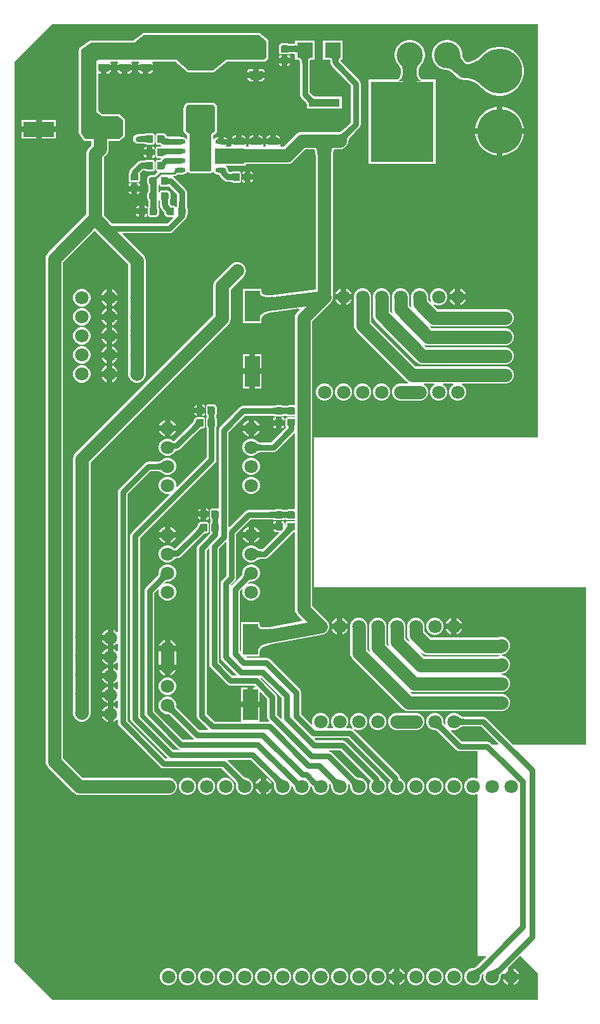
<source format=gbr>
%TF.GenerationSoftware,Altium Limited,Altium Designer,23.0.1 (38)*%
G04 Layer_Physical_Order=1*
G04 Layer_Color=255*
%FSLAX45Y45*%
%MOMM*%
%TF.SameCoordinates,0946520A-43BC-435E-BA57-7B8340C501A0*%
%TF.FilePolarity,Positive*%
%TF.FileFunction,Copper,L1,Top,Signal*%
%TF.Part,Single*%
G01*
G75*
%TA.AperFunction,Conductor*%
%ADD10C,0.76200*%
%TA.AperFunction,SMDPad,CuDef*%
%AMCUSTOMSHAPE11*
4,1,6,-0.35060,0.47500,0.35060,0.47500,0.50000,0.32560,0.50000,-0.47500,-0.50000,-0.47500,-0.50000,0.32560,-0.35060,0.47500,0.0*%
%ADD11CUSTOMSHAPE11*%

%AMCUSTOMSHAPE12*
4,1,6,-0.50000,0.47500,0.50000,0.47500,0.50000,-0.32560,0.35060,-0.47500,-0.35060,-0.47500,-0.50000,-0.32560,-0.50000,0.47500,0.0*%
%ADD12CUSTOMSHAPE12*%

%ADD13R,2.00000X4.10000*%
%ADD14R,3.20000X3.25000*%
%ADD15R,4.10000X2.00000*%
%AMCUSTOMSHAPE16*
4,1,6,0.64200,-0.57501,-0.64200,-0.57500,-0.90000,-0.31700,-0.90000,0.57500,0.90000,0.57500,0.90000,-0.31700,0.64200,-0.57501,0.0*%
%ADD16CUSTOMSHAPE16*%

%AMCUSTOMSHAPE17*
4,1,6,0.90000,-0.57500,-0.90000,-0.57500,-0.90000,0.31700,-0.64200,0.57500,0.64201,0.57500,0.90000,0.31700,0.90000,-0.57500,0.0*%
%ADD17CUSTOMSHAPE17*%

%AMCUSTOMSHAPE18*
4,1,6,0.35060,-0.47500,-0.35060,-0.47500,-0.50000,-0.32560,-0.50000,0.47500,0.50000,0.47500,0.50000,-0.32560,0.35060,-0.47500,0.0*%
%ADD18CUSTOMSHAPE18*%

%AMCUSTOMSHAPE19*
4,1,6,0.50000,-0.47500,-0.50000,-0.47500,-0.50000,0.32560,-0.35060,0.47500,0.35060,0.47500,0.50000,0.32560,0.50000,-0.47500,0.0*%
%ADD19CUSTOMSHAPE19*%

%AMCUSTOMSHAPE20*
4,1,6,0.47500,0.35060,0.47500,-0.35060,0.32560,-0.50000,-0.47500,-0.50000,-0.47500,0.50000,0.32560,0.50000,0.47500,0.35060,0.0*%
%ADD20CUSTOMSHAPE20*%

%AMCUSTOMSHAPE21*
4,1,6,0.47500,0.50000,0.47500,-0.50000,-0.32560,-0.50000,-0.47500,-0.35060,-0.47500,0.35060,-0.32560,0.50000,0.47500,0.50000,0.0*%
%ADD21CUSTOMSHAPE21*%

%ADD22R,2.07000X2.06000*%
%AMCUSTOMSHAPE23*
4,1,6,-0.47500,-0.50000,-0.47500,0.50000,0.32560,0.50000,0.47500,0.35060,0.47500,-0.35060,0.32560,-0.50000,-0.47500,-0.50000,0.0*%
%ADD23CUSTOMSHAPE23*%

%AMCUSTOMSHAPE24*
4,1,6,-0.47500,-0.35060,-0.47500,0.35060,-0.32560,0.50000,0.47500,0.50000,0.47500,-0.50000,-0.32560,-0.50000,-0.47500,-0.35060,0.0*%
%ADD24CUSTOMSHAPE24*%

%AMCUSTOMSHAPE25*
4,1,6,0.72500,-0.50000,-0.72500,-0.50000,-0.72500,0.30620,-0.53120,0.50000,0.53120,0.50000,0.72500,0.30620,0.72500,-0.50000,0.0*%
%ADD25CUSTOMSHAPE25*%

%AMCUSTOMSHAPE26*
4,1,6,0.53120,-0.50000,-0.53120,-0.50000,-0.72500,-0.30620,-0.72500,0.50000,0.72500,0.50000,0.72500,-0.30620,0.53120,-0.50000,0.0*%
%ADD26CUSTOMSHAPE26*%

%AMCUSTOMSHAPE27*
4,1,6,-0.72500,0.50000,0.72500,0.50000,0.72500,-0.30620,0.53120,-0.50000,-0.53120,-0.50000,-0.72500,-0.30620,-0.72500,0.50000,0.0*%
%ADD27CUSTOMSHAPE27*%

%AMCUSTOMSHAPE28*
4,1,6,-0.53120,0.50000,0.53120,0.50000,0.72500,0.30620,0.72500,-0.50000,-0.72500,-0.50000,-0.72500,0.30620,-0.53120,0.50000,0.0*%
%ADD28CUSTOMSHAPE28*%

%ADD29R,2.61000X3.60000*%
%ADD30O,1.45000X0.60000*%
%ADD31R,8.40000X10.75000*%
%ADD32R,4.15000X1.05000*%
%TA.AperFunction,Conductor*%
%ADD33C,1.77800*%
%ADD34C,0.25400*%
%ADD35R,3.93700X2.03200*%
%TA.AperFunction,ComponentPad*%
%ADD36C,1.80000*%
%ADD37C,5.00000*%
%ADD38C,6.00000*%
%ADD39C,3.50000*%
%TA.AperFunction,ViaPad*%
%ADD40C,0.60960*%
%ADD41C,0.70000*%
%ADD42C,1.27000*%
G36*
X5936779Y3766669D02*
X5942334Y3762436D01*
X5948338Y3758701D01*
X5954790Y3755464D01*
X5961692Y3752725D01*
X5969043Y3750484D01*
X5976844Y3748741D01*
X5985092Y3747496D01*
X5993790Y3746749D01*
X6002937Y3746500D01*
Y3670300D01*
X5993790Y3670051D01*
X5985092Y3669304D01*
X5976844Y3668059D01*
X5969043Y3666316D01*
X5961692Y3664075D01*
X5954790Y3661336D01*
X5948338Y3658099D01*
X5942334Y3654364D01*
X5936779Y3650131D01*
X5931673Y3645400D01*
Y3771400D01*
X5936779Y3766669D01*
D02*
G37*
G36*
X6462605Y3415333D02*
X6457745Y3403600D01*
X6378062D01*
X6357681Y3423981D01*
X6336676Y3438016D01*
X6311900Y3442944D01*
X5970418D01*
X5826666Y3586696D01*
X5833240Y3598082D01*
X5852207Y3593000D01*
X5882593D01*
X5911943Y3600865D01*
X5938257Y3616057D01*
X5947534Y3625334D01*
X5949275Y3626404D01*
X5953467Y3630288D01*
X5957056Y3633023D01*
X5961010Y3635483D01*
X5965392Y3637681D01*
X5970258Y3639612D01*
X5975654Y3641257D01*
X5981606Y3642587D01*
X5988137Y3643573D01*
X5989107Y3643656D01*
X6234282D01*
X6462605Y3415333D01*
D02*
G37*
G36*
X5703660Y3700544D02*
X5704595Y3693623D01*
X5706200Y3686737D01*
X5708474Y3679885D01*
X5711417Y3673068D01*
X5715031Y3666285D01*
X5719314Y3659537D01*
X5724266Y3652824D01*
X5729888Y3646145D01*
X5736180Y3639501D01*
X5682299Y3585620D01*
X5675655Y3591912D01*
X5668976Y3597534D01*
X5662263Y3602486D01*
X5655515Y3606769D01*
X5648732Y3610383D01*
X5641915Y3613326D01*
X5635063Y3615600D01*
X5628177Y3617205D01*
X5621256Y3618140D01*
X5614300Y3618404D01*
X5703396Y3707500D01*
X5703660Y3700544D01*
D02*
G37*
G36*
X6985000Y7500620D02*
X3997960D01*
Y5499100D01*
X7632700D01*
Y3403600D01*
X6657462D01*
X6306881Y3754181D01*
X6285876Y3768216D01*
X6261100Y3773144D01*
X5989106D01*
X5988137Y3773227D01*
X5981605Y3774213D01*
X5975654Y3775543D01*
X5970258Y3777188D01*
X5965392Y3779119D01*
X5961010Y3781317D01*
X5957054Y3783778D01*
X5953467Y3786512D01*
X5949275Y3790396D01*
X5947534Y3791466D01*
X5938257Y3800743D01*
X5911943Y3815935D01*
X5882593Y3823800D01*
X5852207D01*
X5822857Y3815935D01*
X5796543Y3800743D01*
X5775057Y3779257D01*
X5759865Y3752943D01*
X5752000Y3723593D01*
Y3693207D01*
X5757082Y3674240D01*
X5745696Y3667666D01*
X5745242Y3668120D01*
X5744613Y3668867D01*
X5740692Y3674182D01*
X5737424Y3679331D01*
X5734772Y3684309D01*
X5732697Y3689115D01*
X5731153Y3693768D01*
X5730096Y3698303D01*
X5729492Y3702776D01*
X5729274Y3708486D01*
X5728800Y3710473D01*
Y3723593D01*
X5720935Y3752943D01*
X5705743Y3779257D01*
X5684257Y3800743D01*
X5657943Y3815935D01*
X5628593Y3823800D01*
X5598207D01*
X5568857Y3815935D01*
X5542543Y3800743D01*
X5521057Y3779257D01*
X5505865Y3752943D01*
X5498000Y3723593D01*
Y3693207D01*
X5505865Y3663857D01*
X5521057Y3637543D01*
X5542543Y3616057D01*
X5568857Y3600865D01*
X5598207Y3593000D01*
X5611327D01*
X5613314Y3592526D01*
X5619024Y3592308D01*
X5623497Y3591704D01*
X5628032Y3590648D01*
X5632685Y3589103D01*
X5637491Y3587028D01*
X5642469Y3584376D01*
X5647620Y3581107D01*
X5652933Y3577187D01*
X5653680Y3576558D01*
X5897819Y3332419D01*
X5918824Y3318384D01*
X5943600Y3313456D01*
X6184900D01*
Y2954090D01*
X6173901Y2947740D01*
X6165943Y2952335D01*
X6136593Y2960200D01*
X6106207D01*
X6076857Y2952335D01*
X6050543Y2937142D01*
X6029057Y2915657D01*
X6013865Y2889342D01*
X6006000Y2859993D01*
Y2829607D01*
X6013865Y2800257D01*
X6029057Y2773943D01*
X6050543Y2752457D01*
X6076857Y2737264D01*
X6106207Y2729400D01*
X6136593D01*
X6165943Y2737264D01*
X6173901Y2741859D01*
X6184900Y2735509D01*
Y584200D01*
X6292645D01*
X6297505Y572467D01*
X6161680Y436642D01*
X6160933Y436013D01*
X6155618Y432092D01*
X6150469Y428824D01*
X6145491Y426172D01*
X6140685Y424096D01*
X6136032Y422552D01*
X6131497Y421495D01*
X6127024Y420891D01*
X6121314Y420674D01*
X6119327Y420200D01*
X6106207D01*
X6076857Y412335D01*
X6050543Y397142D01*
X6029057Y375657D01*
X6013865Y349342D01*
X6006000Y319993D01*
Y289607D01*
X6013865Y260257D01*
X6029057Y233943D01*
X6050543Y212457D01*
X6076857Y197264D01*
X6106207Y189400D01*
X6136593D01*
X6165943Y197264D01*
X6192257Y212457D01*
X6213743Y233943D01*
X6228935Y260257D01*
X6236800Y289607D01*
Y302727D01*
X6237274Y304714D01*
X6237492Y310424D01*
X6238096Y314896D01*
X6239152Y319431D01*
X6240697Y324084D01*
X6242772Y328890D01*
X6245424Y333869D01*
X6248693Y339019D01*
X6252613Y344333D01*
X6253242Y345080D01*
X6253696Y345534D01*
X6265082Y338960D01*
X6260000Y319993D01*
Y289607D01*
X6267865Y260257D01*
X6283057Y233943D01*
X6304543Y212457D01*
X6330857Y197264D01*
X6360207Y189400D01*
X6390593D01*
X6419943Y197264D01*
X6446257Y212457D01*
X6467743Y233943D01*
X6482935Y260257D01*
X6490800Y289607D01*
Y302727D01*
X6491274Y304714D01*
X6491492Y310424D01*
X6492096Y314896D01*
X6493152Y319431D01*
X6494697Y324084D01*
X6496772Y328890D01*
X6499424Y333869D01*
X6502693Y339019D01*
X6506613Y344333D01*
X6507242Y345080D01*
X6507696Y345534D01*
X6512257Y342900D01*
X6591300D01*
Y421943D01*
X6588666Y426504D01*
X6744480Y582317D01*
X6758283D01*
X6985000Y355600D01*
Y0D01*
X500380D01*
X0Y500380D01*
Y12506960D01*
X500380Y13007339D01*
Y13009880D01*
X6985000D01*
X6985000Y7500620D01*
D02*
G37*
G36*
X6498180Y373699D02*
X6491888Y367054D01*
X6486266Y360376D01*
X6481314Y353662D01*
X6477031Y346915D01*
X6473417Y340132D01*
X6470474Y333315D01*
X6468200Y326463D01*
X6466595Y319577D01*
X6465660Y312655D01*
X6465396Y305700D01*
X6376300Y394795D01*
X6383256Y395060D01*
X6390177Y395995D01*
X6397063Y397599D01*
X6403915Y399873D01*
X6410732Y402817D01*
X6417515Y406430D01*
X6424263Y410713D01*
X6430976Y415666D01*
X6437655Y421288D01*
X6444299Y427580D01*
X6498180Y373699D01*
D02*
G37*
G36*
X6244180D02*
X6237888Y367054D01*
X6232266Y360376D01*
X6227314Y353662D01*
X6223031Y346915D01*
X6219417Y340132D01*
X6216474Y333315D01*
X6214200Y326463D01*
X6212595Y319577D01*
X6211660Y312655D01*
X6211396Y305700D01*
X6122300Y394795D01*
X6129256Y395060D01*
X6136177Y395995D01*
X6143063Y397599D01*
X6149915Y399873D01*
X6156732Y402817D01*
X6163515Y406430D01*
X6170263Y410713D01*
X6176976Y415666D01*
X6183655Y421288D01*
X6190299Y427580D01*
X6244180Y373699D01*
D02*
G37*
%LPC*%
G36*
X3263900Y12890997D02*
X1727200D01*
X1723623Y12890286D01*
X1719992Y12889973D01*
X1718709Y12889308D01*
X1717289Y12889026D01*
X1714257Y12887000D01*
X1711022Y12885323D01*
X1591116Y12789398D01*
X1028700D01*
X1026479Y12788956D01*
X1024216Y12789006D01*
X1021571Y12787980D01*
X1018789Y12787426D01*
X1016907Y12786168D01*
X1014796Y12785349D01*
X875096Y12696449D01*
X873046Y12694488D01*
X870688Y12692912D01*
X869430Y12691030D01*
X867793Y12689465D01*
X866650Y12686869D01*
X865074Y12684511D01*
X864632Y12682290D01*
X863719Y12680218D01*
X863656Y12677382D01*
X863102Y12674600D01*
Y11557000D01*
X863597Y11554512D01*
X863595Y11551974D01*
X864574Y11549604D01*
X865074Y11547089D01*
X866483Y11544980D01*
X867452Y11542635D01*
X918252Y11466435D01*
X920063Y11464619D01*
X921488Y11462488D01*
X923597Y11461078D01*
X925390Y11459282D01*
X927758Y11458298D01*
X929889Y11456874D01*
X932378Y11456379D01*
X934721Y11455405D01*
X937285Y11455403D01*
X939800Y11454902D01*
X1030229D01*
Y11393006D01*
X997980Y11360758D01*
X979659Y11336881D01*
X968142Y11309076D01*
X964214Y11279238D01*
Y10474453D01*
X451880Y9962120D01*
X433559Y9938243D01*
X422042Y9910438D01*
X418114Y9880600D01*
Y3175000D01*
X422042Y3145162D01*
X433559Y3117357D01*
X451880Y3093480D01*
X782080Y2763281D01*
X782081Y2763280D01*
X805957Y2744959D01*
X833762Y2733442D01*
X863601Y2729513D01*
X2041784D01*
X2042207Y2729400D01*
X2072593D01*
X2101943Y2737264D01*
X2128257Y2752457D01*
X2149743Y2773942D01*
X2164935Y2800257D01*
X2172800Y2829607D01*
Y2859992D01*
X2164935Y2889342D01*
X2149743Y2915657D01*
X2128257Y2937142D01*
X2101943Y2952335D01*
X2072593Y2960199D01*
X2042207D01*
X2041784Y2960086D01*
X911354D01*
X648686Y3222753D01*
Y9832847D01*
X1073150Y10257310D01*
X1124980Y10205480D01*
X1523014Y9807447D01*
Y9375516D01*
X1522900Y9375093D01*
Y9344707D01*
X1523014Y9344284D01*
Y9121516D01*
X1522900Y9121093D01*
Y9090707D01*
X1523014Y9090284D01*
Y8867516D01*
X1522900Y8867093D01*
Y8836707D01*
X1523014Y8836284D01*
Y8613516D01*
X1522900Y8613093D01*
Y8582707D01*
X1523014Y8582284D01*
Y8359516D01*
X1522900Y8359093D01*
Y8328707D01*
X1530765Y8299357D01*
X1545957Y8273043D01*
X1567443Y8251557D01*
X1593757Y8236365D01*
X1623107Y8228500D01*
X1653493D01*
X1682843Y8236365D01*
X1709157Y8251557D01*
X1730643Y8273043D01*
X1745835Y8299357D01*
X1753700Y8328707D01*
Y8359093D01*
X1753586Y8359516D01*
Y8582284D01*
X1753700Y8582707D01*
Y8613093D01*
X1753586Y8613516D01*
Y8836284D01*
X1753700Y8836707D01*
Y8867093D01*
X1753586Y8867516D01*
Y9090284D01*
X1753700Y9090707D01*
Y9121093D01*
X1753586Y9121516D01*
Y9344284D01*
X1753700Y9344707D01*
Y9375093D01*
X1753586Y9375516D01*
Y9855200D01*
X1749658Y9885038D01*
X1738141Y9912843D01*
X1719820Y9936720D01*
X1446017Y10210523D01*
X1450877Y10222256D01*
X2070100D01*
X2094876Y10227184D01*
X2115881Y10241219D01*
X2284781Y10410119D01*
X2298816Y10431124D01*
X2303744Y10455900D01*
Y10461159D01*
X2304813Y10462228D01*
X2310426Y10470630D01*
X2312398Y10480540D01*
Y10550660D01*
X2311493Y10555207D01*
X2311479Y10556012D01*
X2311353Y10556303D01*
X2311340Y10556619D01*
X2311116Y10557103D01*
X2310426Y10560570D01*
X2307773Y10564541D01*
X2307478Y10565221D01*
X2306847Y10567618D01*
X2306123Y10571615D01*
X2303744Y10611117D01*
Y10765800D01*
X2298816Y10790577D01*
X2284781Y10811581D01*
X2128581Y10967781D01*
X2122187Y10972053D01*
X2126039Y10984753D01*
X2137821D01*
X2152687Y10987711D01*
X2165290Y10996131D01*
X2171242Y11002084D01*
X2174720Y11005210D01*
X2174726Y11005214D01*
X2253400D01*
X2275016Y11009514D01*
X2293341Y11021758D01*
X2305586Y11040084D01*
X2316053Y11042764D01*
X2319075Y11042800D01*
X2331188Y11030688D01*
X2339589Y11025074D01*
X2349500Y11023102D01*
X2622550D01*
X2626622Y11023912D01*
X2630739Y11024431D01*
X2631547Y11024892D01*
X2632460Y11025074D01*
X2635912Y11027380D01*
X2639518Y11029435D01*
X2640088Y11030170D01*
X2640862Y11030688D01*
X2643168Y11034139D01*
X2645713Y11037418D01*
X2647918Y11041828D01*
X2661214Y11040084D01*
X2673458Y11021758D01*
X2691784Y11009514D01*
X2713400Y11005214D01*
X2727739D01*
X2732340Y11002140D01*
X2746119Y10981519D01*
X2800618Y10927019D01*
X2821623Y10912984D01*
X2846399Y10908056D01*
X2873081D01*
X2878620Y10907820D01*
X2894323Y10906152D01*
X2899673Y10905195D01*
X2903732Y10904185D01*
X2905997Y10903396D01*
X2906175Y10903307D01*
X2907050Y10902631D01*
X2907658Y10902329D01*
X2912829Y10898874D01*
X2915803Y10898282D01*
X2916100Y10898135D01*
X2916778Y10898088D01*
X2922740Y10896902D01*
X3002800D01*
X3012711Y10898874D01*
X3021112Y10904487D01*
X3026726Y10912889D01*
X3028698Y10922800D01*
Y11022800D01*
X3026726Y11032711D01*
X3021112Y11041113D01*
X3012711Y11046726D01*
X3002800Y11048698D01*
X2922740D01*
X2916778Y11047512D01*
X2916100Y11047465D01*
X2915803Y11047318D01*
X2912830Y11046726D01*
X2907658Y11043271D01*
X2907050Y11042969D01*
X2906175Y11042293D01*
X2905998Y11042204D01*
X2903734Y11041415D01*
X2899676Y11040406D01*
X2894767Y11039528D01*
X2872793Y11037968D01*
X2856515Y11054246D01*
X2851715Y11078376D01*
X2851505Y11078691D01*
X2850585Y11083316D01*
X2838341Y11101641D01*
X2822834Y11112002D01*
X2825244Y11122401D01*
X2826666Y11124702D01*
X3073400D01*
X3083311Y11126674D01*
X3091712Y11132288D01*
X3097326Y11140689D01*
X3097888Y11143514D01*
X3642847D01*
X3672685Y11147442D01*
X3700490Y11158959D01*
X3724367Y11177280D01*
X3887200Y11340114D01*
X4006107D01*
X4009787Y11331104D01*
X4015261Y11310737D01*
X4019334Y11286258D01*
X4021843Y11257767D01*
X4022214Y11243665D01*
Y9473697D01*
X3429679Y9397697D01*
X3415732Y9396281D01*
X3387597Y9395196D01*
X3363510Y9396187D01*
X3343649Y9399074D01*
X3328162Y9403528D01*
X3317000Y9409030D01*
X3309612Y9415055D01*
X3304875Y9421670D01*
X3301883Y9429901D01*
X3300451Y9443547D01*
X3300400Y9443712D01*
Y9479200D01*
X3049600D01*
Y9018400D01*
X3300400D01*
Y9079507D01*
X3300459Y9079698D01*
X3301933Y9094120D01*
X3305409Y9104578D01*
X3311336Y9114375D01*
X3320282Y9123966D01*
X3332812Y9133356D01*
X3349238Y9142294D01*
X3369652Y9150498D01*
X3394024Y9157753D01*
X3422286Y9163913D01*
X3436265Y9166080D01*
X3800340Y9212778D01*
X3805938Y9201378D01*
X3779280Y9174720D01*
X3760959Y9150843D01*
X3749442Y9123038D01*
X3745514Y9093200D01*
Y7934702D01*
X3732813Y7925390D01*
X3730760Y7925798D01*
X3660640D01*
X3656093Y7924893D01*
X3655287Y7924880D01*
X3654997Y7924754D01*
X3654680Y7924740D01*
X3654197Y7924516D01*
X3650730Y7923827D01*
X3646759Y7921174D01*
X3646078Y7920877D01*
X3643683Y7920247D01*
X3639685Y7919524D01*
X3607236Y7917569D01*
X3593957Y7918545D01*
X3587460Y7919371D01*
X3582618Y7920247D01*
X3580221Y7920878D01*
X3579542Y7921173D01*
X3575570Y7923827D01*
X3572102Y7924517D01*
X3571619Y7924740D01*
X3571302Y7924753D01*
X3571012Y7924880D01*
X3570207Y7924893D01*
X3565660Y7925798D01*
X3495540D01*
X3490993Y7924893D01*
X3490187Y7924880D01*
X3489897Y7924754D01*
X3489580Y7924740D01*
X3489097Y7924516D01*
X3485630Y7923827D01*
X3481659Y7921174D01*
X3480978Y7920877D01*
X3478583Y7920247D01*
X3474585Y7919524D01*
X3435082Y7917144D01*
X3051800D01*
X3027024Y7912216D01*
X3006019Y7898181D01*
X2748719Y7640881D01*
X2734685Y7619877D01*
X2729756Y7595100D01*
Y6562509D01*
X2717056Y6552700D01*
X2716060Y6552898D01*
X2636000Y6552898D01*
X2626089Y6550926D01*
X2617687Y6545313D01*
X2612074Y6536911D01*
X2610102Y6527000D01*
Y6427000D01*
X2610758Y6423702D01*
X2610743Y6423330D01*
X2610938Y6422797D01*
X2612074Y6417089D01*
X2614195Y6413915D01*
X2614221Y6413843D01*
X2614300Y6413757D01*
X2616482Y6410492D01*
X2618291Y6382261D01*
X2617383Y6370810D01*
X2616684Y6366011D01*
X2614299Y6362442D01*
X2614222Y6362357D01*
X2614196Y6362286D01*
X2612074Y6359111D01*
X2610938Y6353401D01*
X2610743Y6352870D01*
X2610759Y6352499D01*
X2610102Y6349200D01*
Y6249200D01*
X2610630Y6246550D01*
X2610620Y6246421D01*
X2610710Y6246144D01*
X2610759Y6245902D01*
X2610743Y6245530D01*
X2610938Y6244997D01*
X2612074Y6239289D01*
X2614195Y6236115D01*
X2614221Y6236043D01*
X2614300Y6235957D01*
X2617688Y6230888D01*
X2610772Y6220234D01*
X2456119Y6065581D01*
X2442084Y6044576D01*
X2437156Y6019800D01*
Y3784600D01*
X2442084Y3759824D01*
X2456119Y3738819D01*
X2586894Y3608044D01*
X2581633Y3595344D01*
X2465218D01*
X2176542Y3884020D01*
X2175913Y3884767D01*
X2171992Y3890082D01*
X2168724Y3895231D01*
X2166072Y3900209D01*
X2163997Y3905015D01*
X2162453Y3909668D01*
X2161396Y3914203D01*
X2160792Y3918676D01*
X2160574Y3924386D01*
X2160100Y3926373D01*
Y3939493D01*
X2152235Y3968843D01*
X2137043Y3995157D01*
X2115557Y4016643D01*
X2089243Y4031835D01*
X2059893Y4039700D01*
X2029507D01*
X2000157Y4031835D01*
X1973843Y4016643D01*
X1952357Y3995157D01*
X1937165Y3968843D01*
X1929300Y3939493D01*
Y3909107D01*
X1937165Y3879757D01*
X1952357Y3853443D01*
X1973843Y3831957D01*
X2000157Y3816765D01*
X2029507Y3808900D01*
X2042627D01*
X2044614Y3808426D01*
X2050324Y3808208D01*
X2054797Y3807604D01*
X2059332Y3806548D01*
X2063985Y3805003D01*
X2068791Y3802928D01*
X2073769Y3800276D01*
X2078920Y3797007D01*
X2084233Y3793087D01*
X2084980Y3792458D01*
X2392619Y3484819D01*
X2398269Y3481044D01*
X2394416Y3468344D01*
X2249318D01*
X1868144Y3849518D01*
Y5421482D01*
X1922996Y5476334D01*
X1934382Y5469760D01*
X1929300Y5450793D01*
Y5420407D01*
X1937165Y5391057D01*
X1952357Y5364743D01*
X1973843Y5343257D01*
X2000157Y5328065D01*
X2029507Y5320200D01*
X2059893D01*
X2089243Y5328065D01*
X2115557Y5343257D01*
X2137043Y5364743D01*
X2152235Y5391057D01*
X2160100Y5420407D01*
Y5450793D01*
X2152235Y5480143D01*
X2137043Y5506457D01*
X2115557Y5527943D01*
X2089243Y5543135D01*
X2059893Y5551000D01*
X2029507D01*
X2010540Y5545918D01*
X2003966Y5557304D01*
X2004420Y5557758D01*
X2005167Y5558387D01*
X2010482Y5562308D01*
X2015631Y5565576D01*
X2020609Y5568228D01*
X2025415Y5570304D01*
X2030068Y5571848D01*
X2034603Y5572905D01*
X2039076Y5573509D01*
X2044786Y5573726D01*
X2046773Y5574200D01*
X2059893D01*
X2089243Y5582065D01*
X2115557Y5597258D01*
X2137043Y5618743D01*
X2152235Y5645058D01*
X2160100Y5674407D01*
Y5704793D01*
X2152235Y5734143D01*
X2137043Y5760457D01*
X2115557Y5781943D01*
X2089243Y5797136D01*
X2059893Y5805000D01*
X2029507D01*
X2000157Y5797136D01*
X1973843Y5781943D01*
X1952357Y5760457D01*
X1937165Y5734143D01*
X1929300Y5704793D01*
Y5691673D01*
X1928826Y5689686D01*
X1928608Y5683976D01*
X1928004Y5679503D01*
X1926948Y5674969D01*
X1925403Y5670316D01*
X1923328Y5665510D01*
X1920676Y5660531D01*
X1917407Y5655381D01*
X1913487Y5650067D01*
X1912858Y5649320D01*
X1757619Y5494081D01*
X1743584Y5473077D01*
X1738656Y5448300D01*
Y3822700D01*
X1743584Y3797924D01*
X1757619Y3776919D01*
X2176719Y3357819D01*
X2197723Y3343784D01*
X2209991Y3341344D01*
X2208740Y3328644D01*
X2122318D01*
X1677644Y3773318D01*
Y6158082D01*
X2678481Y7158919D01*
X2692516Y7179923D01*
X2697444Y7204700D01*
Y7612029D01*
X2697494Y7614465D01*
X2698845Y7632843D01*
X2699671Y7639340D01*
X2700547Y7644182D01*
X2701178Y7646579D01*
X2701473Y7647258D01*
X2704127Y7651230D01*
X2704817Y7654698D01*
X2705040Y7655181D01*
X2705053Y7655498D01*
X2705180Y7655788D01*
X2705193Y7656593D01*
X2706098Y7661140D01*
Y7731260D01*
X2705193Y7735807D01*
X2705180Y7736613D01*
X2705054Y7736903D01*
X2705040Y7737220D01*
X2704816Y7737703D01*
X2704127Y7741170D01*
X2701474Y7745141D01*
X2701177Y7745822D01*
X2700547Y7748217D01*
X2699824Y7752215D01*
X2697869Y7784664D01*
X2698845Y7797943D01*
X2699671Y7804440D01*
X2700547Y7809282D01*
X2701178Y7811679D01*
X2701473Y7812358D01*
X2704127Y7816330D01*
X2704817Y7819798D01*
X2705040Y7820281D01*
X2705053Y7820598D01*
X2705180Y7820888D01*
X2705193Y7821693D01*
X2706098Y7826240D01*
Y7896360D01*
X2704127Y7906270D01*
X2698513Y7914672D01*
X2683572Y7929613D01*
X2675170Y7935227D01*
X2665260Y7937198D01*
X2585200Y7937198D01*
X2575289Y7935226D01*
X2566888Y7929613D01*
X2561274Y7921211D01*
X2559302Y7911300D01*
Y7811300D01*
X2559959Y7808002D01*
X2559943Y7807630D01*
X2560138Y7807097D01*
X2561274Y7801389D01*
X2563395Y7798215D01*
X2563421Y7798143D01*
X2563500Y7798057D01*
X2565682Y7794792D01*
X2567041Y7773586D01*
X2566583Y7767810D01*
X2565885Y7763011D01*
X2563499Y7759442D01*
X2563422Y7759357D01*
X2563396Y7759286D01*
X2561274Y7756111D01*
X2560138Y7750401D01*
X2559943Y7749870D01*
X2559959Y7749499D01*
X2559302Y7746200D01*
Y7646200D01*
X2559959Y7642902D01*
X2559943Y7642530D01*
X2560138Y7641997D01*
X2561274Y7636289D01*
X2563395Y7633115D01*
X2563421Y7633043D01*
X2563500Y7632957D01*
X2565682Y7629692D01*
X2567956Y7594212D01*
Y7231518D01*
X2170441Y6834003D01*
X2159442Y6840353D01*
X2160100Y6842807D01*
Y6873193D01*
X2152235Y6902543D01*
X2137043Y6928857D01*
X2115557Y6950343D01*
X2089243Y6965535D01*
X2059893Y6973400D01*
X2029507D01*
X2000157Y6965535D01*
X1973843Y6950343D01*
X1952357Y6928857D01*
X1937165Y6902543D01*
X1929300Y6873193D01*
Y6842807D01*
X1937165Y6813457D01*
X1952357Y6787143D01*
X1973843Y6765657D01*
X2000157Y6750465D01*
X2029507Y6742600D01*
X2059893D01*
X2062347Y6743258D01*
X2068697Y6732259D01*
X1567119Y6230681D01*
X1553084Y6209676D01*
X1548156Y6184900D01*
Y3746500D01*
X1553084Y3721724D01*
X1567119Y3700719D01*
X2040794Y3227044D01*
X2035533Y3214344D01*
X2020718D01*
X1512544Y3722518D01*
Y6742282D01*
X1817518Y7047256D01*
X1922994D01*
X1923963Y7047173D01*
X1930495Y7046187D01*
X1936446Y7044857D01*
X1941842Y7043212D01*
X1946708Y7041281D01*
X1951090Y7039083D01*
X1955046Y7036622D01*
X1958633Y7033888D01*
X1962825Y7030004D01*
X1964566Y7028934D01*
X1973843Y7019658D01*
X2000157Y7004465D01*
X2029507Y6996600D01*
X2059893D01*
X2089243Y7004465D01*
X2115557Y7019658D01*
X2137043Y7041143D01*
X2152235Y7067458D01*
X2160100Y7096807D01*
Y7127193D01*
X2152235Y7156543D01*
X2137043Y7182857D01*
X2115557Y7204343D01*
X2089243Y7219536D01*
X2059893Y7227400D01*
X2029507D01*
X2000157Y7219536D01*
X1973843Y7204343D01*
X1964566Y7195066D01*
X1962825Y7193996D01*
X1958633Y7190112D01*
X1955044Y7187378D01*
X1951090Y7184918D01*
X1946708Y7182719D01*
X1941842Y7180788D01*
X1936446Y7179143D01*
X1930494Y7177813D01*
X1923963Y7176828D01*
X1922993Y7176744D01*
X1790700D01*
X1765924Y7171816D01*
X1744919Y7157781D01*
X1402019Y6814881D01*
X1387984Y6793876D01*
X1383056Y6769100D01*
Y4906805D01*
X1370356Y4901544D01*
X1353557Y4918343D01*
X1327243Y4933535D01*
X1320800Y4935262D01*
Y4826000D01*
Y4716738D01*
X1327243Y4718465D01*
X1353557Y4733657D01*
X1370356Y4750456D01*
X1383056Y4745195D01*
Y4652805D01*
X1370356Y4647544D01*
X1353557Y4664343D01*
X1327243Y4679535D01*
X1320800Y4681262D01*
Y4572000D01*
Y4462738D01*
X1327243Y4464465D01*
X1353557Y4479657D01*
X1370356Y4496456D01*
X1383056Y4491195D01*
Y4398805D01*
X1370356Y4393544D01*
X1353557Y4410343D01*
X1327243Y4425535D01*
X1320800Y4427262D01*
Y4318000D01*
Y4208738D01*
X1327243Y4210465D01*
X1353557Y4225657D01*
X1370356Y4242456D01*
X1383056Y4237195D01*
Y4144805D01*
X1370356Y4139544D01*
X1353557Y4156343D01*
X1327243Y4171535D01*
X1320800Y4173262D01*
Y4064000D01*
Y3954738D01*
X1327243Y3956465D01*
X1353557Y3971657D01*
X1370356Y3988456D01*
X1383056Y3983195D01*
Y3890805D01*
X1370356Y3885544D01*
X1353557Y3902343D01*
X1327243Y3917535D01*
X1320800Y3919262D01*
Y3810000D01*
Y3700738D01*
X1327243Y3702465D01*
X1353557Y3717657D01*
X1370356Y3734456D01*
X1383056Y3729195D01*
Y3695700D01*
X1387984Y3670924D01*
X1402019Y3649919D01*
X1948119Y3103819D01*
X1969124Y3089784D01*
X1993900Y3084856D01*
X2767182D01*
X2948965Y2903073D01*
X2950092Y2901696D01*
X2953567Y2896713D01*
X2956257Y2892042D01*
X2958231Y2887699D01*
X2959574Y2883669D01*
X2960373Y2879897D01*
X2960698Y2876292D01*
X2960586Y2872721D01*
X2959795Y2867562D01*
X2959828Y2866816D01*
X2958000Y2859992D01*
Y2829607D01*
X2965865Y2800257D01*
X2981057Y2773942D01*
X3002543Y2752457D01*
X3028857Y2737264D01*
X3058207Y2729400D01*
X3088593D01*
X3117943Y2737264D01*
X3144257Y2752457D01*
X3165743Y2773942D01*
X3180935Y2800257D01*
X3188800Y2829607D01*
Y2859992D01*
X3180935Y2889342D01*
X3165743Y2915657D01*
X3144257Y2937142D01*
X3117943Y2952335D01*
X3097822Y2957726D01*
X3096384Y2958379D01*
X3090853Y2959675D01*
X3086180Y2961152D01*
X3081358Y2963069D01*
X3076374Y2965455D01*
X3071231Y2968333D01*
X3065928Y2971728D01*
X3060734Y2975472D01*
X3054173Y2980989D01*
X2848706Y3186456D01*
X2853967Y3199156D01*
X3155672D01*
X3455138Y2899690D01*
X3456207Y2898389D01*
X3459766Y2893333D01*
X3462567Y2888553D01*
X3464672Y2884059D01*
X3466155Y2879839D01*
X3467092Y2875845D01*
X3467547Y2872001D01*
X3467556Y2868197D01*
X3467086Y2864045D01*
X3466000Y2859993D01*
Y2829607D01*
X3473865Y2800257D01*
X3489057Y2773943D01*
X3510543Y2752457D01*
X3536857Y2737264D01*
X3566207Y2729400D01*
X3596593D01*
X3625943Y2737264D01*
X3652257Y2752457D01*
X3673743Y2773943D01*
X3688935Y2800257D01*
X3696800Y2829607D01*
Y2842264D01*
X3699496Y2844772D01*
X3709500Y2848651D01*
X3716729Y2843820D01*
X3720000Y2840549D01*
Y2829607D01*
X3727865Y2800257D01*
X3743057Y2773943D01*
X3764543Y2752457D01*
X3790857Y2737264D01*
X3820207Y2729400D01*
X3850593D01*
X3879943Y2737264D01*
X3906257Y2752457D01*
X3927743Y2773943D01*
X3942935Y2800257D01*
X3950800Y2829607D01*
Y2837622D01*
X3963500Y2844410D01*
X3974000Y2837394D01*
Y2829607D01*
X3981865Y2800257D01*
X3997057Y2773943D01*
X4018543Y2752457D01*
X4044857Y2737264D01*
X4074207Y2729400D01*
X4104593D01*
X4133943Y2737264D01*
X4160257Y2752457D01*
X4181743Y2773943D01*
X4196935Y2800257D01*
X4204800Y2829607D01*
Y2859993D01*
X4199718Y2878959D01*
X4211104Y2885533D01*
X4211558Y2885080D01*
X4212187Y2884333D01*
X4216108Y2879018D01*
X4219376Y2873869D01*
X4222028Y2868890D01*
X4224103Y2864084D01*
X4225647Y2859432D01*
X4226704Y2854896D01*
X4227308Y2850423D01*
X4227526Y2844714D01*
X4228000Y2842727D01*
Y2829607D01*
X4235865Y2800257D01*
X4251057Y2773942D01*
X4272543Y2752457D01*
X4298857Y2737264D01*
X4328207Y2729400D01*
X4358593D01*
X4387943Y2737264D01*
X4414257Y2752457D01*
X4435743Y2773942D01*
X4450935Y2800257D01*
X4458800Y2829607D01*
Y2859992D01*
X4453718Y2878960D01*
X4465104Y2885534D01*
X4465558Y2885080D01*
X4466187Y2884333D01*
X4470108Y2879018D01*
X4473376Y2873869D01*
X4476028Y2868890D01*
X4478103Y2864084D01*
X4479647Y2859432D01*
X4480704Y2854896D01*
X4481308Y2850423D01*
X4481526Y2844714D01*
X4482000Y2842727D01*
Y2829607D01*
X4489865Y2800257D01*
X4505057Y2773943D01*
X4526543Y2752457D01*
X4552857Y2737264D01*
X4582207Y2729400D01*
X4612593D01*
X4641943Y2737264D01*
X4668257Y2752457D01*
X4689743Y2773943D01*
X4704935Y2800257D01*
X4712800Y2829607D01*
Y2859993D01*
X4704935Y2889342D01*
X4689743Y2915657D01*
X4668257Y2937142D01*
X4641943Y2952335D01*
X4612593Y2960200D01*
X4599473D01*
X4597486Y2960674D01*
X4591776Y2960891D01*
X4587303Y2961495D01*
X4582768Y2962552D01*
X4578115Y2964096D01*
X4573309Y2966172D01*
X4568331Y2968824D01*
X4563180Y2972093D01*
X4557867Y2976013D01*
X4557120Y2976642D01*
X4236781Y3296981D01*
X4215776Y3311016D01*
X4203509Y3313456D01*
X4204760Y3326156D01*
X4354682D01*
X4762120Y2918719D01*
X4759057Y2915657D01*
X4743865Y2889342D01*
X4736000Y2859993D01*
Y2829607D01*
X4743865Y2800257D01*
X4759057Y2773943D01*
X4780543Y2752457D01*
X4806857Y2737264D01*
X4836207Y2729400D01*
X4866593D01*
X4895943Y2737264D01*
X4922257Y2752457D01*
X4943743Y2773943D01*
X4958935Y2800257D01*
X4966800Y2829607D01*
Y2859993D01*
X4958935Y2889342D01*
X4943743Y2915657D01*
X4922257Y2937142D01*
X4895943Y2952335D01*
X4893891Y2952885D01*
X4891355Y2965638D01*
X4877320Y2986642D01*
X4427281Y3436681D01*
X4406277Y3450716D01*
X4381500Y3455644D01*
X4027318D01*
X4004539Y3478423D01*
X4009400Y3490156D01*
X4152982D01*
X4158512Y3491256D01*
X4274288D01*
X4279818Y3490156D01*
X4457382D01*
X5020795Y2926743D01*
Y2923394D01*
X5013057Y2915657D01*
X4997865Y2889342D01*
X4990000Y2859993D01*
Y2829607D01*
X4997865Y2800257D01*
X5013057Y2773943D01*
X5034543Y2752457D01*
X5060857Y2737264D01*
X5090207Y2729400D01*
X5120593D01*
X5149943Y2737264D01*
X5176257Y2752457D01*
X5197743Y2773943D01*
X5212935Y2800257D01*
X5220800Y2829607D01*
Y2859993D01*
X5212935Y2889342D01*
X5197743Y2915657D01*
X5176257Y2937142D01*
X5150283Y2952139D01*
Y2953561D01*
X5145355Y2978337D01*
X5131320Y2999342D01*
X4532994Y3597668D01*
X4540792Y3607830D01*
X4552857Y3600865D01*
X4582207Y3593000D01*
X4612593D01*
X4641943Y3600865D01*
X4668257Y3616057D01*
X4689743Y3637543D01*
X4704935Y3663857D01*
X4712800Y3693207D01*
Y3723593D01*
X4704935Y3752943D01*
X4689743Y3779257D01*
X4668257Y3800743D01*
X4641943Y3815935D01*
X4612593Y3823800D01*
X4582207D01*
X4552857Y3815935D01*
X4526543Y3800743D01*
X4505057Y3779257D01*
X4489865Y3752943D01*
X4482000Y3723593D01*
Y3693207D01*
X4489865Y3663857D01*
X4505057Y3637543D01*
X4519928Y3622672D01*
X4511832Y3612808D01*
X4508977Y3614716D01*
X4484200Y3619644D01*
X4434437D01*
X4429577Y3631377D01*
X4435743Y3637543D01*
X4450935Y3663857D01*
X4458800Y3693207D01*
Y3723593D01*
X4450935Y3752943D01*
X4435743Y3779257D01*
X4414257Y3800743D01*
X4387943Y3815935D01*
X4358593Y3823800D01*
X4328207D01*
X4298857Y3815935D01*
X4272543Y3800743D01*
X4251057Y3779257D01*
X4235865Y3752943D01*
X4228000Y3723593D01*
Y3693207D01*
X4235865Y3663857D01*
X4251057Y3637543D01*
X4256123Y3632477D01*
X4251263Y3620744D01*
X4181537D01*
X4176677Y3632477D01*
X4181742Y3637543D01*
X4196935Y3663857D01*
X4204800Y3693207D01*
Y3723593D01*
X4196935Y3752943D01*
X4181742Y3779257D01*
X4160257Y3800743D01*
X4133942Y3815935D01*
X4104593Y3823800D01*
X4074207D01*
X4044857Y3815935D01*
X4018543Y3800743D01*
X3997057Y3779257D01*
X3981864Y3752943D01*
X3974000Y3723593D01*
Y3693207D01*
X3979082Y3674241D01*
X3967696Y3667666D01*
X3830261Y3805101D01*
Y4095784D01*
X3825332Y4120560D01*
X3811297Y4141564D01*
X3411281Y4541581D01*
X3390276Y4555616D01*
X3365500Y4560544D01*
X3099677D01*
X3099573Y4560700D01*
X3106361Y4573400D01*
X3275000D01*
Y4638694D01*
X3275065Y4638906D01*
X3276540Y4653682D01*
X3280106Y4664798D01*
X3286210Y4675403D01*
X3295349Y4685879D01*
X3308003Y4696231D01*
X3324454Y4706249D01*
X3344791Y4715691D01*
X3369010Y4724367D01*
X3397049Y4732135D01*
X3410911Y4735088D01*
X4099408Y4863000D01*
X4104593D01*
X4133943Y4870864D01*
X4160257Y4886057D01*
X4181743Y4907543D01*
X4196936Y4933857D01*
X4204800Y4963207D01*
Y4993593D01*
X4196936Y5022942D01*
X4181743Y5049257D01*
X4160257Y5070742D01*
X4159878Y5070962D01*
X3976086Y5254753D01*
Y9045447D01*
X4210678Y9280038D01*
X4211057Y9280257D01*
X4232543Y9301743D01*
X4247735Y9328057D01*
X4255600Y9357407D01*
Y9387793D01*
X4252786Y9398293D01*
Y11243665D01*
X4253157Y11257766D01*
X4255666Y11286258D01*
X4259739Y11310737D01*
X4265213Y11331104D01*
X4268893Y11340114D01*
X4343400D01*
X4373238Y11344042D01*
X4401043Y11355559D01*
X4424920Y11373880D01*
X4443241Y11397757D01*
X4454758Y11425562D01*
X4458686Y11455400D01*
X4458605Y11456018D01*
X4458695Y11456604D01*
X4460763Y11462080D01*
X4465483Y11470918D01*
X4472353Y11481498D01*
X4544435Y11564873D01*
X4605081Y11625519D01*
X4619116Y11646524D01*
X4624044Y11671300D01*
Y12217400D01*
X4619116Y12242177D01*
X4605081Y12263181D01*
X4352938Y12515324D01*
X4353625Y12520453D01*
X4355088Y12527211D01*
X4356634Y12531908D01*
X4357416Y12533500D01*
X4379400D01*
Y12558190D01*
X4379592Y12559147D01*
X4379400Y12560126D01*
Y12790300D01*
X4121600D01*
Y12533500D01*
X4216441D01*
X4216457Y12533481D01*
X4217797Y12531062D01*
X4219463Y12526573D01*
X4221062Y12520027D01*
X4222346Y12511541D01*
X4222719Y12506879D01*
Y12489237D01*
X4227647Y12464460D01*
X4241682Y12443456D01*
X4494556Y12190582D01*
Y11698118D01*
X4447339Y11650901D01*
X4417191Y11622797D01*
X4383782Y11594815D01*
X4370341Y11584900D01*
X4358919Y11577484D01*
X4350080Y11572764D01*
X4344604Y11570695D01*
X4344018Y11570605D01*
X4343400Y11570686D01*
X3839447D01*
X3809609Y11566758D01*
X3781804Y11555241D01*
X3757927Y11536920D01*
X3595094Y11374086D01*
X3556210D01*
X3549421Y11386786D01*
X3550827Y11388889D01*
X3552798Y11398800D01*
Y11410700D01*
X3356003D01*
Y11398800D01*
X3357974Y11388889D01*
X3359379Y11386786D01*
X3352591Y11374086D01*
X3327610D01*
X3320821Y11386786D01*
X3322226Y11388889D01*
X3324198Y11398800D01*
Y11410700D01*
X3127402D01*
Y11398800D01*
X3129374Y11388889D01*
X3130779Y11386786D01*
X3123990Y11374086D01*
X3099010D01*
X3092221Y11386786D01*
X3093626Y11388889D01*
X3095598Y11398800D01*
Y11410700D01*
X2898802D01*
Y11398800D01*
X2900076Y11392398D01*
X2894385Y11382460D01*
X2891641Y11379698D01*
X2825779D01*
X2822835Y11392398D01*
X2838341Y11402759D01*
X2839572Y11404600D01*
X2755900D01*
Y11442700D01*
X2717800D01*
Y11499185D01*
X2713400D01*
X2691784Y11494886D01*
X2673459Y11482641D01*
X2667498Y11473720D01*
X2654798Y11477572D01*
Y11530440D01*
X2694065Y11556618D01*
X2695881Y11558430D01*
X2698012Y11559854D01*
X2699422Y11561964D01*
X2701218Y11563756D01*
X2702202Y11566124D01*
X2703626Y11568256D01*
X2704121Y11570744D01*
X2705095Y11573088D01*
X2705097Y11575652D01*
X2705598Y11578167D01*
Y11899900D01*
X2705103Y11902388D01*
X2705105Y11904926D01*
X2704126Y11907296D01*
X2703626Y11909811D01*
X2702216Y11911921D01*
X2701248Y11914265D01*
X2675848Y11952365D01*
X2674037Y11954181D01*
X2672612Y11956312D01*
X2670503Y11957722D01*
X2668710Y11959518D01*
X2666342Y11960502D01*
X2664211Y11961926D01*
X2661722Y11962421D01*
X2659379Y11963395D01*
X2656815Y11963397D01*
X2654300Y11963898D01*
X2315633D01*
X2313118Y11963397D01*
X2310554Y11963395D01*
X2308211Y11962421D01*
X2305723Y11961926D01*
X2303591Y11960502D01*
X2301222Y11959518D01*
X2299431Y11957722D01*
X2297321Y11956312D01*
X2295896Y11954180D01*
X2294085Y11952365D01*
X2264452Y11907915D01*
X2263484Y11905570D01*
X2262074Y11903460D01*
X2261574Y11900945D01*
X2260595Y11898575D01*
X2260597Y11896038D01*
X2260102Y11893550D01*
Y11578167D01*
X2260603Y11575652D01*
X2260605Y11573088D01*
X2261579Y11570744D01*
X2262074Y11568256D01*
X2263498Y11566124D01*
X2264482Y11563756D01*
X2266278Y11561964D01*
X2267688Y11559854D01*
X2269819Y11558430D01*
X2271635Y11556618D01*
X2310902Y11530440D01*
Y11479219D01*
X2298202Y11475366D01*
X2293341Y11482641D01*
X2275016Y11494886D01*
X2253400Y11499185D01*
X2242261D01*
X2237276Y11502516D01*
X2212500Y11507444D01*
X2064626D01*
X2058542Y11507936D01*
X2049176Y11509367D01*
X2041877Y11511168D01*
X2036757Y11513088D01*
X2033824Y11514731D01*
X2032998Y11515434D01*
Y11515860D01*
X2032583Y11517947D01*
X2032499Y11518678D01*
X2032338Y11519180D01*
X2032062Y11520563D01*
X2032043Y11521378D01*
X2031784Y11521964D01*
X2031027Y11525770D01*
X2029477Y11528089D01*
X2029410Y11528299D01*
X2029068Y11528703D01*
X2028286Y11529872D01*
X2027956Y11530619D01*
X2027491Y11531062D01*
X2025413Y11534172D01*
X2010472Y11549113D01*
X2002070Y11554727D01*
X1992160Y11556698D01*
X1912100Y11556698D01*
X1902189Y11554726D01*
X1893788Y11549113D01*
X1888174Y11540711D01*
X1886202Y11530800D01*
Y11430800D01*
X1888174Y11420889D01*
X1893788Y11412487D01*
X1902189Y11406874D01*
X1912100Y11404902D01*
X1943936D01*
X1951919Y11396919D01*
X1959883Y11391598D01*
X1956030Y11378898D01*
X1912100D01*
X1902189Y11376926D01*
X1893788Y11371313D01*
X1888174Y11362911D01*
X1886202Y11353000D01*
Y11253000D01*
X1888174Y11243089D01*
X1893788Y11234687D01*
X1902189Y11229074D01*
X1912100Y11227102D01*
X1953347D01*
X1958207Y11215369D01*
X1943936Y11201098D01*
X1912100D01*
X1902189Y11199126D01*
X1893788Y11193513D01*
X1888174Y11185111D01*
X1886202Y11175200D01*
Y11075200D01*
X1888174Y11065289D01*
X1893788Y11056887D01*
X1902189Y11051274D01*
X1906014Y11050513D01*
X1910479Y11037017D01*
X1876947Y11003484D01*
X1872788Y10999610D01*
X1870665Y10997898D01*
X1817840D01*
X1807930Y10995926D01*
X1799528Y10990313D01*
X1784587Y10975372D01*
X1778973Y10966970D01*
X1777002Y10957060D01*
Y10886940D01*
X1778026Y10881791D01*
X1778060Y10880980D01*
X1778284Y10880497D01*
X1778366Y10880084D01*
X1778400Y10879717D01*
X1778463Y10879598D01*
X1778973Y10877030D01*
X1781967Y10872548D01*
X1782309Y10871812D01*
X1782700Y10871452D01*
X1782936Y10871099D01*
X1783106Y10870776D01*
X1783369Y10870452D01*
X1784587Y10868628D01*
X1785199Y10868016D01*
X1785823Y10866901D01*
X1787240Y10863381D01*
X1788783Y10858134D01*
X1790256Y10851294D01*
X1791474Y10843444D01*
X1793256Y10817839D01*
Y10817490D01*
X1791509Y10797586D01*
X1790257Y10789510D01*
X1788783Y10782665D01*
X1787240Y10777419D01*
X1785823Y10773899D01*
X1785199Y10772784D01*
X1784587Y10772172D01*
X1783368Y10770348D01*
X1783105Y10770023D01*
X1782935Y10769699D01*
X1782700Y10769347D01*
X1782309Y10768987D01*
X1781968Y10768252D01*
X1778973Y10763770D01*
X1778462Y10761201D01*
X1778399Y10761081D01*
X1778366Y10760715D01*
X1778283Y10760302D01*
X1778060Y10759819D01*
X1778026Y10759009D01*
X1777002Y10753860D01*
Y10683740D01*
X1778026Y10678591D01*
X1778060Y10677780D01*
X1778284Y10677297D01*
X1778366Y10676884D01*
X1778400Y10676517D01*
X1778463Y10676398D01*
X1778973Y10673830D01*
X1781967Y10669348D01*
X1782309Y10668612D01*
X1782700Y10668252D01*
X1782936Y10667899D01*
X1783106Y10667576D01*
X1783369Y10667252D01*
X1784587Y10665428D01*
X1785199Y10664816D01*
X1785823Y10663701D01*
X1787240Y10660181D01*
X1788783Y10654934D01*
X1790256Y10648094D01*
X1791474Y10640244D01*
X1793256Y10614639D01*
Y10606211D01*
X1793207Y10603905D01*
X1791883Y10587210D01*
X1791185Y10582411D01*
X1788800Y10578843D01*
X1788721Y10578757D01*
X1788695Y10578685D01*
X1786574Y10575511D01*
X1785438Y10569803D01*
X1785243Y10569270D01*
X1785259Y10568898D01*
X1784602Y10565600D01*
Y10465600D01*
X1786574Y10455689D01*
X1792188Y10447287D01*
X1800589Y10441674D01*
X1810500Y10439702D01*
X1890560D01*
X1900470Y10441674D01*
X1908872Y10447287D01*
X1923813Y10462228D01*
X1929426Y10470630D01*
X1931398Y10480540D01*
Y10550660D01*
X1930493Y10555207D01*
X1930479Y10556012D01*
X1930353Y10556303D01*
X1930340Y10556619D01*
X1930116Y10557103D01*
X1929426Y10560570D01*
X1926773Y10564541D01*
X1926478Y10565221D01*
X1925847Y10567618D01*
X1925123Y10571615D01*
X1922744Y10611117D01*
Y10661183D01*
X1922875Y10664093D01*
X1922892Y10664248D01*
X1922962Y10664599D01*
X1923157Y10665130D01*
X1923141Y10665501D01*
X1923798Y10668800D01*
Y10768800D01*
X1923430Y10770646D01*
X1922744Y10806220D01*
Y10864383D01*
X1922875Y10867293D01*
X1922892Y10867448D01*
X1922962Y10867799D01*
X1923157Y10868330D01*
X1923141Y10868701D01*
X1923798Y10872000D01*
Y10926832D01*
X1924302Y10927185D01*
X1937002Y10920564D01*
Y10872000D01*
X1938974Y10862089D01*
X1944588Y10853687D01*
X1952989Y10848074D01*
X1962900Y10846102D01*
X2042960D01*
X2052870Y10848074D01*
X2060240Y10852998D01*
X2174256Y10738982D01*
Y10606211D01*
X2174207Y10603905D01*
X2172883Y10587210D01*
X2172185Y10582411D01*
X2169800Y10578843D01*
X2169721Y10578757D01*
X2169695Y10578685D01*
X2167574Y10575511D01*
X2166438Y10569803D01*
X2166243Y10569270D01*
X2166259Y10568898D01*
X2165602Y10565600D01*
Y10487097D01*
X2165098Y10486760D01*
X2152398Y10493548D01*
Y10565600D01*
X2150426Y10575511D01*
X2144812Y10583913D01*
X2136411Y10589526D01*
X2126500Y10591498D01*
X2094664D01*
X2075144Y10611018D01*
Y10634629D01*
X2075194Y10637065D01*
X2076545Y10655441D01*
X2077371Y10661942D01*
X2078247Y10666783D01*
X2078878Y10669180D01*
X2079173Y10669858D01*
X2081826Y10673830D01*
X2082516Y10677298D01*
X2082740Y10677781D01*
X2082753Y10678097D01*
X2082879Y10678388D01*
X2082893Y10679192D01*
X2083798Y10683740D01*
Y10753860D01*
X2081826Y10763770D01*
X2076213Y10772172D01*
X2061272Y10787112D01*
X2052871Y10792726D01*
X2042960Y10794698D01*
X1962900D01*
X1952989Y10792726D01*
X1944588Y10787113D01*
X1938974Y10778711D01*
X1937002Y10768800D01*
Y10668800D01*
X1937659Y10665502D01*
X1937643Y10665130D01*
X1937838Y10664597D01*
X1938974Y10658889D01*
X1941095Y10655715D01*
X1941121Y10655643D01*
X1941200Y10655557D01*
X1943382Y10652292D01*
X1945656Y10616812D01*
Y10584200D01*
X1950584Y10559423D01*
X1964619Y10538419D01*
X2005602Y10497436D01*
Y10480540D01*
X2007573Y10470630D01*
X2013187Y10462228D01*
X2028128Y10447287D01*
X2036530Y10441673D01*
X2046440Y10439702D01*
X2113280Y10439702D01*
X2118540Y10427002D01*
X2043282Y10351744D01*
X1304795D01*
X1194786Y10461753D01*
Y11231485D01*
X1227035Y11263733D01*
X1245356Y11287610D01*
X1256873Y11315415D01*
X1260801Y11345253D01*
Y11454902D01*
X1397000D01*
X1400185Y11455536D01*
X1403427Y11455713D01*
X1405095Y11456513D01*
X1406911Y11456874D01*
X1409611Y11458678D01*
X1412538Y11460082D01*
X1463338Y11498182D01*
X1464573Y11499559D01*
X1466112Y11500588D01*
X1467917Y11503288D01*
X1470084Y11505705D01*
X1470698Y11507451D01*
X1471726Y11508989D01*
X1472360Y11512175D01*
X1473437Y11515238D01*
X1473337Y11517085D01*
X1473698Y11518900D01*
Y11734800D01*
X1473415Y11736219D01*
X1473539Y11737660D01*
X1472437Y11741135D01*
X1471726Y11744711D01*
X1470923Y11745913D01*
X1470486Y11747292D01*
X1468138Y11750081D01*
X1466112Y11753112D01*
X1464910Y11753916D01*
X1463978Y11755023D01*
X1400478Y11805823D01*
X1397242Y11807501D01*
X1394211Y11809526D01*
X1392792Y11809808D01*
X1391508Y11810474D01*
X1387875Y11810787D01*
X1384300Y11811498D01*
X1176241D01*
X1118098Y11850260D01*
Y12346467D01*
X1130770Y12353273D01*
X1140680Y12351302D01*
X1155700D01*
Y12427200D01*
X1193800D01*
Y12465300D01*
X1292198D01*
Y12477200D01*
X1290226Y12487111D01*
X1284612Y12495512D01*
X1283430Y12496302D01*
X1287283Y12509002D01*
X1379717D01*
X1383570Y12496302D01*
X1382388Y12495512D01*
X1376774Y12487111D01*
X1374802Y12477200D01*
Y12465300D01*
X1473200D01*
X1571598D01*
Y12477200D01*
X1569626Y12487111D01*
X1564012Y12495512D01*
X1562830Y12496302D01*
X1566683Y12509002D01*
X1659117D01*
X1662970Y12496302D01*
X1661788Y12495512D01*
X1656174Y12487111D01*
X1654202Y12477200D01*
Y12465300D01*
X1752600D01*
X1850998D01*
Y12477200D01*
X1849026Y12487111D01*
X1843412Y12495512D01*
X1842230Y12496302D01*
X1846083Y12509002D01*
X2149514D01*
X2307372Y12375430D01*
X2310867Y12373493D01*
X2314189Y12371274D01*
X2315257Y12371061D01*
X2316211Y12370533D01*
X2320182Y12370082D01*
X2324100Y12369302D01*
X2654300D01*
X2657765Y12369992D01*
X2661289Y12370263D01*
X2662680Y12370969D01*
X2664211Y12371274D01*
X2667149Y12373237D01*
X2670300Y12374836D01*
X2841057Y12509002D01*
X3342132D01*
X3344360Y12509446D01*
X3346633Y12509396D01*
X3349269Y12510422D01*
X3352043Y12510974D01*
X3353932Y12512236D01*
X3356050Y12513060D01*
X3358092Y12515016D01*
X3360444Y12516588D01*
X3361707Y12518477D01*
X3363348Y12520049D01*
X3386716Y12553431D01*
X3387855Y12556020D01*
X3389426Y12558372D01*
X3389870Y12560601D01*
X3390784Y12562681D01*
X3390846Y12565509D01*
X3391398Y12568283D01*
X3391397Y12783094D01*
X3391126Y12784458D01*
X3391251Y12785842D01*
X3390148Y12789374D01*
X3389426Y12793005D01*
X3388653Y12794161D01*
X3388239Y12795488D01*
X3385869Y12798328D01*
X3383812Y12801405D01*
X3382656Y12802179D01*
X3381765Y12803246D01*
X3280166Y12885252D01*
X3276889Y12886969D01*
X3273811Y12889026D01*
X3272447Y12889297D01*
X3271216Y12889943D01*
X3267531Y12890276D01*
X3263900Y12890997D01*
D02*
G37*
G36*
X4006400Y12790300D02*
X3748600D01*
Y12761274D01*
X3748550Y12761111D01*
X3748107Y12756904D01*
X3747913Y12756357D01*
X3747590Y12755872D01*
X3746393Y12754760D01*
X3743524Y12753007D01*
X3738570Y12750981D01*
X3731460Y12749066D01*
X3722263Y12747534D01*
X3715586Y12746944D01*
X3690971D01*
X3688535Y12746994D01*
X3670159Y12748345D01*
X3663658Y12749171D01*
X3658817Y12750047D01*
X3656420Y12750678D01*
X3655742Y12750973D01*
X3651770Y12753627D01*
X3648302Y12754316D01*
X3647819Y12754540D01*
X3647503Y12754553D01*
X3647212Y12754679D01*
X3646408Y12754693D01*
X3641860Y12755598D01*
X3571740D01*
X3561830Y12753627D01*
X3553428Y12748013D01*
X3538488Y12733073D01*
X3532874Y12724671D01*
X3530902Y12714760D01*
Y12634700D01*
X3532874Y12624790D01*
X3538487Y12616388D01*
X3546889Y12610774D01*
X3556800Y12608803D01*
X3656800D01*
X3660098Y12609459D01*
X3660470Y12609443D01*
X3661003Y12609638D01*
X3666711Y12610774D01*
X3669885Y12612895D01*
X3669957Y12612921D01*
X3670043Y12613000D01*
X3673308Y12615182D01*
X3708788Y12617456D01*
X3715586D01*
X3722263Y12616867D01*
X3731460Y12615334D01*
X3738571Y12613420D01*
X3743524Y12611393D01*
X3746394Y12609640D01*
X3747590Y12608529D01*
X3747913Y12608044D01*
X3748107Y12607496D01*
X3748550Y12603289D01*
X3748600Y12603126D01*
Y12533500D01*
X3800996D01*
X3802773Y12533312D01*
X3803308Y12533123D01*
X3803790Y12532799D01*
X3804910Y12531589D01*
X3806674Y12528690D01*
X3808709Y12523696D01*
X3810630Y12516535D01*
X3812165Y12507285D01*
X3812756Y12500564D01*
Y12073700D01*
X3817684Y12048924D01*
X3831719Y12027919D01*
X3871821Y11987817D01*
X3885323Y11973300D01*
X3895135Y11961085D01*
X3902717Y11950246D01*
X3904600Y11946971D01*
Y11885500D01*
X4370400D01*
Y12041300D01*
X4010489D01*
X4004940Y12044480D01*
X3994547Y12051709D01*
X3971932Y12070830D01*
X3942244Y12100518D01*
Y12500563D01*
X3942835Y12507288D01*
X3944370Y12516535D01*
X3946290Y12523696D01*
X3948326Y12528690D01*
X3950090Y12531589D01*
X3951210Y12532799D01*
X3951693Y12533123D01*
X3952227Y12533312D01*
X3954004Y12533500D01*
X4006400D01*
Y12790300D01*
D02*
G37*
G36*
X3656800Y12595598D02*
X3644900D01*
Y12560300D01*
X3682698D01*
Y12569700D01*
X3680726Y12579611D01*
X3675113Y12588012D01*
X3666711Y12593626D01*
X3656800Y12595598D01*
D02*
G37*
G36*
X3568700D02*
X3556800D01*
X3546889Y12593626D01*
X3538487Y12588012D01*
X3532874Y12579611D01*
X3530902Y12569700D01*
Y12560300D01*
X3568700D01*
Y12595598D01*
D02*
G37*
G36*
Y12484100D02*
X3532004D01*
X3532874Y12479730D01*
X3538487Y12471328D01*
X3553428Y12456387D01*
X3561830Y12450773D01*
X3568700Y12449407D01*
Y12484100D01*
D02*
G37*
G36*
X3681596D02*
X3644900D01*
Y12449407D01*
X3651770Y12450773D01*
X3660172Y12456387D01*
X3675113Y12471328D01*
X3680727Y12479730D01*
X3681596Y12484100D01*
D02*
G37*
G36*
X3315800Y12410598D02*
X3263900D01*
Y12365302D01*
X3341698D01*
Y12384701D01*
X3339726Y12394611D01*
X3334112Y12403013D01*
X3325711Y12408627D01*
X3315800Y12410598D01*
D02*
G37*
G36*
X3187700D02*
X3135800D01*
X3125889Y12408627D01*
X3117488Y12403013D01*
X3111874Y12394611D01*
X3109902Y12384701D01*
Y12365302D01*
X3187700D01*
Y12410598D01*
D02*
G37*
G36*
X1849510Y12389100D02*
X1790700D01*
Y12351302D01*
X1805720D01*
X1815631Y12353273D01*
X1824032Y12358887D01*
X1843412Y12378268D01*
X1849026Y12386669D01*
X1849510Y12389100D01*
D02*
G37*
G36*
X1714500D02*
X1655690D01*
X1656174Y12386669D01*
X1661788Y12378268D01*
X1681168Y12358888D01*
X1681168Y12358887D01*
X1689570Y12353273D01*
X1699480Y12351302D01*
X1714500D01*
Y12389100D01*
D02*
G37*
G36*
X1570110D02*
X1511300D01*
Y12351302D01*
X1526320D01*
X1536231Y12353273D01*
X1544632Y12358887D01*
X1564012Y12378268D01*
X1569626Y12386669D01*
X1570110Y12389100D01*
D02*
G37*
G36*
X1435100D02*
X1376290D01*
X1376774Y12386669D01*
X1382388Y12378268D01*
X1401768Y12358888D01*
X1401768Y12358887D01*
X1410170Y12353273D01*
X1420080Y12351302D01*
X1435100D01*
Y12389100D01*
D02*
G37*
G36*
X1290710D02*
X1231900D01*
Y12351302D01*
X1246920D01*
X1256831Y12353273D01*
X1265232Y12358887D01*
X1284612Y12378268D01*
X1290226Y12386669D01*
X1290710Y12389100D01*
D02*
G37*
G36*
X3187700Y12289102D02*
X3111175D01*
X3111874Y12285590D01*
X3117488Y12277188D01*
X3143288Y12251388D01*
X3151689Y12245774D01*
X3161600Y12243803D01*
X3187700D01*
Y12289102D01*
D02*
G37*
G36*
X3340425D02*
X3263900D01*
Y12243803D01*
X3290000D01*
X3299911Y12245774D01*
X3308313Y12251388D01*
X3334113Y12277189D01*
X3339727Y12285591D01*
X3340425Y12289102D01*
D02*
G37*
G36*
X5798238Y12798800D02*
X5758762D01*
X5720045Y12791099D01*
X5683575Y12775992D01*
X5650752Y12754061D01*
X5622839Y12726148D01*
X5600908Y12693325D01*
X5585801Y12656855D01*
X5578100Y12618138D01*
Y12578662D01*
X5585801Y12539945D01*
X5600908Y12503475D01*
X5622839Y12470652D01*
X5650752Y12442739D01*
X5683575Y12420808D01*
X5720045Y12405701D01*
X5758762Y12398000D01*
X5776977D01*
X5778633Y12397562D01*
X5786542Y12397067D01*
X5793446Y12395700D01*
X5801299Y12393169D01*
X5810062Y12389346D01*
X5819676Y12384139D01*
X5830057Y12377507D01*
X5840899Y12369600D01*
X5863799Y12350061D01*
X5912980Y12300880D01*
X5936857Y12282559D01*
X5964662Y12271042D01*
X5994500Y12267113D01*
X5994502Y12267114D01*
X6020606D01*
X6034672Y12266473D01*
X6058589Y12263165D01*
X6082271Y12257644D01*
X6105771Y12249885D01*
X6129133Y12239851D01*
X6152377Y12227505D01*
X6175521Y12212803D01*
X6198552Y12195716D01*
X6221477Y12176203D01*
X6244792Y12153747D01*
X6246677Y12152538D01*
X6265016Y12134199D01*
X6306453Y12104093D01*
X6352090Y12080840D01*
X6400802Y12065012D01*
X6451390Y12057000D01*
X6502610D01*
X6553198Y12065012D01*
X6601910Y12080840D01*
X6647547Y12104093D01*
X6688984Y12134199D01*
X6725201Y12170416D01*
X6755307Y12211853D01*
X6778560Y12257490D01*
X6794387Y12306202D01*
X6802400Y12356790D01*
Y12408009D01*
X6794387Y12458598D01*
X6778560Y12507310D01*
X6755307Y12552947D01*
X6725201Y12594384D01*
X6688984Y12630601D01*
X6647547Y12660707D01*
X6601910Y12683960D01*
X6553198Y12699787D01*
X6502610Y12707800D01*
X6451390D01*
X6400802Y12699787D01*
X6352090Y12683960D01*
X6306453Y12660707D01*
X6265016Y12630601D01*
X6246677Y12612262D01*
X6244791Y12611053D01*
X6221477Y12588597D01*
X6198555Y12569087D01*
X6175521Y12551997D01*
X6152377Y12537295D01*
X6129133Y12524949D01*
X6105771Y12514915D01*
X6082270Y12507156D01*
X6058590Y12501635D01*
X6040769Y12499171D01*
X6031793Y12508146D01*
X6016866Y12524214D01*
X6007479Y12535755D01*
X5999395Y12546840D01*
X5992758Y12557227D01*
X5987554Y12566838D01*
X5983730Y12575602D01*
X5981200Y12583454D01*
X5979833Y12590358D01*
X5979338Y12598267D01*
X5978900Y12599923D01*
Y12618138D01*
X5971199Y12656855D01*
X5956092Y12693325D01*
X5934161Y12726148D01*
X5906248Y12754061D01*
X5873425Y12775992D01*
X5836955Y12791099D01*
X5798238Y12798800D01*
D02*
G37*
G36*
X557400Y11733200D02*
X365100D01*
Y11645900D01*
X557400D01*
Y11733200D01*
D02*
G37*
G36*
X288900D02*
X96600D01*
Y11645900D01*
X288900D01*
Y11733200D01*
D02*
G37*
G36*
X6515100Y11905822D02*
Y11620500D01*
X6800422D01*
X6794387Y11658598D01*
X6778560Y11707310D01*
X6755307Y11752947D01*
X6725201Y11794384D01*
X6688984Y11830601D01*
X6647547Y11860707D01*
X6601910Y11883960D01*
X6553198Y11899787D01*
X6515100Y11905822D01*
D02*
G37*
G36*
X6438900D02*
X6400802Y11899787D01*
X6352090Y11883960D01*
X6306453Y11860707D01*
X6265016Y11830601D01*
X6228799Y11794384D01*
X6198693Y11752947D01*
X6175440Y11707310D01*
X6159613Y11658598D01*
X6153578Y11620500D01*
X6438900D01*
Y11905822D01*
D02*
G37*
G36*
X3507520Y11524698D02*
X3492500D01*
Y11486900D01*
X3551310D01*
X3550827Y11489331D01*
X3545213Y11497732D01*
X3525833Y11517112D01*
X3525832Y11517113D01*
X3517430Y11522727D01*
X3507520Y11524698D01*
D02*
G37*
G36*
X3416300D02*
X3401280D01*
X3391370Y11522727D01*
X3382968Y11517113D01*
X3363588Y11497732D01*
X3357974Y11489331D01*
X3357491Y11486900D01*
X3416300D01*
Y11524698D01*
D02*
G37*
G36*
X3278920D02*
X3263900D01*
Y11486900D01*
X3322710D01*
X3322226Y11489331D01*
X3316612Y11497732D01*
X3297232Y11517112D01*
X3297232Y11517113D01*
X3288830Y11522727D01*
X3278920Y11524698D01*
D02*
G37*
G36*
X3187700D02*
X3172680D01*
X3162769Y11522727D01*
X3154368Y11517113D01*
X3134988Y11497732D01*
X3129374Y11489331D01*
X3128890Y11486900D01*
X3187700D01*
Y11524698D01*
D02*
G37*
G36*
X3050320D02*
X3035300D01*
Y11486900D01*
X3094110D01*
X3093626Y11489331D01*
X3088012Y11497732D01*
X3068632Y11517112D01*
X3068632Y11517113D01*
X3060230Y11522727D01*
X3050320Y11524698D01*
D02*
G37*
G36*
X2959100D02*
X2944080D01*
X2934169Y11522727D01*
X2925768Y11517113D01*
X2906388Y11497732D01*
X2900774Y11489331D01*
X2900290Y11486900D01*
X2959100D01*
Y11524698D01*
D02*
G37*
G36*
X557400Y11569700D02*
X365100D01*
Y11482400D01*
X557400D01*
Y11569700D01*
D02*
G37*
G36*
X288900D02*
X96600D01*
Y11482400D01*
X288900D01*
Y11569700D01*
D02*
G37*
G36*
X2798400Y11499185D02*
X2794000D01*
Y11480800D01*
X2839572D01*
X2838341Y11482641D01*
X2820016Y11494886D01*
X2798400Y11499185D01*
D02*
G37*
G36*
X1847100Y11556698D02*
X1767040D01*
X1761657Y11555627D01*
X1760869Y11555588D01*
X1760441Y11555385D01*
X1757130Y11554726D01*
X1752450Y11551599D01*
X1751737Y11551262D01*
X1750922Y11550656D01*
X1750621Y11550517D01*
X1747757Y11549621D01*
X1742790Y11548528D01*
X1736651Y11547567D01*
X1703534Y11545544D01*
X1651000D01*
X1626224Y11540616D01*
X1605219Y11526581D01*
X1591184Y11505576D01*
X1586256Y11480800D01*
X1591184Y11456024D01*
X1605219Y11435019D01*
X1626224Y11420984D01*
X1651000Y11416056D01*
X1710772D01*
X1717651Y11415804D01*
X1736259Y11414094D01*
X1742791Y11413071D01*
X1747756Y11411979D01*
X1750621Y11411083D01*
X1750922Y11410944D01*
X1751737Y11410338D01*
X1752449Y11410001D01*
X1757129Y11406874D01*
X1760441Y11406215D01*
X1760869Y11406012D01*
X1761657Y11405973D01*
X1767040Y11404902D01*
X1847100D01*
X1857011Y11406874D01*
X1865412Y11412487D01*
X1871026Y11420889D01*
X1872998Y11430800D01*
Y11530800D01*
X1871026Y11540711D01*
X1865412Y11549113D01*
X1857011Y11554726D01*
X1847100Y11556698D01*
D02*
G37*
G36*
Y11378898D02*
X1837700D01*
Y11341100D01*
X1872998D01*
Y11353000D01*
X1871026Y11362911D01*
X1865412Y11371313D01*
X1857011Y11376926D01*
X1847100Y11378898D01*
D02*
G37*
G36*
X1761500Y11377796D02*
X1757130Y11376926D01*
X1748728Y11371313D01*
X1733787Y11356372D01*
X1728173Y11347970D01*
X1726807Y11341100D01*
X1761500D01*
Y11377796D01*
D02*
G37*
G36*
X6800422Y11544300D02*
X6515100D01*
Y11258978D01*
X6553198Y11265013D01*
X6601910Y11280840D01*
X6647547Y11304093D01*
X6688984Y11334199D01*
X6725201Y11370416D01*
X6755307Y11411853D01*
X6778560Y11457490D01*
X6794387Y11506202D01*
X6800422Y11544300D01*
D02*
G37*
G36*
X6438900D02*
X6153578D01*
X6159613Y11506202D01*
X6175440Y11457490D01*
X6198693Y11411853D01*
X6228799Y11370416D01*
X6265016Y11334199D01*
X6306453Y11304093D01*
X6352090Y11280840D01*
X6400802Y11265013D01*
X6438900Y11258978D01*
Y11544300D01*
D02*
G37*
G36*
X1761500Y11264900D02*
X1726807D01*
X1728173Y11258030D01*
X1733787Y11249628D01*
X1748728Y11234687D01*
X1757130Y11229073D01*
X1761500Y11228204D01*
Y11264900D01*
D02*
G37*
G36*
X1872998D02*
X1837700D01*
Y11227102D01*
X1847100D01*
X1857011Y11229074D01*
X1865412Y11234687D01*
X1871026Y11243089D01*
X1872998Y11253000D01*
Y11264900D01*
D02*
G37*
G36*
X5298237Y12798800D02*
X5258762D01*
X5220045Y12791099D01*
X5183575Y12775992D01*
X5150752Y12754061D01*
X5122839Y12726148D01*
X5100908Y12693325D01*
X5085801Y12656855D01*
X5078100Y12618138D01*
Y12578662D01*
X5085801Y12539945D01*
X5100908Y12503475D01*
X5122839Y12470652D01*
X5135719Y12457773D01*
X5136580Y12456291D01*
X5141822Y12450349D01*
X5145737Y12444501D01*
X5149499Y12437161D01*
X5152994Y12428257D01*
X5156110Y12417781D01*
X5158762Y12405746D01*
X5160837Y12392491D01*
X5161806Y12380256D01*
X5160333Y12363541D01*
X5156260Y12339063D01*
X5150786Y12318696D01*
X5144185Y12302530D01*
X5136839Y12290490D01*
X5129120Y12282163D01*
X5121016Y12276751D01*
X5111838Y12273506D01*
X5100400Y12272300D01*
X4732100D01*
Y11146500D01*
X5622900D01*
Y12272300D01*
X5456599D01*
X5445162Y12273506D01*
X5435984Y12276751D01*
X5427879Y12282163D01*
X5420160Y12290490D01*
X5412815Y12302530D01*
X5406213Y12318696D01*
X5400739Y12339063D01*
X5396666Y12363541D01*
X5395052Y12381862D01*
X5396115Y12392189D01*
X5398238Y12405746D01*
X5400889Y12417781D01*
X5404005Y12428257D01*
X5407500Y12437161D01*
X5411262Y12444501D01*
X5415177Y12450349D01*
X5420419Y12456291D01*
X5421281Y12457773D01*
X5434161Y12470652D01*
X5456092Y12503475D01*
X5471199Y12539945D01*
X5478900Y12578662D01*
Y12618138D01*
X5471199Y12656855D01*
X5456092Y12693325D01*
X5434161Y12726148D01*
X5406247Y12754061D01*
X5373425Y12775992D01*
X5336954Y12791099D01*
X5298237Y12798800D01*
D02*
G37*
G36*
X1847100Y11201098D02*
X1767040D01*
X1761168Y11199930D01*
X1760467Y11199884D01*
X1760150Y11199727D01*
X1757130Y11199126D01*
X1752035Y11195722D01*
X1751406Y11195412D01*
X1750541Y11194748D01*
X1750350Y11194653D01*
X1748004Y11193849D01*
X1743820Y11192827D01*
X1738729Y11191934D01*
X1710046Y11189944D01*
X1689100D01*
X1664324Y11185016D01*
X1643319Y11170981D01*
X1554419Y11082081D01*
X1540384Y11061076D01*
X1535456Y11036300D01*
Y11031041D01*
X1531888Y11027472D01*
X1526274Y11019071D01*
X1524302Y11009160D01*
Y10929100D01*
X1526274Y10919189D01*
X1531887Y10910788D01*
X1540289Y10905174D01*
X1550200Y10903202D01*
X1650200D01*
X1660111Y10905174D01*
X1668513Y10910788D01*
X1674126Y10919189D01*
X1676098Y10929100D01*
Y11009160D01*
X1674194Y11018732D01*
X1715918Y11060456D01*
X1716442D01*
X1722181Y11060217D01*
X1738293Y11058542D01*
X1743819Y11057573D01*
X1748003Y11056552D01*
X1750350Y11055747D01*
X1750542Y11055651D01*
X1751407Y11054987D01*
X1752035Y11054677D01*
X1757130Y11051273D01*
X1760152Y11050672D01*
X1760468Y11050516D01*
X1761169Y11050470D01*
X1767040Y11049302D01*
X1847100Y11049302D01*
X1857011Y11051274D01*
X1865412Y11056887D01*
X1871026Y11065289D01*
X1872998Y11075200D01*
Y11175200D01*
X1871026Y11185111D01*
X1865412Y11193513D01*
X1857011Y11199126D01*
X1847100Y11201098D01*
D02*
G37*
G36*
X3153400Y11047596D02*
Y11010900D01*
X3188093D01*
X3186727Y11017770D01*
X3181113Y11026172D01*
X3166172Y11041113D01*
X3157770Y11046727D01*
X3153400Y11047596D01*
D02*
G37*
G36*
X3077200Y11048698D02*
X3067800D01*
X3057889Y11046726D01*
X3049488Y11041113D01*
X3043874Y11032711D01*
X3041902Y11022800D01*
Y11010900D01*
X3077200D01*
Y11048698D01*
D02*
G37*
G36*
X3188093Y10934700D02*
X3153400D01*
Y10898004D01*
X3157770Y10898874D01*
X3166172Y10904487D01*
X3181113Y10919428D01*
X3186727Y10927830D01*
X3188093Y10934700D01*
D02*
G37*
G36*
X3077200D02*
X3041902D01*
Y10922800D01*
X3043874Y10912889D01*
X3049488Y10904487D01*
X3057889Y10898874D01*
X3067800Y10896902D01*
X3077200D01*
Y10934700D01*
D02*
G37*
G36*
X1650200Y10889998D02*
X1638300D01*
Y10854700D01*
X1676098D01*
Y10864100D01*
X1674126Y10874011D01*
X1668513Y10882412D01*
X1660111Y10888026D01*
X1650200Y10889998D01*
D02*
G37*
G36*
X1562100D02*
X1550200D01*
X1540289Y10888026D01*
X1531887Y10882412D01*
X1526274Y10874011D01*
X1524302Y10864100D01*
Y10854700D01*
X1562100D01*
Y10889998D01*
D02*
G37*
G36*
Y10778500D02*
X1525404D01*
X1526274Y10774130D01*
X1531887Y10765728D01*
X1546828Y10750787D01*
X1555230Y10745173D01*
X1562100Y10743807D01*
Y10778500D01*
D02*
G37*
G36*
X1674996D02*
X1638300D01*
Y10743807D01*
X1645170Y10745173D01*
X1653572Y10750787D01*
X1668513Y10765728D01*
X1674127Y10774130D01*
X1674996Y10778500D01*
D02*
G37*
G36*
X1745500Y10591498D02*
X1736100D01*
Y10553700D01*
X1771398D01*
Y10565600D01*
X1769426Y10575511D01*
X1763812Y10583913D01*
X1755411Y10589526D01*
X1745500Y10591498D01*
D02*
G37*
G36*
X1659900Y10590396D02*
X1655530Y10589526D01*
X1647128Y10583913D01*
X1632187Y10568972D01*
X1626573Y10560570D01*
X1625207Y10553700D01*
X1659900D01*
Y10590396D01*
D02*
G37*
G36*
Y10477500D02*
X1625207D01*
X1626573Y10470630D01*
X1632187Y10462228D01*
X1647128Y10447287D01*
X1655530Y10441673D01*
X1659900Y10440804D01*
Y10477500D01*
D02*
G37*
G36*
X1771398D02*
X1736100D01*
Y10439702D01*
X1745500D01*
X1755411Y10441674D01*
X1763812Y10447287D01*
X1769426Y10455689D01*
X1771398Y10465600D01*
Y10477500D01*
D02*
G37*
G36*
X5956300Y9481862D02*
Y9410700D01*
X6027462D01*
X6025735Y9417143D01*
X6010543Y9443457D01*
X5989057Y9464943D01*
X5962743Y9480135D01*
X5956300Y9481862D01*
D02*
G37*
G36*
X4432300D02*
Y9410700D01*
X4503462D01*
X4501735Y9417143D01*
X4486543Y9443457D01*
X4465057Y9464943D01*
X4438743Y9480135D01*
X4432300Y9481862D01*
D02*
G37*
G36*
X5880100D02*
X5873657Y9480135D01*
X5847343Y9464943D01*
X5825857Y9443457D01*
X5810665Y9417143D01*
X5808938Y9410700D01*
X5880100D01*
Y9481862D01*
D02*
G37*
G36*
X4356100D02*
X4349657Y9480135D01*
X4323343Y9464943D01*
X4301857Y9443457D01*
X4286665Y9417143D01*
X4284938Y9410700D01*
X4356100D01*
Y9481862D01*
D02*
G37*
G36*
X1308100Y9469162D02*
Y9398000D01*
X1379262D01*
X1377535Y9404443D01*
X1362343Y9430757D01*
X1340857Y9452243D01*
X1314543Y9467435D01*
X1308100Y9469162D01*
D02*
G37*
G36*
X1231900D02*
X1225457Y9467435D01*
X1199143Y9452243D01*
X1177657Y9430757D01*
X1162465Y9404443D01*
X1160738Y9398000D01*
X1231900D01*
Y9469162D01*
D02*
G37*
G36*
X5679393Y9488000D02*
X5649007D01*
X5619658Y9480135D01*
X5593343Y9464943D01*
X5571858Y9443457D01*
X5556665Y9417143D01*
X5548800Y9387793D01*
Y9357407D01*
X5556665Y9328057D01*
X5570082Y9304818D01*
X5559920Y9297020D01*
X5525907Y9331032D01*
Y9372179D01*
X5525600Y9374514D01*
Y9387793D01*
X5522163Y9400620D01*
X5521979Y9402018D01*
X5521439Y9403320D01*
X5517735Y9417143D01*
X5510580Y9429536D01*
X5510462Y9429822D01*
X5510273Y9430068D01*
X5502543Y9443457D01*
X5481057Y9464943D01*
X5454743Y9480135D01*
X5425393Y9488000D01*
X5395007D01*
X5365657Y9480135D01*
X5339343Y9464943D01*
X5317857Y9443457D01*
X5302665Y9417143D01*
X5294800Y9387793D01*
Y9357407D01*
X5295335Y9355413D01*
Y9283279D01*
X5299263Y9253441D01*
X5304922Y9239778D01*
X5294156Y9232584D01*
X5271486Y9255253D01*
Y9356984D01*
X5271600Y9357407D01*
Y9387793D01*
X5263735Y9417143D01*
X5248543Y9443457D01*
X5227057Y9464943D01*
X5200743Y9480135D01*
X5171393Y9488000D01*
X5141007D01*
X5111657Y9480135D01*
X5085343Y9464943D01*
X5063857Y9443457D01*
X5048665Y9417143D01*
X5040800Y9387793D01*
Y9357407D01*
X5040914Y9356984D01*
Y9207500D01*
X5044842Y9177662D01*
X5050501Y9163999D01*
X5039735Y9156805D01*
X5017486Y9179053D01*
Y9356984D01*
X5017600Y9357407D01*
Y9387793D01*
X5009735Y9417143D01*
X4994543Y9443457D01*
X4973057Y9464943D01*
X4946743Y9480135D01*
X4917393Y9488000D01*
X4887007D01*
X4857657Y9480135D01*
X4831343Y9464943D01*
X4809857Y9443457D01*
X4794665Y9417143D01*
X4786800Y9387793D01*
Y9357407D01*
X4786914Y9356984D01*
Y9131300D01*
X4790842Y9101462D01*
X4802359Y9073657D01*
X4820680Y9049780D01*
X5366780Y8503680D01*
X5390657Y8485359D01*
X5418462Y8473842D01*
X5448300Y8469914D01*
X6537584D01*
X6538007Y8469800D01*
X6568393D01*
X6597743Y8477665D01*
X6624057Y8492857D01*
X6645543Y8514343D01*
X6660735Y8540657D01*
X6668600Y8570007D01*
Y8600393D01*
X6660735Y8629743D01*
X6645543Y8656057D01*
X6624057Y8677543D01*
X6597743Y8692735D01*
X6568393Y8700600D01*
X6538007D01*
X6537584Y8700486D01*
X5496053D01*
X5473805Y8722734D01*
X5480999Y8733501D01*
X5494662Y8727842D01*
X5524501Y8723913D01*
X6537584D01*
X6538007Y8723800D01*
X6568393D01*
X6597743Y8731664D01*
X6624057Y8746857D01*
X6645543Y8768342D01*
X6660735Y8794657D01*
X6668600Y8824007D01*
Y8854392D01*
X6660735Y8883742D01*
X6645543Y8910057D01*
X6624057Y8931542D01*
X6597743Y8946735D01*
X6568393Y8954599D01*
X6538007D01*
X6537584Y8954486D01*
X5572254D01*
X5550005Y8976735D01*
X5557198Y8987501D01*
X5570862Y8981842D01*
X5600700Y8977913D01*
X6537584D01*
X6538007Y8977800D01*
X6568393D01*
X6597743Y8985664D01*
X6624057Y9000857D01*
X6645543Y9022343D01*
X6660735Y9048657D01*
X6668600Y9078007D01*
Y9108393D01*
X6660735Y9137742D01*
X6645543Y9164057D01*
X6624057Y9185542D01*
X6597743Y9200735D01*
X6568393Y9208600D01*
X6538007D01*
X6537584Y9208486D01*
X5648454D01*
X5588620Y9268319D01*
X5596418Y9278482D01*
X5619658Y9265065D01*
X5649007Y9257200D01*
X5679393D01*
X5708743Y9265065D01*
X5735057Y9280257D01*
X5756543Y9301743D01*
X5771736Y9328057D01*
X5779600Y9357407D01*
Y9387793D01*
X5771736Y9417143D01*
X5756543Y9443457D01*
X5735057Y9464943D01*
X5708743Y9480135D01*
X5679393Y9488000D01*
D02*
G37*
G36*
X6027462Y9334500D02*
X5956300D01*
Y9263338D01*
X5962743Y9265065D01*
X5989057Y9280257D01*
X6010543Y9301743D01*
X6025735Y9328057D01*
X6027462Y9334500D01*
D02*
G37*
G36*
X4503462D02*
X4432300D01*
Y9263338D01*
X4438743Y9265065D01*
X4465057Y9280257D01*
X4486543Y9301743D01*
X4501735Y9328057D01*
X4503462Y9334500D01*
D02*
G37*
G36*
X5880100D02*
X5808938D01*
X5810665Y9328057D01*
X5825857Y9301743D01*
X5847343Y9280257D01*
X5873657Y9265065D01*
X5880100Y9263338D01*
Y9334500D01*
D02*
G37*
G36*
X4356100D02*
X4284938D01*
X4286665Y9328057D01*
X4301857Y9301743D01*
X4323343Y9280257D01*
X4349657Y9265065D01*
X4356100Y9263338D01*
Y9334500D01*
D02*
G37*
G36*
X1379262Y9321800D02*
X1308100D01*
Y9250638D01*
X1314543Y9252365D01*
X1340857Y9267557D01*
X1362343Y9289043D01*
X1377535Y9315357D01*
X1379262Y9321800D01*
D02*
G37*
G36*
X1231900D02*
X1160738D01*
X1162465Y9315357D01*
X1177657Y9289043D01*
X1199143Y9267557D01*
X1225457Y9252365D01*
X1231900Y9250638D01*
Y9321800D01*
D02*
G37*
G36*
X916893Y9475300D02*
X886507D01*
X857157Y9467435D01*
X830843Y9452243D01*
X809357Y9430757D01*
X794165Y9404443D01*
X786300Y9375093D01*
Y9344707D01*
X794165Y9315357D01*
X809357Y9289043D01*
X830843Y9267557D01*
X857157Y9252365D01*
X886507Y9244500D01*
X916893D01*
X946243Y9252365D01*
X972557Y9267557D01*
X994043Y9289043D01*
X1009235Y9315357D01*
X1017100Y9344707D01*
Y9375093D01*
X1009235Y9404443D01*
X994043Y9430757D01*
X972557Y9452243D01*
X946243Y9467435D01*
X916893Y9475300D01*
D02*
G37*
G36*
X1308100Y9215162D02*
Y9144000D01*
X1379262D01*
X1377535Y9150443D01*
X1362343Y9176757D01*
X1340857Y9198243D01*
X1314543Y9213435D01*
X1308100Y9215162D01*
D02*
G37*
G36*
X1231900D02*
X1225457Y9213435D01*
X1199143Y9198243D01*
X1177657Y9176757D01*
X1162465Y9150443D01*
X1160738Y9144000D01*
X1231900D01*
Y9215162D01*
D02*
G37*
G36*
X1379262Y9067800D02*
X1308100D01*
Y8996638D01*
X1314543Y8998365D01*
X1340857Y9013557D01*
X1362343Y9035043D01*
X1377535Y9061357D01*
X1379262Y9067800D01*
D02*
G37*
G36*
X1231900D02*
X1160738D01*
X1162465Y9061357D01*
X1177657Y9035043D01*
X1199143Y9013557D01*
X1225457Y8998365D01*
X1231900Y8996638D01*
Y9067800D01*
D02*
G37*
G36*
X916893Y9221300D02*
X886507D01*
X857157Y9213435D01*
X830843Y9198243D01*
X809357Y9176757D01*
X794165Y9150443D01*
X786300Y9121093D01*
Y9090707D01*
X794165Y9061357D01*
X809357Y9035043D01*
X830843Y9013557D01*
X857157Y8998365D01*
X886507Y8990500D01*
X916893D01*
X946243Y8998365D01*
X972557Y9013557D01*
X994043Y9035043D01*
X1009235Y9061357D01*
X1017100Y9090707D01*
Y9121093D01*
X1009235Y9150443D01*
X994043Y9176757D01*
X972557Y9198243D01*
X946243Y9213435D01*
X916893Y9221300D01*
D02*
G37*
G36*
X1308100Y8961162D02*
Y8890000D01*
X1379262D01*
X1377535Y8896443D01*
X1362343Y8922757D01*
X1340857Y8944243D01*
X1314543Y8959435D01*
X1308100Y8961162D01*
D02*
G37*
G36*
X1231900D02*
X1225457Y8959435D01*
X1199143Y8944243D01*
X1177657Y8922757D01*
X1162465Y8896443D01*
X1160738Y8890000D01*
X1231900D01*
Y8961162D01*
D02*
G37*
G36*
X1379262Y8813800D02*
X1308100D01*
Y8742638D01*
X1314543Y8744365D01*
X1340857Y8759557D01*
X1362343Y8781043D01*
X1377535Y8807357D01*
X1379262Y8813800D01*
D02*
G37*
G36*
X1231900D02*
X1160738D01*
X1162465Y8807357D01*
X1177657Y8781043D01*
X1199143Y8759557D01*
X1225457Y8744365D01*
X1231900Y8742638D01*
Y8813800D01*
D02*
G37*
G36*
X916893Y8967300D02*
X886507D01*
X857157Y8959435D01*
X830843Y8944243D01*
X809357Y8922757D01*
X794165Y8896443D01*
X786300Y8867093D01*
Y8836707D01*
X794165Y8807357D01*
X809357Y8781043D01*
X830843Y8759557D01*
X857157Y8744365D01*
X886507Y8736500D01*
X916893D01*
X946243Y8744365D01*
X972557Y8759557D01*
X994043Y8781043D01*
X1009235Y8807357D01*
X1017100Y8836707D01*
Y8867093D01*
X1009235Y8896443D01*
X994043Y8922757D01*
X972557Y8944243D01*
X946243Y8959435D01*
X916893Y8967300D01*
D02*
G37*
G36*
X1308100Y8707162D02*
Y8636000D01*
X1379262D01*
X1377535Y8642443D01*
X1362343Y8668757D01*
X1340857Y8690243D01*
X1314543Y8705435D01*
X1308100Y8707162D01*
D02*
G37*
G36*
X1231900D02*
X1225457Y8705435D01*
X1199143Y8690243D01*
X1177657Y8668757D01*
X1162465Y8642443D01*
X1160738Y8636000D01*
X1231900D01*
Y8707162D01*
D02*
G37*
G36*
X1379262Y8559800D02*
X1308100D01*
Y8488638D01*
X1314543Y8490365D01*
X1340857Y8505557D01*
X1362343Y8527043D01*
X1377535Y8553357D01*
X1379262Y8559800D01*
D02*
G37*
G36*
X1231900D02*
X1160738D01*
X1162465Y8553357D01*
X1177657Y8527043D01*
X1199143Y8505557D01*
X1225457Y8490365D01*
X1231900Y8488638D01*
Y8559800D01*
D02*
G37*
G36*
X916893Y8713300D02*
X886507D01*
X857157Y8705435D01*
X830843Y8690243D01*
X809357Y8668757D01*
X794165Y8642443D01*
X786300Y8613093D01*
Y8582707D01*
X794165Y8553357D01*
X809357Y8527043D01*
X830843Y8505557D01*
X857157Y8490365D01*
X886507Y8482500D01*
X916893D01*
X946243Y8490365D01*
X972557Y8505557D01*
X994043Y8527043D01*
X1009235Y8553357D01*
X1017100Y8582707D01*
Y8613093D01*
X1009235Y8642443D01*
X994043Y8668757D01*
X972557Y8690243D01*
X946243Y8705435D01*
X916893Y8713300D01*
D02*
G37*
G36*
X3300400Y8609200D02*
X3213099D01*
Y8416900D01*
X3300400D01*
Y8609200D01*
D02*
G37*
G36*
X3136899D02*
X3049600D01*
Y8416900D01*
X3136899D01*
Y8609200D01*
D02*
G37*
G36*
X1308100Y8453162D02*
Y8382000D01*
X1379262D01*
X1377535Y8388443D01*
X1362343Y8414757D01*
X1340857Y8436243D01*
X1314543Y8451435D01*
X1308100Y8453162D01*
D02*
G37*
G36*
X1231900D02*
X1225457Y8451435D01*
X1199143Y8436243D01*
X1177657Y8414757D01*
X1162465Y8388443D01*
X1160738Y8382000D01*
X1231900D01*
Y8453162D01*
D02*
G37*
G36*
X1379262Y8305800D02*
X1308100D01*
Y8234638D01*
X1314543Y8236365D01*
X1340857Y8251557D01*
X1362343Y8273043D01*
X1377535Y8299357D01*
X1379262Y8305800D01*
D02*
G37*
G36*
X1231900D02*
X1160738D01*
X1162465Y8299357D01*
X1177657Y8273043D01*
X1199143Y8251557D01*
X1225457Y8236365D01*
X1231900Y8234638D01*
Y8305800D01*
D02*
G37*
G36*
X916893Y8459300D02*
X886507D01*
X857157Y8451435D01*
X830843Y8436243D01*
X809357Y8414757D01*
X794165Y8388443D01*
X786300Y8359093D01*
Y8328707D01*
X794165Y8299357D01*
X809357Y8273043D01*
X830843Y8251557D01*
X857157Y8236365D01*
X886507Y8228500D01*
X916893D01*
X946243Y8236365D01*
X972557Y8251557D01*
X994043Y8273043D01*
X1009235Y8299357D01*
X1017100Y8328707D01*
Y8359093D01*
X1009235Y8388443D01*
X994043Y8414757D01*
X972557Y8436243D01*
X946243Y8451435D01*
X916893Y8459300D01*
D02*
G37*
G36*
X4663393Y9488000D02*
X4633007D01*
X4603657Y9480135D01*
X4577343Y9464943D01*
X4555857Y9443457D01*
X4540664Y9417143D01*
X4532800Y9387793D01*
Y9357407D01*
X4532913Y9356984D01*
Y8991600D01*
X4536842Y8961762D01*
X4548359Y8933957D01*
X4566680Y8910080D01*
X5227080Y8249680D01*
X5250957Y8231359D01*
X5252822Y8230586D01*
X5250296Y8217886D01*
X5171816D01*
X5171393Y8218000D01*
X5141007D01*
X5111657Y8210135D01*
X5085343Y8194943D01*
X5063857Y8173457D01*
X5048665Y8147143D01*
X5040800Y8117793D01*
Y8087407D01*
X5048665Y8058057D01*
X5063857Y8031743D01*
X5085343Y8010257D01*
X5111657Y7995065D01*
X5141007Y7987200D01*
X5171393D01*
X5171816Y7987314D01*
X5394584D01*
X5395007Y7987200D01*
X5425393D01*
X5454743Y7995065D01*
X5481057Y8010257D01*
X5502543Y8031743D01*
X5517735Y8058057D01*
X5525600Y8087407D01*
Y8117793D01*
X5517735Y8147143D01*
X5502543Y8173457D01*
X5481057Y8194943D01*
X5466732Y8203213D01*
X5470135Y8215913D01*
X5604265D01*
X5607667Y8203213D01*
X5593343Y8194943D01*
X5571857Y8173457D01*
X5556665Y8147143D01*
X5548800Y8117793D01*
Y8087407D01*
X5556665Y8058058D01*
X5571857Y8031743D01*
X5593343Y8010258D01*
X5619657Y7995065D01*
X5649007Y7987200D01*
X5679393D01*
X5708743Y7995065D01*
X5735057Y8010258D01*
X5756543Y8031743D01*
X5771735Y8058058D01*
X5779600Y8087407D01*
Y8117793D01*
X5771735Y8147143D01*
X5756543Y8173457D01*
X5735057Y8194943D01*
X5720733Y8203213D01*
X5724135Y8215913D01*
X5858265D01*
X5861668Y8203213D01*
X5847343Y8194943D01*
X5825857Y8173457D01*
X5810665Y8147143D01*
X5802800Y8117793D01*
Y8087407D01*
X5810665Y8058057D01*
X5825857Y8031743D01*
X5847343Y8010257D01*
X5873657Y7995065D01*
X5903007Y7987200D01*
X5933393D01*
X5962743Y7995065D01*
X5989057Y8010257D01*
X6010543Y8031743D01*
X6025735Y8058057D01*
X6033600Y8087407D01*
Y8117793D01*
X6025735Y8147143D01*
X6010543Y8173457D01*
X5989057Y8194943D01*
X5974732Y8203213D01*
X5978135Y8215913D01*
X6537584D01*
X6538007Y8215800D01*
X6568393D01*
X6597743Y8223664D01*
X6624057Y8238857D01*
X6645543Y8260343D01*
X6660735Y8286657D01*
X6668600Y8316007D01*
Y8346393D01*
X6660735Y8375742D01*
X6645543Y8402057D01*
X6624057Y8423542D01*
X6597743Y8438735D01*
X6568393Y8446600D01*
X6538007D01*
X6537584Y8446486D01*
X5356354D01*
X4763486Y9039354D01*
Y9356984D01*
X4763600Y9357407D01*
Y9387793D01*
X4755735Y9417143D01*
X4740542Y9443457D01*
X4719057Y9464943D01*
X4692742Y9480135D01*
X4663393Y9488000D01*
D02*
G37*
G36*
X3300400Y8340700D02*
X3213099D01*
Y8148400D01*
X3300400D01*
Y8340700D01*
D02*
G37*
G36*
X3136899D02*
X3049600D01*
Y8148400D01*
X3136899D01*
Y8340700D01*
D02*
G37*
G36*
X4663393Y8218000D02*
X4633007D01*
X4603657Y8210136D01*
X4577343Y8194943D01*
X4555857Y8173457D01*
X4540665Y8147143D01*
X4532800Y8117793D01*
Y8087407D01*
X4540665Y8058058D01*
X4555857Y8031743D01*
X4577343Y8010258D01*
X4603657Y7995065D01*
X4633007Y7987200D01*
X4663393D01*
X4692743Y7995065D01*
X4719057Y8010258D01*
X4740543Y8031743D01*
X4755735Y8058058D01*
X4763600Y8087407D01*
Y8117793D01*
X4755735Y8147143D01*
X4740543Y8173457D01*
X4719057Y8194943D01*
X4692743Y8210136D01*
X4663393Y8218000D01*
D02*
G37*
G36*
X4917393Y8218000D02*
X4887007D01*
X4857657Y8210135D01*
X4831343Y8194943D01*
X4809857Y8173457D01*
X4794665Y8147143D01*
X4786800Y8117793D01*
Y8087407D01*
X4794665Y8058057D01*
X4809857Y8031743D01*
X4831343Y8010257D01*
X4857657Y7995065D01*
X4887007Y7987200D01*
X4917393D01*
X4946743Y7995065D01*
X4973057Y8010257D01*
X4994543Y8031743D01*
X5009735Y8058057D01*
X5017600Y8087407D01*
Y8117793D01*
X5009735Y8147143D01*
X4994543Y8173457D01*
X4973057Y8194943D01*
X4946743Y8210135D01*
X4917393Y8218000D01*
D02*
G37*
G36*
X4409393D02*
X4379007D01*
X4349657Y8210135D01*
X4323343Y8194943D01*
X4301857Y8173457D01*
X4286665Y8147143D01*
X4278800Y8117793D01*
Y8087407D01*
X4286665Y8058057D01*
X4301857Y8031743D01*
X4323343Y8010257D01*
X4349657Y7995065D01*
X4379007Y7987200D01*
X4409393D01*
X4438743Y7995065D01*
X4465057Y8010257D01*
X4486543Y8031743D01*
X4501735Y8058057D01*
X4509600Y8087407D01*
Y8117793D01*
X4501735Y8147143D01*
X4486543Y8173457D01*
X4465057Y8194943D01*
X4438743Y8210135D01*
X4409393Y8218000D01*
D02*
G37*
G36*
X4155393D02*
X4125007D01*
X4095657Y8210135D01*
X4069343Y8194943D01*
X4047857Y8173457D01*
X4032665Y8147143D01*
X4024800Y8117793D01*
Y8087407D01*
X4032665Y8058057D01*
X4047857Y8031743D01*
X4069343Y8010257D01*
X4095657Y7995065D01*
X4125007Y7987200D01*
X4155393D01*
X4184743Y7995065D01*
X4211057Y8010257D01*
X4232543Y8031743D01*
X4247735Y8058057D01*
X4255600Y8087407D01*
Y8117793D01*
X4247735Y8147143D01*
X4232543Y8173457D01*
X4211057Y8194943D01*
X4184743Y8210135D01*
X4155393Y8218000D01*
D02*
G37*
G36*
X2520200Y7937198D02*
X2510800D01*
Y7899400D01*
X2546098D01*
Y7911300D01*
X2544126Y7921211D01*
X2538512Y7929613D01*
X2530111Y7935226D01*
X2520200Y7937198D01*
D02*
G37*
G36*
X2434600Y7936096D02*
X2430230Y7935226D01*
X2421828Y7929613D01*
X2406887Y7914672D01*
X2401274Y7906270D01*
X2399907Y7899400D01*
X2434600D01*
Y7936096D01*
D02*
G37*
G36*
Y7823200D02*
X2399907D01*
X2401274Y7816330D01*
X2406887Y7807928D01*
X2421828Y7792988D01*
X2430229Y7787374D01*
X2434600Y7786504D01*
Y7823200D01*
D02*
G37*
G36*
X2546098D02*
X2510800D01*
Y7785402D01*
X2520200D01*
X2530111Y7787374D01*
X2538512Y7792987D01*
X2544126Y7801389D01*
X2546098Y7811300D01*
Y7823200D01*
D02*
G37*
G36*
X2082800Y7729262D02*
Y7658100D01*
X2153962D01*
X2152235Y7664543D01*
X2137043Y7690857D01*
X2115557Y7712343D01*
X2089243Y7727535D01*
X2082800Y7729262D01*
D02*
G37*
G36*
X2006600D02*
X2000157Y7727535D01*
X1973843Y7712343D01*
X1952357Y7690857D01*
X1937165Y7664543D01*
X1935438Y7658100D01*
X2006600D01*
Y7729262D01*
D02*
G37*
G36*
X2153962Y7581900D02*
X2082800D01*
Y7510738D01*
X2089243Y7512465D01*
X2115557Y7527657D01*
X2137043Y7549143D01*
X2152235Y7575457D01*
X2153962Y7581900D01*
D02*
G37*
G36*
X2006600D02*
X1935438D01*
X1937165Y7575457D01*
X1952357Y7549143D01*
X1973843Y7527657D01*
X2000157Y7512465D01*
X2006600Y7510738D01*
Y7581900D01*
D02*
G37*
G36*
X2520200Y7772098D02*
X2440140D01*
X2430230Y7770126D01*
X2421828Y7764513D01*
X2406887Y7749572D01*
X2402631Y7743202D01*
X2402604Y7743169D01*
X2402600Y7743156D01*
X2401274Y7741170D01*
X2399752Y7733518D01*
X2399740Y7733478D01*
X2399736Y7733442D01*
X2399302Y7731260D01*
Y7729266D01*
X2398656Y7726703D01*
X2397006Y7722461D01*
X2394269Y7717062D01*
X2390374Y7710674D01*
X2385621Y7703886D01*
X2367271Y7682333D01*
X2135044Y7450106D01*
X2123794D01*
X2115557Y7458342D01*
X2089243Y7473535D01*
X2059893Y7481400D01*
X2029507D01*
X2000157Y7473535D01*
X1973843Y7458342D01*
X1952357Y7436857D01*
X1937165Y7410542D01*
X1929300Y7381193D01*
Y7350807D01*
X1937165Y7321457D01*
X1952357Y7295143D01*
X1973843Y7273657D01*
X2000157Y7258464D01*
X2029507Y7250600D01*
X2059893D01*
X2089243Y7258464D01*
X2115557Y7273657D01*
X2137043Y7295143D01*
X2151751Y7320618D01*
X2161862D01*
X2186638Y7325546D01*
X2207643Y7339581D01*
X2453922Y7585861D01*
X2460958Y7592323D01*
X2469838Y7599339D01*
X2478528Y7605419D01*
X2486753Y7610397D01*
X2494466Y7614304D01*
X2501635Y7617194D01*
X2508237Y7619140D01*
X2514290Y7620237D01*
X2515341Y7620302D01*
X2520200D01*
X2530111Y7622274D01*
X2538512Y7627887D01*
X2544126Y7636289D01*
X2546098Y7646200D01*
Y7746200D01*
X2544126Y7756111D01*
X2538512Y7764513D01*
X2530111Y7770126D01*
X2520200Y7772098D01*
D02*
G37*
G36*
X2571000Y6552898D02*
X2561600D01*
Y6515100D01*
X2596898D01*
Y6527000D01*
X2594926Y6536911D01*
X2589312Y6545313D01*
X2580911Y6550926D01*
X2571000Y6552898D01*
D02*
G37*
G36*
X2485400Y6551796D02*
X2481030Y6550926D01*
X2472628Y6545313D01*
X2457687Y6530372D01*
X2452074Y6521970D01*
X2450707Y6515100D01*
X2485400D01*
Y6551796D01*
D02*
G37*
G36*
Y6438900D02*
X2450707D01*
X2452074Y6432030D01*
X2457687Y6423628D01*
X2472628Y6408688D01*
X2481029Y6403074D01*
X2485400Y6402204D01*
Y6438900D01*
D02*
G37*
G36*
X2596898D02*
X2561600D01*
Y6401102D01*
X2571000D01*
X2580911Y6403074D01*
X2589312Y6408687D01*
X2594926Y6417089D01*
X2596898Y6427000D01*
Y6438900D01*
D02*
G37*
G36*
X2082800Y6306862D02*
Y6235700D01*
X2153962D01*
X2152235Y6242143D01*
X2137043Y6268457D01*
X2115557Y6289943D01*
X2089243Y6305136D01*
X2082800Y6306862D01*
D02*
G37*
G36*
X2006600D02*
X2000157Y6305136D01*
X1973843Y6289943D01*
X1952357Y6268457D01*
X1937165Y6242143D01*
X1935438Y6235700D01*
X2006600D01*
Y6306862D01*
D02*
G37*
G36*
X2153962Y6159500D02*
X2082800D01*
Y6088338D01*
X2089243Y6090065D01*
X2115557Y6105258D01*
X2137043Y6126743D01*
X2152235Y6153058D01*
X2153962Y6159500D01*
D02*
G37*
G36*
X2006600D02*
X1935438D01*
X1937165Y6153058D01*
X1952357Y6126743D01*
X1973843Y6105258D01*
X2000157Y6090065D01*
X2006600Y6088338D01*
Y6159500D01*
D02*
G37*
G36*
X2571000Y6375098D02*
X2490940D01*
X2481030Y6373126D01*
X2472628Y6367513D01*
X2457687Y6352572D01*
X2453431Y6346202D01*
X2453404Y6346169D01*
X2453400Y6346156D01*
X2452074Y6344170D01*
X2450552Y6336518D01*
X2450540Y6336478D01*
X2450536Y6336442D01*
X2450102Y6334260D01*
Y6332266D01*
X2449456Y6329703D01*
X2447806Y6325461D01*
X2445069Y6320062D01*
X2441174Y6313674D01*
X2436421Y6306886D01*
X2418071Y6285333D01*
X2147804Y6015066D01*
X2138031Y6015969D01*
X2135054Y6016446D01*
X2115557Y6035943D01*
X2089243Y6051136D01*
X2059893Y6059000D01*
X2029507D01*
X2000157Y6051136D01*
X1973843Y6035943D01*
X1952357Y6014457D01*
X1937165Y5988143D01*
X1929300Y5958793D01*
Y5928407D01*
X1937165Y5899058D01*
X1952357Y5872743D01*
X1973843Y5851258D01*
X2000157Y5836065D01*
X2029507Y5828200D01*
X2059893D01*
X2089243Y5836065D01*
X2115557Y5851258D01*
X2137043Y5872743D01*
X2143601Y5884102D01*
X2144644Y5884341D01*
X2148009Y5884879D01*
X2157352Y5885518D01*
X2174562D01*
X2199339Y5890446D01*
X2220343Y5904481D01*
X2504722Y6188861D01*
X2511758Y6195323D01*
X2520638Y6202339D01*
X2529328Y6208419D01*
X2537553Y6213397D01*
X2545266Y6217304D01*
X2552435Y6220194D01*
X2559037Y6222140D01*
X2565090Y6223237D01*
X2566141Y6223302D01*
X2571000D01*
X2580911Y6225274D01*
X2589312Y6230887D01*
X2594926Y6239289D01*
X2596898Y6249200D01*
Y6349200D01*
X2594926Y6359111D01*
X2589312Y6367513D01*
X2580911Y6373126D01*
X2571000Y6375098D01*
D02*
G37*
G36*
X4381500Y5087662D02*
Y5016500D01*
X4452662D01*
X4450936Y5022942D01*
X4435743Y5049257D01*
X4414257Y5070742D01*
X4387943Y5085935D01*
X4381500Y5087662D01*
D02*
G37*
G36*
X4305300D02*
X4298858Y5085935D01*
X4272543Y5070742D01*
X4251058Y5049257D01*
X4235865Y5022942D01*
X4234139Y5016500D01*
X4305300D01*
Y5087662D01*
D02*
G37*
G36*
X5905500Y5087662D02*
Y5016500D01*
X5976662D01*
X5974935Y5022943D01*
X5959743Y5049257D01*
X5938257Y5070743D01*
X5911943Y5085935D01*
X5905500Y5087662D01*
D02*
G37*
G36*
X5829300D02*
X5822857Y5085935D01*
X5796543Y5070743D01*
X5775057Y5049257D01*
X5759865Y5022943D01*
X5758138Y5016500D01*
X5829300D01*
Y5087662D01*
D02*
G37*
G36*
X5976662Y4940300D02*
X5905500D01*
Y4869138D01*
X5911943Y4870865D01*
X5938257Y4886057D01*
X5959743Y4907543D01*
X5974935Y4933857D01*
X5976662Y4940300D01*
D02*
G37*
G36*
X5829300D02*
X5758138D01*
X5759865Y4933857D01*
X5775057Y4907543D01*
X5796543Y4886057D01*
X5822857Y4870865D01*
X5829300Y4869138D01*
Y4940300D01*
D02*
G37*
G36*
X4452662Y4940300D02*
X4381500D01*
Y4869138D01*
X4387943Y4870864D01*
X4414257Y4886057D01*
X4435743Y4907543D01*
X4450936Y4933857D01*
X4452662Y4940300D01*
D02*
G37*
G36*
X4305300D02*
X4234138D01*
X4235865Y4933857D01*
X4251058Y4907543D01*
X4272543Y4886057D01*
X4298858Y4870864D01*
X4305300Y4869138D01*
Y4940300D01*
D02*
G37*
G36*
X1244600Y4935262D02*
X1238157Y4933535D01*
X1211843Y4918343D01*
X1190357Y4896857D01*
X1175165Y4870543D01*
X1173438Y4864100D01*
X1244600D01*
Y4935262D01*
D02*
G37*
G36*
X5628593Y5093800D02*
X5598207D01*
X5568857Y5085935D01*
X5542543Y5070743D01*
X5521057Y5049257D01*
X5505865Y5022943D01*
X5498000Y4993593D01*
Y4963207D01*
X5505865Y4933857D01*
X5521057Y4907543D01*
X5542543Y4886057D01*
X5568857Y4870865D01*
X5598207Y4863000D01*
X5628593D01*
X5657943Y4870865D01*
X5684257Y4886057D01*
X5705743Y4907543D01*
X5720935Y4933857D01*
X5728800Y4963207D01*
Y4993593D01*
X5720935Y5022943D01*
X5705743Y5049257D01*
X5684257Y5070743D01*
X5657943Y5085935D01*
X5628593Y5093800D01*
D02*
G37*
G36*
X2082800Y4795562D02*
Y4724400D01*
X2153962D01*
X2152235Y4730843D01*
X2137043Y4757157D01*
X2115557Y4778643D01*
X2089243Y4793835D01*
X2082800Y4795562D01*
D02*
G37*
G36*
X2006600D02*
X2000157Y4793835D01*
X1973843Y4778643D01*
X1952357Y4757157D01*
X1937165Y4730843D01*
X1935438Y4724400D01*
X2006600D01*
Y4795562D01*
D02*
G37*
G36*
X1244600Y4787900D02*
X1173438D01*
X1175165Y4781457D01*
X1190357Y4755143D01*
X1211843Y4733657D01*
X1238157Y4718465D01*
X1244600Y4716738D01*
Y4787900D01*
D02*
G37*
G36*
X4866593Y5093800D02*
X4836207D01*
X4806857Y5085935D01*
X4780543Y5070743D01*
X4759057Y5049257D01*
X4743865Y5022943D01*
X4736000Y4993593D01*
Y4963207D01*
X4736114Y4962784D01*
Y4699000D01*
X4740042Y4669162D01*
X4745701Y4655499D01*
X4734935Y4648305D01*
X4712686Y4670553D01*
Y4962784D01*
X4712800Y4963207D01*
Y4993593D01*
X4704935Y5022943D01*
X4689743Y5049257D01*
X4668257Y5070743D01*
X4641943Y5085935D01*
X4612593Y5093800D01*
X4582207D01*
X4552857Y5085935D01*
X4526543Y5070743D01*
X4505057Y5049257D01*
X4489865Y5022943D01*
X4482000Y4993593D01*
Y4963207D01*
X4482114Y4962784D01*
Y4622800D01*
X4486042Y4592962D01*
X4497559Y4565157D01*
X4515880Y4541280D01*
X5176280Y3880880D01*
X5200157Y3862559D01*
X5227962Y3851042D01*
X5257800Y3847114D01*
X6486784D01*
X6487207Y3847000D01*
X6517593D01*
X6546943Y3854865D01*
X6573257Y3870057D01*
X6594743Y3891543D01*
X6609935Y3917857D01*
X6617800Y3947207D01*
Y3977593D01*
X6609935Y4006943D01*
X6594743Y4033257D01*
X6573257Y4054743D01*
X6546943Y4069935D01*
X6517593Y4077800D01*
X6487207D01*
X6486784Y4077686D01*
X5305553D01*
X5283305Y4099935D01*
X5290499Y4110701D01*
X5304162Y4105042D01*
X5334000Y4101113D01*
X5334002Y4101114D01*
X6486784D01*
X6487207Y4101000D01*
X6517593D01*
X6546943Y4108865D01*
X6573257Y4124057D01*
X6594743Y4145543D01*
X6609935Y4171857D01*
X6617800Y4201207D01*
Y4231593D01*
X6609935Y4260943D01*
X6594743Y4287257D01*
X6573257Y4308743D01*
X6546943Y4323935D01*
X6517593Y4331800D01*
X6505783D01*
X6504951Y4344500D01*
X6518943Y4346342D01*
X6546748Y4357859D01*
X6570624Y4376180D01*
X6571469Y4377025D01*
X6573257Y4378057D01*
X6594743Y4399543D01*
X6609935Y4425857D01*
X6617800Y4455207D01*
Y4485593D01*
X6609935Y4514943D01*
X6594743Y4541257D01*
X6573257Y4562743D01*
X6546943Y4577935D01*
X6517593Y4585800D01*
X6505783D01*
X6504951Y4598500D01*
X6518943Y4600342D01*
X6546748Y4611859D01*
X6570624Y4630180D01*
X6571469Y4631025D01*
X6573257Y4632057D01*
X6594743Y4653543D01*
X6609935Y4679857D01*
X6617800Y4709207D01*
Y4739593D01*
X6609935Y4768943D01*
X6594743Y4795257D01*
X6573257Y4816743D01*
X6546943Y4831935D01*
X6517593Y4839800D01*
X6487207D01*
X6472274Y4835799D01*
X6471966Y4835758D01*
X6471679Y4835639D01*
X6457857Y4831935D01*
X6449285Y4826986D01*
X5559553D01*
X5475107Y4911433D01*
Y4977979D01*
X5474799Y4980313D01*
Y4993593D01*
X5471362Y5006420D01*
X5471178Y5007817D01*
X5470639Y5009120D01*
X5466935Y5022942D01*
X5459780Y5035335D01*
X5459661Y5035622D01*
X5459472Y5035869D01*
X5451742Y5049257D01*
X5430257Y5070742D01*
X5403942Y5085935D01*
X5374592Y5093800D01*
X5344207D01*
X5314857Y5085935D01*
X5288542Y5070742D01*
X5267057Y5049257D01*
X5251864Y5022942D01*
X5244000Y4993593D01*
Y4963207D01*
X5244534Y4961213D01*
Y4863680D01*
X5248462Y4833841D01*
X5259980Y4806037D01*
X5274543Y4787057D01*
X5264974Y4778666D01*
X5220687Y4822953D01*
Y4962783D01*
X5220800Y4963207D01*
Y4993593D01*
X5212936Y5022942D01*
X5197743Y5049257D01*
X5176257Y5070742D01*
X5149943Y5085935D01*
X5120593Y5093800D01*
X5090207D01*
X5060858Y5085935D01*
X5034543Y5070742D01*
X5013058Y5049257D01*
X4997865Y5022942D01*
X4990000Y4993593D01*
Y4963207D01*
X4990114Y4962783D01*
Y4775200D01*
X4994042Y4745361D01*
X4999702Y4731698D01*
X4988935Y4724504D01*
X4966686Y4746753D01*
Y4962784D01*
X4966800Y4963207D01*
Y4993593D01*
X4958935Y5022943D01*
X4943743Y5049257D01*
X4922257Y5070743D01*
X4895943Y5085935D01*
X4866593Y5093800D01*
D02*
G37*
G36*
X1244600Y4681262D02*
X1238157Y4679535D01*
X1211843Y4664343D01*
X1190357Y4642857D01*
X1175165Y4616543D01*
X1173438Y4610100D01*
X1244600D01*
Y4681262D01*
D02*
G37*
G36*
X2159986Y4648200D02*
X2044700D01*
X1929414D01*
Y4470400D01*
X2044700D01*
X2159986D01*
Y4648200D01*
D02*
G37*
G36*
X1244600Y4533900D02*
X1173438D01*
X1175165Y4527457D01*
X1190357Y4501143D01*
X1211843Y4479657D01*
X1238157Y4464465D01*
X1244600Y4462738D01*
Y4533900D01*
D02*
G37*
G36*
Y4427262D02*
X1238157Y4425535D01*
X1211843Y4410343D01*
X1190357Y4388857D01*
X1175165Y4362543D01*
X1173438Y4356100D01*
X1244600D01*
Y4427262D01*
D02*
G37*
G36*
X2153962Y4394200D02*
X2082800D01*
Y4323038D01*
X2089243Y4324765D01*
X2115557Y4339957D01*
X2137043Y4361443D01*
X2152235Y4387757D01*
X2153962Y4394200D01*
D02*
G37*
G36*
X2006600D02*
X1935438D01*
X1937165Y4387757D01*
X1952357Y4361443D01*
X1973843Y4339957D01*
X2000157Y4324765D01*
X2006600Y4323038D01*
Y4394200D01*
D02*
G37*
G36*
X1244600Y4279900D02*
X1173438D01*
X1175165Y4273457D01*
X1190357Y4247143D01*
X1211843Y4225657D01*
X1238157Y4210465D01*
X1244600Y4208738D01*
Y4279900D01*
D02*
G37*
G36*
Y4173262D02*
X1238157Y4171535D01*
X1211843Y4156343D01*
X1190357Y4134857D01*
X1175165Y4108543D01*
X1173438Y4102100D01*
X1244600D01*
Y4173262D01*
D02*
G37*
G36*
X2059893Y4293700D02*
X2029507D01*
X2000157Y4285835D01*
X1973843Y4270642D01*
X1952357Y4249157D01*
X1937165Y4222842D01*
X1929300Y4193493D01*
Y4163107D01*
X1937165Y4133757D01*
X1952357Y4107443D01*
X1973843Y4085957D01*
X2000157Y4070764D01*
X2029507Y4062900D01*
X2059893D01*
X2089243Y4070764D01*
X2115557Y4085957D01*
X2137043Y4107443D01*
X2152235Y4133757D01*
X2160100Y4163107D01*
Y4193493D01*
X2152235Y4222842D01*
X2137043Y4249157D01*
X2115557Y4270642D01*
X2089243Y4285835D01*
X2059893Y4293700D01*
D02*
G37*
G36*
X1244600Y4025900D02*
X1173438D01*
X1175165Y4019457D01*
X1190357Y3993143D01*
X1211843Y3971657D01*
X1238157Y3956465D01*
X1244600Y3954738D01*
Y4025900D01*
D02*
G37*
G36*
Y3919262D02*
X1238157Y3917535D01*
X1211843Y3902343D01*
X1190357Y3880857D01*
X1175165Y3854543D01*
X1173438Y3848100D01*
X1244600D01*
Y3919262D01*
D02*
G37*
G36*
X5374593Y3823800D02*
X5344207D01*
X5343784Y3823686D01*
X5121017D01*
X5120593Y3823800D01*
X5090207D01*
X5060858Y3815935D01*
X5034543Y3800743D01*
X5013058Y3779257D01*
X4997865Y3752943D01*
X4990000Y3723593D01*
Y3693207D01*
X4997865Y3663857D01*
X5013058Y3637543D01*
X5034543Y3616057D01*
X5060858Y3600865D01*
X5090207Y3593000D01*
X5120593D01*
X5121017Y3593114D01*
X5343784D01*
X5344207Y3593000D01*
X5374593D01*
X5403943Y3600865D01*
X5430257Y3616057D01*
X5451743Y3637543D01*
X5466936Y3663857D01*
X5474800Y3693207D01*
Y3723593D01*
X5466936Y3752943D01*
X5451743Y3779257D01*
X5430257Y3800743D01*
X5403943Y3815935D01*
X5374593Y3823800D01*
D02*
G37*
G36*
X2974998Y9836881D02*
X2945160Y9832953D01*
X2917355Y9821436D01*
X2893479Y9803115D01*
X2690279Y9599915D01*
X2671958Y9576038D01*
X2660440Y9548233D01*
X2656512Y9518395D01*
Y9131451D01*
X820180Y7295120D01*
X801859Y7271243D01*
X790342Y7243438D01*
X786414Y7213600D01*
Y4854316D01*
X786300Y4853893D01*
Y4823507D01*
X786414Y4823084D01*
Y4600316D01*
X786300Y4599893D01*
Y4569507D01*
X786414Y4569084D01*
Y4346316D01*
X786300Y4345893D01*
Y4315507D01*
X786414Y4315084D01*
Y4092316D01*
X786300Y4091893D01*
Y4061507D01*
X786414Y4061084D01*
Y3838316D01*
X786300Y3837893D01*
Y3807507D01*
X794165Y3778157D01*
X809357Y3751843D01*
X830843Y3730357D01*
X857157Y3715165D01*
X886507Y3707300D01*
X916893D01*
X946243Y3715165D01*
X972557Y3730357D01*
X994043Y3751843D01*
X1009235Y3778157D01*
X1017100Y3807507D01*
Y3837893D01*
X1016986Y3838316D01*
Y4061084D01*
X1017100Y4061507D01*
Y4091893D01*
X1016986Y4092316D01*
Y4315084D01*
X1017100Y4315507D01*
Y4345893D01*
X1016986Y4346316D01*
Y4569084D01*
X1017100Y4569507D01*
Y4599893D01*
X1016986Y4600316D01*
Y4823084D01*
X1017100Y4823507D01*
Y4853893D01*
X1016986Y4854316D01*
Y7165847D01*
X2853317Y9002178D01*
X2853318Y9002179D01*
X2871639Y9026055D01*
X2883156Y9053860D01*
X2887085Y9083698D01*
Y9470642D01*
X3056518Y9640075D01*
X3074839Y9663952D01*
X3086356Y9691757D01*
X3090285Y9721595D01*
X3086357Y9751433D01*
X3074839Y9779238D01*
X3056518Y9803115D01*
X3032641Y9821436D01*
X3004837Y9832953D01*
X2974998Y9836881D01*
D02*
G37*
G36*
X1244600Y3771900D02*
X1173438D01*
X1175165Y3765457D01*
X1190357Y3739143D01*
X1211843Y3717657D01*
X1238157Y3702465D01*
X1244600Y3700738D01*
Y3771900D01*
D02*
G37*
G36*
X4866593Y3823800D02*
X4836207D01*
X4806857Y3815935D01*
X4780543Y3800743D01*
X4759057Y3779257D01*
X4743865Y3752943D01*
X4736000Y3723593D01*
Y3693207D01*
X4743865Y3663857D01*
X4759057Y3637543D01*
X4780543Y3616057D01*
X4806857Y3600865D01*
X4836207Y3593000D01*
X4866593D01*
X4895943Y3600865D01*
X4922257Y3616057D01*
X4943743Y3637543D01*
X4958935Y3663857D01*
X4966800Y3693207D01*
Y3723593D01*
X4958935Y3752943D01*
X4943743Y3779257D01*
X4922257Y3800743D01*
X4895943Y3815935D01*
X4866593Y3823800D01*
D02*
G37*
G36*
X3365500Y2954062D02*
Y2882900D01*
X3436662D01*
X3434935Y2889342D01*
X3419743Y2915657D01*
X3398257Y2937142D01*
X3371943Y2952335D01*
X3365500Y2954062D01*
D02*
G37*
G36*
X3289300Y2954061D02*
X3282857Y2952335D01*
X3256543Y2937142D01*
X3235057Y2915657D01*
X3219865Y2889342D01*
X3218138Y2882900D01*
X3289300D01*
Y2954061D01*
D02*
G37*
G36*
Y2806700D02*
X3218138D01*
X3219865Y2800257D01*
X3235057Y2773943D01*
X3256543Y2752457D01*
X3282857Y2737264D01*
X3289300Y2735538D01*
Y2806700D01*
D02*
G37*
G36*
X3436662D02*
X3365500D01*
Y2735538D01*
X3371943Y2737264D01*
X3398257Y2752457D01*
X3419743Y2773943D01*
X3434935Y2800257D01*
X3436662Y2806700D01*
D02*
G37*
G36*
X5882593Y2960200D02*
X5852207D01*
X5822857Y2952335D01*
X5796543Y2937142D01*
X5775057Y2915657D01*
X5759865Y2889342D01*
X5752000Y2859993D01*
Y2829607D01*
X5759865Y2800257D01*
X5775057Y2773943D01*
X5796543Y2752457D01*
X5822857Y2737264D01*
X5852207Y2729400D01*
X5882593D01*
X5911943Y2737264D01*
X5938257Y2752457D01*
X5959743Y2773943D01*
X5974935Y2800257D01*
X5982800Y2829607D01*
Y2859993D01*
X5974935Y2889342D01*
X5959743Y2915657D01*
X5938257Y2937142D01*
X5911943Y2952335D01*
X5882593Y2960200D01*
D02*
G37*
G36*
X5628593D02*
X5598207D01*
X5568857Y2952335D01*
X5542543Y2937142D01*
X5521057Y2915657D01*
X5505865Y2889342D01*
X5498000Y2859993D01*
Y2829607D01*
X5505865Y2800257D01*
X5521057Y2773943D01*
X5542543Y2752457D01*
X5568857Y2737264D01*
X5598207Y2729400D01*
X5628593D01*
X5657943Y2737264D01*
X5684257Y2752457D01*
X5705743Y2773943D01*
X5720935Y2800257D01*
X5728800Y2829607D01*
Y2859993D01*
X5720935Y2889342D01*
X5705743Y2915657D01*
X5684257Y2937142D01*
X5657943Y2952335D01*
X5628593Y2960200D01*
D02*
G37*
G36*
X2834593D02*
X2804207D01*
X2774857Y2952335D01*
X2748543Y2937142D01*
X2727057Y2915657D01*
X2711865Y2889342D01*
X2704000Y2859993D01*
Y2829607D01*
X2711865Y2800257D01*
X2727057Y2773943D01*
X2748543Y2752457D01*
X2774857Y2737264D01*
X2804207Y2729400D01*
X2834593D01*
X2863943Y2737264D01*
X2890257Y2752457D01*
X2911743Y2773943D01*
X2926935Y2800257D01*
X2934800Y2829607D01*
Y2859993D01*
X2926935Y2889342D01*
X2911743Y2915657D01*
X2890257Y2937142D01*
X2863943Y2952335D01*
X2834593Y2960200D01*
D02*
G37*
G36*
X2580593D02*
X2550207D01*
X2520857Y2952335D01*
X2494543Y2937142D01*
X2473057Y2915657D01*
X2457865Y2889342D01*
X2450000Y2859993D01*
Y2829607D01*
X2457865Y2800257D01*
X2473057Y2773943D01*
X2494543Y2752457D01*
X2520857Y2737264D01*
X2550207Y2729400D01*
X2580593D01*
X2609943Y2737264D01*
X2636257Y2752457D01*
X2657743Y2773943D01*
X2672935Y2800257D01*
X2680800Y2829607D01*
Y2859993D01*
X2672935Y2889342D01*
X2657743Y2915657D01*
X2636257Y2937142D01*
X2609943Y2952335D01*
X2580593Y2960200D01*
D02*
G37*
G36*
X2326593D02*
X2296207D01*
X2266857Y2952335D01*
X2240543Y2937142D01*
X2219057Y2915657D01*
X2203865Y2889342D01*
X2196000Y2859993D01*
Y2829607D01*
X2203865Y2800257D01*
X2219057Y2773943D01*
X2240543Y2752457D01*
X2266857Y2737264D01*
X2296207Y2729400D01*
X2326593D01*
X2355943Y2737264D01*
X2382257Y2752457D01*
X2403743Y2773943D01*
X2418935Y2800257D01*
X2426800Y2829607D01*
Y2859993D01*
X2418935Y2889342D01*
X2403743Y2915657D01*
X2382257Y2937142D01*
X2355943Y2952335D01*
X2326593Y2960200D01*
D02*
G37*
G36*
X5374593Y2960199D02*
X5344207D01*
X5314857Y2952335D01*
X5288543Y2937142D01*
X5267057Y2915657D01*
X5251865Y2889342D01*
X5244000Y2859992D01*
Y2829607D01*
X5251865Y2800257D01*
X5267057Y2773942D01*
X5288543Y2752457D01*
X5314857Y2737264D01*
X5344207Y2729400D01*
X5374593D01*
X5403943Y2737264D01*
X5430257Y2752457D01*
X5451743Y2773942D01*
X5466935Y2800257D01*
X5474800Y2829607D01*
Y2859992D01*
X5466935Y2889342D01*
X5451743Y2915657D01*
X5430257Y2937142D01*
X5403943Y2952335D01*
X5374593Y2960199D01*
D02*
G37*
G36*
X6667500Y414062D02*
Y342900D01*
X6738662D01*
X6736935Y349343D01*
X6721743Y375657D01*
X6700257Y397143D01*
X6673943Y412335D01*
X6667500Y414062D01*
D02*
G37*
G36*
X5143500Y414062D02*
Y342900D01*
X5214662D01*
X5212935Y349342D01*
X5197743Y375657D01*
X5176257Y397142D01*
X5149943Y412335D01*
X5143500Y414062D01*
D02*
G37*
G36*
X5067300D02*
X5060857Y412335D01*
X5034543Y397142D01*
X5013057Y375657D01*
X4997865Y349342D01*
X4996138Y342900D01*
X5067300D01*
Y414062D01*
D02*
G37*
G36*
X6738662Y266700D02*
X6667500D01*
Y195538D01*
X6673943Y197265D01*
X6700257Y212457D01*
X6721743Y233943D01*
X6736935Y260257D01*
X6738662Y266700D01*
D02*
G37*
G36*
X6591300D02*
X6520138D01*
X6521865Y260257D01*
X6537057Y233943D01*
X6558543Y212457D01*
X6584857Y197265D01*
X6591300Y195538D01*
Y266700D01*
D02*
G37*
G36*
X5214662Y266700D02*
X5143500D01*
Y195538D01*
X5149943Y197264D01*
X5176257Y212457D01*
X5197743Y233943D01*
X5212935Y260257D01*
X5214662Y266700D01*
D02*
G37*
G36*
X5067300D02*
X4996138D01*
X4997865Y260257D01*
X5013057Y233943D01*
X5034543Y212457D01*
X5060857Y197264D01*
X5067300Y195538D01*
Y266700D01*
D02*
G37*
G36*
X5374593Y420200D02*
X5344207D01*
X5314857Y412335D01*
X5288543Y397143D01*
X5267057Y375657D01*
X5251865Y349343D01*
X5244000Y319993D01*
Y289607D01*
X5251865Y260257D01*
X5267057Y233943D01*
X5288543Y212457D01*
X5314857Y197265D01*
X5344207Y189400D01*
X5374593D01*
X5403943Y197265D01*
X5430257Y212457D01*
X5451743Y233943D01*
X5466935Y260257D01*
X5474800Y289607D01*
Y319993D01*
X5466935Y349343D01*
X5451743Y375657D01*
X5430257Y397143D01*
X5403943Y412335D01*
X5374593Y420200D01*
D02*
G37*
G36*
X4358593D02*
X4328207D01*
X4298857Y412335D01*
X4272543Y397143D01*
X4251057Y375657D01*
X4235865Y349343D01*
X4228000Y319993D01*
Y289607D01*
X4235865Y260257D01*
X4251057Y233943D01*
X4272543Y212457D01*
X4298857Y197265D01*
X4328207Y189400D01*
X4358593D01*
X4387943Y197265D01*
X4414257Y212457D01*
X4435743Y233943D01*
X4450935Y260257D01*
X4458800Y289607D01*
Y319993D01*
X4450935Y349343D01*
X4435743Y375657D01*
X4414257Y397143D01*
X4387943Y412335D01*
X4358593Y420200D01*
D02*
G37*
G36*
X3088593D02*
X3058207D01*
X3028857Y412335D01*
X3002543Y397143D01*
X2981057Y375657D01*
X2965865Y349343D01*
X2958000Y319993D01*
Y289607D01*
X2965865Y260257D01*
X2981057Y233943D01*
X3002543Y212457D01*
X3028857Y197265D01*
X3058207Y189400D01*
X3088593D01*
X3117943Y197265D01*
X3144257Y212457D01*
X3165743Y233943D01*
X3180935Y260257D01*
X3188800Y289607D01*
Y319993D01*
X3180935Y349343D01*
X3165743Y375657D01*
X3144257Y397143D01*
X3117943Y412335D01*
X3088593Y420200D01*
D02*
G37*
G36*
X2072593D02*
X2042207D01*
X2012857Y412335D01*
X1986543Y397143D01*
X1965057Y375657D01*
X1949865Y349343D01*
X1942000Y319993D01*
Y289607D01*
X1949865Y260257D01*
X1965057Y233943D01*
X1986543Y212457D01*
X2012857Y197265D01*
X2042207Y189400D01*
X2072593D01*
X2101943Y197265D01*
X2128257Y212457D01*
X2149743Y233943D01*
X2164935Y260257D01*
X2172800Y289607D01*
Y319993D01*
X2164935Y349343D01*
X2149743Y375657D01*
X2128257Y397143D01*
X2101943Y412335D01*
X2072593Y420200D01*
D02*
G37*
G36*
X5882593Y420200D02*
X5852207D01*
X5822857Y412335D01*
X5796543Y397142D01*
X5775057Y375657D01*
X5759865Y349342D01*
X5752000Y319993D01*
Y289607D01*
X5759865Y260257D01*
X5775057Y233943D01*
X5796543Y212457D01*
X5822857Y197264D01*
X5852207Y189400D01*
X5882593D01*
X5911943Y197264D01*
X5938257Y212457D01*
X5959743Y233943D01*
X5974935Y260257D01*
X5982800Y289607D01*
Y319993D01*
X5974935Y349342D01*
X5959743Y375657D01*
X5938257Y397142D01*
X5911943Y412335D01*
X5882593Y420200D01*
D02*
G37*
G36*
X5628593D02*
X5598207D01*
X5568857Y412335D01*
X5542543Y397142D01*
X5521057Y375657D01*
X5505865Y349342D01*
X5498000Y319993D01*
Y289607D01*
X5505865Y260257D01*
X5521057Y233943D01*
X5542543Y212457D01*
X5568857Y197264D01*
X5598207Y189400D01*
X5628593D01*
X5657943Y197264D01*
X5684257Y212457D01*
X5705743Y233943D01*
X5720935Y260257D01*
X5728800Y289607D01*
Y319993D01*
X5720935Y349342D01*
X5705743Y375657D01*
X5684257Y397142D01*
X5657943Y412335D01*
X5628593Y420200D01*
D02*
G37*
G36*
X4866593D02*
X4836207D01*
X4806857Y412335D01*
X4780543Y397142D01*
X4759057Y375657D01*
X4743865Y349342D01*
X4736000Y319993D01*
Y289607D01*
X4743865Y260257D01*
X4759057Y233943D01*
X4780543Y212457D01*
X4806857Y197264D01*
X4836207Y189400D01*
X4866593D01*
X4895943Y197264D01*
X4922257Y212457D01*
X4943743Y233943D01*
X4958935Y260257D01*
X4966800Y289607D01*
Y319993D01*
X4958935Y349342D01*
X4943743Y375657D01*
X4922257Y397142D01*
X4895943Y412335D01*
X4866593Y420200D01*
D02*
G37*
G36*
X4612593D02*
X4582207D01*
X4552857Y412335D01*
X4526543Y397142D01*
X4505057Y375657D01*
X4489865Y349342D01*
X4482000Y319993D01*
Y289607D01*
X4489865Y260257D01*
X4505057Y233943D01*
X4526543Y212457D01*
X4552857Y197264D01*
X4582207Y189400D01*
X4612593D01*
X4641943Y197264D01*
X4668257Y212457D01*
X4689743Y233943D01*
X4704935Y260257D01*
X4712800Y289607D01*
Y319993D01*
X4704935Y349342D01*
X4689743Y375657D01*
X4668257Y397142D01*
X4641943Y412335D01*
X4612593Y420200D01*
D02*
G37*
G36*
X4104593D02*
X4074207D01*
X4044857Y412335D01*
X4018543Y397142D01*
X3997057Y375657D01*
X3981865Y349342D01*
X3974000Y319993D01*
Y289607D01*
X3981865Y260257D01*
X3997057Y233943D01*
X4018543Y212457D01*
X4044857Y197264D01*
X4074207Y189400D01*
X4104593D01*
X4133943Y197264D01*
X4160257Y212457D01*
X4181743Y233943D01*
X4196935Y260257D01*
X4204800Y289607D01*
Y319993D01*
X4196935Y349342D01*
X4181743Y375657D01*
X4160257Y397142D01*
X4133943Y412335D01*
X4104593Y420200D01*
D02*
G37*
G36*
X3850593D02*
X3820207D01*
X3790857Y412335D01*
X3764543Y397142D01*
X3743057Y375657D01*
X3727865Y349342D01*
X3720000Y319993D01*
Y289607D01*
X3727865Y260257D01*
X3743057Y233943D01*
X3764543Y212457D01*
X3790857Y197264D01*
X3820207Y189400D01*
X3850593D01*
X3879943Y197264D01*
X3906257Y212457D01*
X3927743Y233943D01*
X3942935Y260257D01*
X3950800Y289607D01*
Y319993D01*
X3942935Y349342D01*
X3927743Y375657D01*
X3906257Y397142D01*
X3879943Y412335D01*
X3850593Y420200D01*
D02*
G37*
G36*
X3596593D02*
X3566207D01*
X3536857Y412335D01*
X3510543Y397142D01*
X3489057Y375657D01*
X3473865Y349342D01*
X3466000Y319993D01*
Y289607D01*
X3473865Y260257D01*
X3489057Y233943D01*
X3510543Y212457D01*
X3536857Y197264D01*
X3566207Y189400D01*
X3596593D01*
X3625943Y197264D01*
X3652257Y212457D01*
X3673743Y233943D01*
X3688935Y260257D01*
X3696800Y289607D01*
Y319993D01*
X3688935Y349342D01*
X3673743Y375657D01*
X3652257Y397142D01*
X3625943Y412335D01*
X3596593Y420200D01*
D02*
G37*
G36*
X3342593D02*
X3312207D01*
X3282857Y412335D01*
X3256543Y397142D01*
X3235057Y375657D01*
X3219865Y349342D01*
X3212000Y319993D01*
Y289607D01*
X3219865Y260257D01*
X3235057Y233943D01*
X3256543Y212457D01*
X3282857Y197264D01*
X3312207Y189400D01*
X3342593D01*
X3371943Y197264D01*
X3398257Y212457D01*
X3419743Y233943D01*
X3434935Y260257D01*
X3442800Y289607D01*
Y319993D01*
X3434935Y349342D01*
X3419743Y375657D01*
X3398257Y397142D01*
X3371943Y412335D01*
X3342593Y420200D01*
D02*
G37*
G36*
X2834593D02*
X2804207D01*
X2774857Y412335D01*
X2748543Y397142D01*
X2727057Y375657D01*
X2711865Y349342D01*
X2704000Y319993D01*
Y289607D01*
X2711865Y260257D01*
X2727057Y233943D01*
X2748543Y212457D01*
X2774857Y197264D01*
X2804207Y189400D01*
X2834593D01*
X2863943Y197264D01*
X2890257Y212457D01*
X2911743Y233943D01*
X2926935Y260257D01*
X2934800Y289607D01*
Y319993D01*
X2926935Y349342D01*
X2911743Y375657D01*
X2890257Y397142D01*
X2863943Y412335D01*
X2834593Y420200D01*
D02*
G37*
G36*
X2580593D02*
X2550207D01*
X2520857Y412335D01*
X2494543Y397142D01*
X2473057Y375657D01*
X2457865Y349342D01*
X2450000Y319993D01*
Y289607D01*
X2457865Y260257D01*
X2473057Y233943D01*
X2494543Y212457D01*
X2520857Y197264D01*
X2550207Y189400D01*
X2580593D01*
X2609943Y197264D01*
X2636257Y212457D01*
X2657743Y233943D01*
X2672935Y260257D01*
X2680800Y289607D01*
Y319993D01*
X2672935Y349342D01*
X2657743Y375657D01*
X2636257Y397142D01*
X2609943Y412335D01*
X2580593Y420200D01*
D02*
G37*
G36*
X2326593D02*
X2296207D01*
X2266857Y412335D01*
X2240543Y397142D01*
X2219057Y375657D01*
X2203865Y349342D01*
X2196000Y319993D01*
Y289607D01*
X2203865Y260257D01*
X2219057Y233943D01*
X2240543Y212457D01*
X2266857Y197264D01*
X2296207Y189400D01*
X2326593D01*
X2355943Y197264D01*
X2382257Y212457D01*
X2403743Y233943D01*
X2418935Y260257D01*
X2426800Y289607D01*
Y319993D01*
X2418935Y349342D01*
X2403743Y375657D01*
X2382257Y397142D01*
X2355943Y412335D01*
X2326593Y420200D01*
D02*
G37*
%LPD*%
G36*
X4353695Y12559205D02*
X4348350Y12558505D01*
X4343568Y12556406D01*
X4339348Y12552908D01*
X4335691Y12548010D01*
X4332596Y12541713D01*
X4330064Y12534016D01*
X4328095Y12524921D01*
X4326688Y12514425D01*
X4325845Y12502531D01*
X4325563Y12489237D01*
X4249363D01*
X4249044Y12502576D01*
X4248088Y12514512D01*
X4246495Y12525046D01*
X4244264Y12534177D01*
X4241396Y12541906D01*
X4237891Y12548232D01*
X4233748Y12553155D01*
X4228968Y12556676D01*
X4223550Y12558794D01*
X4217495Y12559510D01*
X4353695Y12559205D01*
D02*
G37*
G36*
X3365500Y12783094D02*
X3365500Y12568283D01*
X3342132Y12534900D01*
X2832100D01*
X2654300Y12395200D01*
X2324100D01*
X2159000Y12534900D01*
X1130300D01*
X1092200Y12522200D01*
Y11836400D01*
X1168400Y11785600D01*
X1384300D01*
X1447800Y11734800D01*
Y11518900D01*
X1397000Y11480800D01*
X939800D01*
X889000Y11557000D01*
Y12674600D01*
X1028700Y12763500D01*
X1600200D01*
X1727200Y12865100D01*
X3263900D01*
X3365500Y12783094D01*
D02*
G37*
G36*
X4552861Y11610979D02*
X4529958Y11587726D01*
X4451600Y11497092D01*
X4443160Y11484092D01*
X4437130Y11472801D01*
X4433510Y11463218D01*
X4432300Y11455344D01*
X4414737Y11472907D01*
X4344695Y11403205D01*
X4287832Y11507595D01*
X4292330Y11501855D01*
X4298223Y11498588D01*
X4305511Y11497794D01*
X4314194Y11499473D01*
X4324273Y11503625D01*
X4335747Y11510250D01*
X4348616Y11519347D01*
X4359483Y11528162D01*
X4343344Y11544300D01*
X4351218Y11545510D01*
X4360801Y11549130D01*
X4372092Y11555160D01*
X4385092Y11563600D01*
X4399801Y11574451D01*
X4434346Y11603384D01*
X4475726Y11641958D01*
X4498979Y11664861D01*
X4552861Y11610979D01*
D02*
G37*
G36*
X2007532Y11509088D02*
X2009818Y11503151D01*
X2013628Y11497912D01*
X2018962Y11493372D01*
X2025820Y11489531D01*
X2034202Y11486388D01*
X2044108Y11483943D01*
X2055538Y11482197D01*
X2068492Y11481149D01*
X2082970Y11480800D01*
X2079793Y11404600D01*
X2058342Y11404865D01*
X2010886Y11408845D01*
X2000701Y11411232D01*
X1993332Y11414151D01*
X1988780Y11417600D01*
X1987045Y11421579D01*
X1988126Y11426089D01*
X1992023Y11431130D01*
X2006770Y11515723D01*
X2007532Y11509088D01*
D02*
G37*
G36*
X2082970Y11277600D02*
X2070059Y11277357D01*
X2046781Y11275416D01*
X2036414Y11273717D01*
X2026895Y11271532D01*
X2018224Y11268863D01*
X2010402Y11265708D01*
X2003427Y11262067D01*
X1997301Y11257941D01*
X1992023Y11253330D01*
Y11352670D01*
X1992729Y11352885D01*
X1995299Y11353077D01*
X2024222Y11353619D01*
X2082970Y11353800D01*
Y11277600D01*
D02*
G37*
G36*
X4298409Y11401729D02*
X4283296Y11396385D01*
X4269961Y11387480D01*
X4258404Y11375013D01*
X4248625Y11358983D01*
X4240624Y11339392D01*
X4234401Y11316238D01*
X4229956Y11289523D01*
X4227289Y11259245D01*
X4226400Y11225405D01*
X4048600D01*
X4047711Y11259245D01*
X4045044Y11289523D01*
X4040599Y11316238D01*
X4034376Y11339392D01*
X4026375Y11358983D01*
X4016596Y11375013D01*
X4005039Y11387480D01*
X3991704Y11396385D01*
X3976591Y11401729D01*
X3959700Y11403510D01*
X4315300D01*
X4298409Y11401729D01*
D02*
G37*
G36*
X2679700Y11899900D02*
Y11578167D01*
X2628900Y11544300D01*
Y11061700D01*
X2622550Y11049000D01*
X2349500D01*
X2336800Y11061700D01*
Y11544300D01*
X2286000Y11578167D01*
Y11893550D01*
X2315633Y11938000D01*
X2654300D01*
X2679700Y11899900D01*
D02*
G37*
G36*
X2173280Y11032053D02*
X2172020Y11032511D01*
X2170451Y11032480D01*
X2168574Y11031959D01*
X2166388Y11030950D01*
X2163894Y11029451D01*
X2161092Y11027463D01*
X2157982Y11024986D01*
X2150836Y11018564D01*
X2146801Y11014620D01*
X2128841Y11032580D01*
X2132002Y11035834D01*
X2136972Y11041538D01*
X2138780Y11043990D01*
X2140137Y11046173D01*
X2141044Y11048090D01*
X2141499Y11049739D01*
X2141503Y11051121D01*
X2141056Y11052235D01*
X2140158Y11053083D01*
X2173280Y11032053D01*
D02*
G37*
G36*
X1915531Y10969170D02*
X1910583Y10964046D01*
X1902768Y10954818D01*
X1899901Y10950715D01*
X1897727Y10946953D01*
X1896248Y10943531D01*
X1895462Y10940450D01*
X1895369Y10937709D01*
X1895970Y10935309D01*
X1897265Y10933249D01*
X1864149Y10971365D01*
X1865986Y10969848D01*
X1868213Y10969073D01*
X1870829Y10969041D01*
X1873836Y10969753D01*
X1877233Y10971208D01*
X1881021Y10973406D01*
X1885198Y10976347D01*
X1889765Y10980032D01*
X1900070Y10989631D01*
X1915531Y10969170D01*
D02*
G37*
G36*
X2922877Y10923130D02*
X2920030Y10925328D01*
X2916116Y10927295D01*
X2911135Y10929031D01*
X2905087Y10930535D01*
X2897973Y10931807D01*
X2880544Y10933659D01*
X2858847Y10934584D01*
X2846399Y10934700D01*
Y11010900D01*
X2858847Y11011016D01*
X2897973Y11013793D01*
X2905087Y11015065D01*
X2911135Y11016569D01*
X2916116Y11018305D01*
X2920030Y11020272D01*
X2922877Y11022470D01*
Y10923130D01*
D02*
G37*
G36*
X1897570Y10872330D02*
X1897291Y10871568D01*
X1897041Y10869282D01*
X1896629Y10860138D01*
X1896381Y10830110D01*
X1897570Y10768470D01*
X1803230Y10753723D01*
X1806397Y10757633D01*
X1809231Y10762695D01*
X1811731Y10768910D01*
X1813899Y10776276D01*
X1815732Y10784795D01*
X1817233Y10794466D01*
X1819233Y10817264D01*
X1819239Y10817508D01*
X1817233Y10846334D01*
X1815732Y10856005D01*
X1813899Y10864524D01*
X1811731Y10871890D01*
X1809231Y10878104D01*
X1806397Y10883167D01*
X1803230Y10887077D01*
X1897570Y10872330D01*
D02*
G37*
G36*
X2277100Y10635793D02*
X2277191Y10621224D01*
X2280365Y10568520D01*
X2281544Y10562007D01*
X2282905Y10556836D01*
X2284447Y10553008D01*
X2286170Y10550523D01*
X2191830Y10565270D01*
X2193553Y10566032D01*
X2195095Y10568318D01*
X2196456Y10572128D01*
X2197635Y10577462D01*
X2198633Y10584320D01*
X2200084Y10602608D01*
X2200900Y10641470D01*
X2277100Y10635793D01*
D02*
G37*
G36*
X1897570Y10669130D02*
X1897291Y10668368D01*
X1897041Y10666082D01*
X1896629Y10656938D01*
X1896317Y10619134D01*
X1899365Y10568520D01*
X1900544Y10562007D01*
X1901905Y10556836D01*
X1903447Y10553008D01*
X1905170Y10550523D01*
X1810830Y10565270D01*
X1812553Y10566032D01*
X1814095Y10568318D01*
X1815456Y10572128D01*
X1816635Y10577462D01*
X1817633Y10584320D01*
X1819084Y10602608D01*
X1819309Y10613313D01*
X1817233Y10643134D01*
X1815732Y10652805D01*
X1813899Y10661324D01*
X1811731Y10668690D01*
X1809231Y10674904D01*
X1806397Y10679967D01*
X1803230Y10683877D01*
X1897570Y10669130D01*
D02*
G37*
G36*
X2055847Y10681392D02*
X2054305Y10677564D01*
X2052944Y10672393D01*
X2051765Y10665880D01*
X2050768Y10658024D01*
X2049316Y10638285D01*
X2048532Y10600168D01*
X2084436Y10564965D01*
X2032134Y10507664D01*
X2031727Y10508246D01*
X2030328Y10509802D01*
X1983459Y10557259D01*
X2022900Y10596700D01*
X1972300Y10592930D01*
X1972209Y10607408D01*
X1969035Y10656938D01*
X1967856Y10662272D01*
X1966495Y10666082D01*
X1964953Y10668368D01*
X1963230Y10669130D01*
X2057570Y10683877D01*
X2055847Y10681392D01*
D02*
G37*
G36*
X3276459Y9424041D02*
X3281749Y9409482D01*
X3290567Y9397169D01*
X3302912Y9387101D01*
X3318784Y9379277D01*
X3338183Y9373699D01*
X3361109Y9370366D01*
X3387563Y9369277D01*
X3417543Y9370434D01*
X3451051Y9373835D01*
Y9194579D01*
X3417543Y9189385D01*
X3387563Y9182851D01*
X3361109Y9174976D01*
X3338183Y9165761D01*
X3318784Y9155207D01*
X3302912Y9143312D01*
X3290567Y9130077D01*
X3281749Y9115501D01*
X3276459Y9099586D01*
X3274695Y9082331D01*
Y9440844D01*
X3276459Y9424041D01*
D02*
G37*
G36*
X3653558Y7853390D02*
X3656470Y7814300D01*
X3647439Y7814243D01*
X3646030Y7805230D01*
X3645268Y7806953D01*
X3642982Y7808495D01*
X3639172Y7809856D01*
X3633838Y7811035D01*
X3626980Y7812033D01*
X3618512Y7812704D01*
X3592462Y7811035D01*
X3587128Y7809856D01*
X3583318Y7808495D01*
X3581032Y7806953D01*
X3580270Y7805230D01*
X3578882Y7814110D01*
X3569830Y7814300D01*
X3572742Y7853389D01*
X3565523Y7899570D01*
X3568008Y7897847D01*
X3571836Y7896305D01*
X3577007Y7894945D01*
X3583520Y7893766D01*
X3591376Y7892768D01*
X3607065Y7891614D01*
X3642780Y7893766D01*
X3649293Y7894945D01*
X3654464Y7896305D01*
X3658291Y7897847D01*
X3660777Y7899570D01*
X3653558Y7853390D01*
D02*
G37*
G36*
X2678147Y7823892D02*
X2676605Y7820064D01*
X2675245Y7814893D01*
X2674066Y7808380D01*
X2673068Y7800524D01*
X2671914Y7784835D01*
X2674066Y7749120D01*
X2675245Y7742607D01*
X2676605Y7737436D01*
X2678147Y7733609D01*
X2679870Y7731123D01*
X2633690Y7738342D01*
X2594600Y7735430D01*
X2594543Y7744461D01*
X2585530Y7745870D01*
X2587253Y7746632D01*
X2588795Y7748918D01*
X2590156Y7752728D01*
X2591335Y7758062D01*
X2592333Y7764920D01*
X2593004Y7773388D01*
X2591335Y7799438D01*
X2590156Y7804772D01*
X2588795Y7808582D01*
X2587253Y7810868D01*
X2585530Y7811630D01*
X2594410Y7813018D01*
X2594600Y7822070D01*
X2633689Y7819158D01*
X2679870Y7826377D01*
X2678147Y7823892D01*
D02*
G37*
G36*
X3480930Y7805230D02*
X3480168Y7806953D01*
X3477882Y7808495D01*
X3474072Y7809856D01*
X3468738Y7811035D01*
X3461880Y7812033D01*
X3443592Y7813484D01*
X3404730Y7814300D01*
X3410407Y7890500D01*
X3424975Y7890591D01*
X3477680Y7893766D01*
X3484193Y7894945D01*
X3489364Y7896305D01*
X3493191Y7897847D01*
X3495677Y7899570D01*
X3480930Y7805230D01*
D02*
G37*
G36*
X2678147Y7658792D02*
X2676605Y7654964D01*
X2675245Y7649793D01*
X2674066Y7643280D01*
X2673068Y7635424D01*
X2671616Y7615685D01*
X2670800Y7576007D01*
X2594600Y7570330D01*
X2594509Y7584808D01*
X2591335Y7634338D01*
X2590156Y7639672D01*
X2588795Y7643482D01*
X2587253Y7645768D01*
X2585530Y7646530D01*
X2679870Y7661277D01*
X2678147Y7658792D01*
D02*
G37*
G36*
X3231679Y7424269D02*
X3237234Y7420036D01*
X3243238Y7416301D01*
X3249690Y7413064D01*
X3256592Y7410325D01*
X3263943Y7408084D01*
X3271744Y7406341D01*
X3279992Y7405096D01*
X3288690Y7404349D01*
X3297837Y7404100D01*
Y7327900D01*
X3288690Y7327651D01*
X3279992Y7326904D01*
X3271744Y7325659D01*
X3263943Y7323916D01*
X3256592Y7321675D01*
X3249690Y7318936D01*
X3243238Y7315699D01*
X3237234Y7311964D01*
X3231679Y7307731D01*
X3226573Y7303000D01*
Y7429000D01*
X3231679Y7424269D01*
D02*
G37*
G36*
X1980427Y7049000D02*
X1975321Y7053731D01*
X1969766Y7057964D01*
X1963762Y7061699D01*
X1957310Y7064936D01*
X1950408Y7067675D01*
X1943057Y7069916D01*
X1935256Y7071659D01*
X1927008Y7072904D01*
X1918310Y7073651D01*
X1909163Y7073900D01*
Y7150100D01*
X1918310Y7150349D01*
X1927008Y7151096D01*
X1935256Y7152341D01*
X1943057Y7154084D01*
X1950408Y7156325D01*
X1957310Y7159064D01*
X1963762Y7162301D01*
X1969766Y7166036D01*
X1975321Y7170269D01*
X1980427Y7175000D01*
Y7049000D01*
D02*
G37*
G36*
X3442295Y7787607D02*
X3458990Y7786283D01*
X3463789Y7785585D01*
X3467358Y7783199D01*
X3467443Y7783122D01*
X3467514Y7783096D01*
X3470689Y7780974D01*
X3476399Y7779838D01*
X3476930Y7779643D01*
X3477301Y7779659D01*
X3480600Y7779002D01*
X3580600D01*
X3583898Y7779659D01*
X3584270Y7779643D01*
X3584803Y7779838D01*
X3590511Y7780974D01*
X3593685Y7783095D01*
X3593757Y7783121D01*
X3593843Y7783200D01*
X3597108Y7785382D01*
X3618314Y7786741D01*
X3624090Y7786283D01*
X3628889Y7785585D01*
X3632458Y7783199D01*
X3632543Y7783122D01*
X3632614Y7783096D01*
X3635789Y7780974D01*
X3641499Y7779838D01*
X3642030Y7779643D01*
X3642401Y7779659D01*
X3645700Y7779002D01*
X3745514D01*
Y7765798D01*
X3645700D01*
X3635789Y7763826D01*
X3627387Y7758213D01*
X3621774Y7749811D01*
X3619802Y7739900D01*
Y7659840D01*
X3621774Y7649930D01*
X3627387Y7641528D01*
X3630956Y7637960D01*
Y7634118D01*
X3427582Y7430744D01*
X3284006D01*
X3283037Y7430827D01*
X3276505Y7431813D01*
X3270554Y7433143D01*
X3265158Y7434788D01*
X3260292Y7436719D01*
X3255910Y7438917D01*
X3251954Y7441378D01*
X3248367Y7444112D01*
X3244175Y7447996D01*
X3242434Y7449066D01*
X3233157Y7458342D01*
X3206843Y7473535D01*
X3177493Y7481400D01*
X3147107D01*
X3117757Y7473535D01*
X3091443Y7458342D01*
X3069957Y7436857D01*
X3054765Y7410542D01*
X3046900Y7381193D01*
Y7350807D01*
X3054765Y7321457D01*
X3069957Y7295143D01*
X3091443Y7273657D01*
X3117757Y7258464D01*
X3147107Y7250600D01*
X3177493D01*
X3206843Y7258464D01*
X3233157Y7273657D01*
X3242434Y7282934D01*
X3244175Y7284004D01*
X3248367Y7287888D01*
X3251956Y7290622D01*
X3255910Y7293082D01*
X3260292Y7295281D01*
X3265158Y7297212D01*
X3270554Y7298857D01*
X3276506Y7300187D01*
X3283037Y7301172D01*
X3284007Y7301256D01*
X3454400D01*
X3479176Y7306184D01*
X3500181Y7320219D01*
X3732814Y7552852D01*
X3745514Y7547591D01*
Y6550402D01*
X3732813Y6541090D01*
X3730760Y6541498D01*
X3660640D01*
X3656093Y6540593D01*
X3655287Y6540580D01*
X3654997Y6540454D01*
X3654680Y6540440D01*
X3654197Y6540216D01*
X3650730Y6539527D01*
X3646759Y6536874D01*
X3646078Y6536577D01*
X3643683Y6535947D01*
X3639685Y6535224D01*
X3607236Y6533269D01*
X3593957Y6534245D01*
X3587460Y6535071D01*
X3582618Y6535947D01*
X3580221Y6536578D01*
X3579542Y6536873D01*
X3575570Y6539527D01*
X3572102Y6540217D01*
X3571619Y6540440D01*
X3571302Y6540453D01*
X3571012Y6540580D01*
X3570207Y6540593D01*
X3565660Y6541498D01*
X3495540D01*
X3490993Y6540593D01*
X3490187Y6540580D01*
X3489897Y6540454D01*
X3489580Y6540440D01*
X3489097Y6540216D01*
X3485630Y6539527D01*
X3481659Y6536874D01*
X3480978Y6536577D01*
X3478583Y6535947D01*
X3474585Y6535224D01*
X3435082Y6532844D01*
X3128000D01*
X3103223Y6527916D01*
X3082219Y6513881D01*
X2870978Y6302640D01*
X2859244Y6307500D01*
Y7568283D01*
X3078618Y7787656D01*
X3439989D01*
X3442295Y7787607D01*
D02*
G37*
G36*
X3653558Y6469090D02*
X3656470Y6430000D01*
X3647439Y6429943D01*
X3646030Y6420930D01*
X3645268Y6422653D01*
X3642982Y6424195D01*
X3639172Y6425556D01*
X3633838Y6426735D01*
X3626980Y6427733D01*
X3618512Y6428404D01*
X3592462Y6426735D01*
X3587128Y6425556D01*
X3583318Y6424195D01*
X3581032Y6422653D01*
X3580270Y6420930D01*
X3578882Y6429810D01*
X3569830Y6430000D01*
X3572742Y6469089D01*
X3565523Y6515270D01*
X3568008Y6513547D01*
X3571836Y6512005D01*
X3577007Y6510645D01*
X3583520Y6509466D01*
X3591376Y6508468D01*
X3607065Y6507314D01*
X3642780Y6509466D01*
X3649293Y6510645D01*
X3654464Y6512005D01*
X3658291Y6513547D01*
X3660777Y6515270D01*
X3653558Y6469090D01*
D02*
G37*
G36*
X3480930Y6420930D02*
X3480168Y6422653D01*
X3477882Y6424195D01*
X3474072Y6425556D01*
X3468738Y6426735D01*
X3461880Y6427733D01*
X3443592Y6429184D01*
X3404730Y6430000D01*
X3410407Y6506200D01*
X3424975Y6506291D01*
X3477680Y6509466D01*
X3484193Y6510645D01*
X3489364Y6512005D01*
X3493191Y6513547D01*
X3495677Y6515270D01*
X3480930Y6420930D01*
D02*
G37*
G36*
X2728947Y6439592D02*
X2727405Y6435764D01*
X2726044Y6430593D01*
X2724865Y6424080D01*
X2723868Y6416224D01*
X2722416Y6396485D01*
X2722359Y6393722D01*
X2724865Y6352120D01*
X2726044Y6345607D01*
X2727405Y6340437D01*
X2728947Y6336609D01*
X2730670Y6334123D01*
X2636330Y6348870D01*
X2638053Y6349632D01*
X2639595Y6351918D01*
X2640956Y6355728D01*
X2642135Y6361062D01*
X2643132Y6367920D01*
X2644255Y6382063D01*
X2642135Y6415138D01*
X2640956Y6420472D01*
X2639595Y6424282D01*
X2638053Y6426568D01*
X2636330Y6427330D01*
X2730670Y6442077D01*
X2728947Y6439592D01*
D02*
G37*
G36*
X3442295Y6403307D02*
X3458990Y6401983D01*
X3463789Y6401285D01*
X3467358Y6398899D01*
X3467443Y6398822D01*
X3467514Y6398796D01*
X3470689Y6396674D01*
X3476399Y6395538D01*
X3476930Y6395343D01*
X3477301Y6395359D01*
X3480600Y6394702D01*
X3580600D01*
X3583898Y6395359D01*
X3584270Y6395343D01*
X3584803Y6395538D01*
X3590511Y6396674D01*
X3593685Y6398795D01*
X3593757Y6398821D01*
X3593843Y6398900D01*
X3597108Y6401082D01*
X3618314Y6402441D01*
X3624090Y6401983D01*
X3628889Y6401285D01*
X3632458Y6398899D01*
X3632543Y6398822D01*
X3632614Y6398796D01*
X3635789Y6396674D01*
X3641499Y6395538D01*
X3642030Y6395343D01*
X3642401Y6395359D01*
X3645700Y6394702D01*
X3745514D01*
Y6381498D01*
X3645700D01*
X3635789Y6379526D01*
X3627387Y6373913D01*
X3621774Y6365511D01*
X3619802Y6355600D01*
Y6331604D01*
X3619198Y6331140D01*
X3606498Y6337396D01*
Y6355600D01*
X3604526Y6365511D01*
X3598913Y6373912D01*
X3590511Y6379526D01*
X3580600Y6381498D01*
X3568700D01*
Y6308100D01*
X3530600D01*
Y6270000D01*
X3455804D01*
X3456674Y6265630D01*
X3462287Y6257228D01*
X3477228Y6242287D01*
X3485630Y6236674D01*
X3495540Y6234702D01*
X3526847D01*
X3531707Y6222969D01*
X3317082Y6008344D01*
X3284006D01*
X3283037Y6008428D01*
X3276505Y6009414D01*
X3270554Y6010743D01*
X3265158Y6012388D01*
X3260292Y6014319D01*
X3255910Y6016518D01*
X3251954Y6018978D01*
X3248367Y6021712D01*
X3244175Y6025596D01*
X3242434Y6026666D01*
X3233157Y6035943D01*
X3206843Y6051136D01*
X3177493Y6059000D01*
X3147107D01*
X3117757Y6051136D01*
X3091443Y6035943D01*
X3069957Y6014457D01*
X3054765Y5988143D01*
X3046900Y5958793D01*
Y5928407D01*
X3054765Y5899058D01*
X3069957Y5872743D01*
X3091443Y5851258D01*
X3117757Y5836065D01*
X3147107Y5828200D01*
X3177493D01*
X3206843Y5836065D01*
X3233157Y5851258D01*
X3242434Y5860534D01*
X3244175Y5861604D01*
X3248367Y5865489D01*
X3251956Y5868223D01*
X3255910Y5870683D01*
X3260292Y5872881D01*
X3265158Y5874812D01*
X3270554Y5876457D01*
X3276506Y5877787D01*
X3283037Y5878773D01*
X3284007Y5878856D01*
X3343900D01*
X3368677Y5883785D01*
X3389681Y5897819D01*
X3703030Y6211168D01*
X3707272Y6215125D01*
X3721557Y6227111D01*
X3726856Y6231030D01*
X3731078Y6233781D01*
X3732814Y6234713D01*
X3737699Y6233335D01*
X3745418Y6225891D01*
X3745514Y6225674D01*
Y5207000D01*
X3749442Y5177162D01*
X3760959Y5149357D01*
X3779280Y5125480D01*
X3843378Y5061382D01*
X3839615Y5049253D01*
X3401454Y4967849D01*
X3387642Y4965659D01*
X3359779Y4963026D01*
X3335976Y4962708D01*
X3316434Y4964520D01*
X3301340Y4968104D01*
X3290666Y4972869D01*
X3283771Y4978211D01*
X3279360Y4984237D01*
X3276472Y4992164D01*
X3275055Y5005835D01*
X3275000Y5006012D01*
Y5034200D01*
X3024200D01*
Y4655345D01*
X3011500Y4648556D01*
X3011144Y4648794D01*
Y5446882D01*
X3040596Y5476334D01*
X3051982Y5469760D01*
X3046900Y5450793D01*
Y5420407D01*
X3054765Y5391057D01*
X3069957Y5364743D01*
X3091443Y5343257D01*
X3117757Y5328065D01*
X3147107Y5320200D01*
X3177493D01*
X3206843Y5328065D01*
X3233157Y5343257D01*
X3254643Y5364743D01*
X3269835Y5391057D01*
X3277700Y5420407D01*
Y5450793D01*
X3269835Y5480143D01*
X3254643Y5506457D01*
X3233157Y5527943D01*
X3206843Y5543135D01*
X3177493Y5551000D01*
X3147107D01*
X3128140Y5545918D01*
X3121566Y5557304D01*
X3122020Y5557758D01*
X3122767Y5558387D01*
X3128082Y5562308D01*
X3133231Y5565576D01*
X3138209Y5568228D01*
X3143015Y5570304D01*
X3147668Y5571848D01*
X3152203Y5572905D01*
X3156676Y5573509D01*
X3162386Y5573726D01*
X3164373Y5574200D01*
X3177493D01*
X3206843Y5582065D01*
X3233157Y5597258D01*
X3254643Y5618743D01*
X3269835Y5645058D01*
X3277700Y5674407D01*
Y5704793D01*
X3269835Y5734143D01*
X3254643Y5760457D01*
X3233157Y5781943D01*
X3206843Y5797136D01*
X3177493Y5805000D01*
X3147107D01*
X3117757Y5797136D01*
X3091443Y5781943D01*
X3069957Y5760457D01*
X3054765Y5734143D01*
X3046900Y5704793D01*
Y5691673D01*
X3046426Y5689686D01*
X3046208Y5683976D01*
X3045604Y5679503D01*
X3044548Y5674969D01*
X3043003Y5670316D01*
X3040928Y5665510D01*
X3038276Y5660531D01*
X3035007Y5655381D01*
X3031087Y5650067D01*
X3030458Y5649320D01*
X2904677Y5523539D01*
X2891517Y5526377D01*
X2890722Y5526980D01*
X2890185Y5529123D01*
X2941381Y5580319D01*
X2955416Y5601324D01*
X2960344Y5626100D01*
Y6124117D01*
X2960844Y6126632D01*
Y6209383D01*
X3154818Y6403356D01*
X3439989D01*
X3442295Y6403307D01*
D02*
G37*
G36*
X3730623Y6260930D02*
X3727137Y6260391D01*
X3722884Y6258775D01*
X3717863Y6256081D01*
X3712075Y6252309D01*
X3705519Y6247460D01*
X3690106Y6234528D01*
X3671623Y6217286D01*
X3661230Y6207049D01*
X3592148Y6245730D01*
X3607040Y6261157D01*
X3630508Y6288911D01*
X3639084Y6301238D01*
X3645556Y6312531D01*
X3649922Y6322791D01*
X3652182Y6332017D01*
X3652338Y6340209D01*
X3650389Y6347368D01*
X3646335Y6353493D01*
X3730623Y6260930D01*
D02*
G37*
G36*
X2728947Y6262016D02*
X2727405Y6258860D01*
X2726045Y6254809D01*
X2724866Y6249863D01*
X2723868Y6244023D01*
X2722416Y6229658D01*
X2721691Y6211714D01*
X2721600Y6201400D01*
X2645400D01*
X2645309Y6210545D01*
X2643949Y6232203D01*
X2643133Y6237497D01*
X2642135Y6241829D01*
X2640956Y6245198D01*
X2639595Y6247605D01*
X2638053Y6249048D01*
X2636330Y6249530D01*
X2730670Y6264277D01*
X2728947Y6262016D01*
D02*
G37*
G36*
X3231679Y6001869D02*
X3237234Y5997636D01*
X3243238Y5993901D01*
X3249690Y5990664D01*
X3256592Y5987925D01*
X3263943Y5985684D01*
X3271744Y5983941D01*
X3279992Y5982696D01*
X3288690Y5981949D01*
X3297837Y5981700D01*
Y5905500D01*
X3288690Y5905251D01*
X3279992Y5904504D01*
X3271744Y5903259D01*
X3263943Y5901516D01*
X3256592Y5899275D01*
X3249690Y5896536D01*
X3243238Y5893299D01*
X3237234Y5889564D01*
X3231679Y5885331D01*
X3226573Y5880600D01*
Y6006600D01*
X3231679Y6001869D01*
D02*
G37*
G36*
X3161400Y5599605D02*
X3154444Y5599340D01*
X3147523Y5598405D01*
X3140637Y5596801D01*
X3133785Y5594527D01*
X3126968Y5591583D01*
X3120185Y5587970D01*
X3113437Y5583687D01*
X3106724Y5578734D01*
X3100045Y5573112D01*
X3093401Y5566820D01*
X3039520Y5620701D01*
X3045812Y5627346D01*
X3051434Y5634024D01*
X3056386Y5640738D01*
X3060669Y5647485D01*
X3064283Y5654268D01*
X3067226Y5661085D01*
X3069500Y5667937D01*
X3071105Y5674823D01*
X3072040Y5681745D01*
X3072304Y5688700D01*
X3161400Y5599605D01*
D02*
G37*
G36*
X2043800D02*
X2036844Y5599340D01*
X2029923Y5598405D01*
X2023037Y5596801D01*
X2016185Y5594527D01*
X2009368Y5591583D01*
X2002585Y5587970D01*
X1995837Y5583687D01*
X1989124Y5578734D01*
X1982445Y5573112D01*
X1975801Y5566820D01*
X1921920Y5620701D01*
X1928212Y5627346D01*
X1933834Y5634024D01*
X1938786Y5640738D01*
X1943069Y5647485D01*
X1946683Y5654268D01*
X1949626Y5661085D01*
X1951900Y5667937D01*
X1953505Y5674823D01*
X1954440Y5681745D01*
X1954704Y5688700D01*
X2043800Y5599605D01*
D02*
G37*
G36*
X3251043Y4986309D02*
X3256288Y4971911D01*
X3265028Y4959972D01*
X3277265Y4950490D01*
X3292997Y4943467D01*
X3312226Y4938902D01*
X3334951Y4936794D01*
X3361173Y4937145D01*
X3390890Y4939953D01*
X3424104Y4945219D01*
Y4764377D01*
X3390890Y4757302D01*
X3361173Y4749068D01*
X3334951Y4739676D01*
X3312226Y4729124D01*
X3292997Y4717414D01*
X3277265Y4704545D01*
X3265028Y4690517D01*
X3256288Y4675330D01*
X3251043Y4658984D01*
X3249295Y4641479D01*
Y5003164D01*
X3251043Y4986309D01*
D02*
G37*
G36*
X2830856Y6096916D02*
Y5652918D01*
X2773619Y5595681D01*
X2759584Y5574676D01*
X2754656Y5549900D01*
Y4572000D01*
X2759584Y4547224D01*
X2773619Y4526219D01*
X2967894Y4331944D01*
X2962633Y4319244D01*
X2910873D01*
X2731744Y4498373D01*
Y6014398D01*
X2819123Y6101777D01*
X2830856Y6096916D01*
D02*
G37*
G36*
X2134960Y3916444D02*
X2135895Y3909523D01*
X2137500Y3902637D01*
X2139774Y3895785D01*
X2142717Y3888968D01*
X2146331Y3882185D01*
X2150614Y3875437D01*
X2155566Y3868724D01*
X2161188Y3862045D01*
X2167480Y3855401D01*
X2113599Y3801520D01*
X2106955Y3807812D01*
X2100276Y3813434D01*
X2093563Y3818386D01*
X2086815Y3822669D01*
X2080032Y3826283D01*
X2073215Y3829226D01*
X2066363Y3831500D01*
X2059477Y3833105D01*
X2052556Y3834040D01*
X2045600Y3834304D01*
X2134696Y3923400D01*
X2134960Y3916444D01*
D02*
G37*
G36*
X3567456Y4024482D02*
Y3759200D01*
X3568333Y3754789D01*
X3556629Y3748533D01*
X3506444Y3798718D01*
Y4038600D01*
X3501516Y4063376D01*
X3487481Y4084381D01*
X3290162Y4281700D01*
X3294342Y4295481D01*
X3296106Y4295832D01*
X3567456Y4024482D01*
D02*
G37*
G36*
X2602256Y6012000D02*
Y4471555D01*
X2607184Y4446779D01*
X2621219Y4425774D01*
X2838274Y4208719D01*
X2859279Y4194684D01*
X2884055Y4189756D01*
X3198982D01*
X3212805Y4175933D01*
X3207945Y4164200D01*
X3187700D01*
Y3971900D01*
X3275000D01*
Y4097144D01*
X3286733Y4102005D01*
X3376956Y4011782D01*
Y3771900D01*
X3381884Y3747124D01*
X3395919Y3726119D01*
X3401686Y3720352D01*
X3396426Y3707652D01*
X3275000D01*
Y3895700D01*
X3149600D01*
X3024200D01*
Y3707652D01*
X2670410D01*
X2566644Y3811418D01*
Y5992982D01*
X2590523Y6016861D01*
X2602256Y6012000D01*
D02*
G37*
G36*
X3031662Y2966081D02*
X3044809Y2955027D01*
X3051366Y2950301D01*
X3057913Y2946109D01*
X3064448Y2942452D01*
X3070972Y2939329D01*
X3077485Y2936740D01*
X3083987Y2934685D01*
X3090478Y2933164D01*
X2985395Y2863641D01*
X2986421Y2870344D01*
X2986632Y2877049D01*
X2986028Y2883756D01*
X2984607Y2890466D01*
X2982370Y2897177D01*
X2979318Y2903891D01*
X2975450Y2910607D01*
X2970766Y2917325D01*
X2965266Y2924046D01*
X2958950Y2930769D01*
X3025072Y2972410D01*
X3031662Y2966081D01*
D02*
G37*
G36*
X3535096Y2965459D02*
X3548309Y2954511D01*
X3554927Y2949875D01*
X3561552Y2945799D01*
X3568184Y2942281D01*
X3574824Y2939322D01*
X3581471Y2936921D01*
X3588126Y2935080D01*
X3594787Y2933799D01*
X3492687Y2859965D01*
X3493457Y2866767D01*
X3493441Y2873559D01*
X3492639Y2880340D01*
X3491050Y2887110D01*
X3488675Y2893869D01*
X3485513Y2900619D01*
X3481565Y2907357D01*
X3476830Y2914084D01*
X3471309Y2920801D01*
X3465001Y2927507D01*
X3528500Y2971772D01*
X3535096Y2965459D01*
D02*
G37*
G36*
X4535145Y2961288D02*
X4541824Y2955666D01*
X4548537Y2950713D01*
X4555285Y2946430D01*
X4562068Y2942817D01*
X4568885Y2939873D01*
X4575737Y2937599D01*
X4582623Y2935995D01*
X4589544Y2935060D01*
X4596500Y2934795D01*
X4507404Y2845700D01*
X4507140Y2852655D01*
X4506205Y2859577D01*
X4504600Y2866463D01*
X4502326Y2873315D01*
X4499383Y2880132D01*
X4495769Y2886915D01*
X4491486Y2893662D01*
X4486534Y2900376D01*
X4480912Y2907054D01*
X4474620Y2913699D01*
X4528501Y2967580D01*
X4535145Y2961288D01*
D02*
G37*
G36*
X4281145Y2961288D02*
X4287824Y2955666D01*
X4294537Y2950713D01*
X4301285Y2946430D01*
X4308068Y2942817D01*
X4314885Y2939873D01*
X4321737Y2937599D01*
X4328623Y2935995D01*
X4335544Y2935060D01*
X4342500Y2934795D01*
X4253404Y2845699D01*
X4253140Y2852655D01*
X4252205Y2859576D01*
X4250600Y2866463D01*
X4248326Y2873315D01*
X4245383Y2880132D01*
X4241769Y2886914D01*
X4237486Y2893662D01*
X4232534Y2900375D01*
X4226912Y2907054D01*
X4220620Y2913698D01*
X4274501Y2967580D01*
X4281145Y2961288D01*
D02*
G37*
%LPC*%
G36*
X3580600Y7765798D02*
X3568700D01*
Y7730500D01*
X3606498D01*
Y7739900D01*
X3604526Y7749811D01*
X3598913Y7758212D01*
X3590511Y7763826D01*
X3580600Y7765798D01*
D02*
G37*
G36*
X3492500D02*
X3480600D01*
X3470689Y7763826D01*
X3462287Y7758212D01*
X3456674Y7749811D01*
X3454702Y7739900D01*
Y7730500D01*
X3492500D01*
Y7765798D01*
D02*
G37*
G36*
X3200400Y7729262D02*
Y7658100D01*
X3271562D01*
X3269835Y7664543D01*
X3254643Y7690857D01*
X3233157Y7712343D01*
X3206843Y7727535D01*
X3200400Y7729262D01*
D02*
G37*
G36*
X3124200D02*
X3117757Y7727535D01*
X3091443Y7712343D01*
X3069957Y7690857D01*
X3054765Y7664543D01*
X3053038Y7658100D01*
X3124200D01*
Y7729262D01*
D02*
G37*
G36*
X3605396Y7654300D02*
X3568700D01*
Y7619607D01*
X3575570Y7620974D01*
X3583972Y7626587D01*
X3598912Y7641528D01*
X3604526Y7649929D01*
X3605396Y7654300D01*
D02*
G37*
G36*
X3492500D02*
X3455804D01*
X3456674Y7649930D01*
X3462287Y7641528D01*
X3477228Y7626587D01*
X3485630Y7620974D01*
X3492500Y7619607D01*
Y7654300D01*
D02*
G37*
G36*
X3271562Y7581900D02*
X3200400D01*
Y7510738D01*
X3206843Y7512465D01*
X3233157Y7527657D01*
X3254643Y7549143D01*
X3269835Y7575457D01*
X3271562Y7581900D01*
D02*
G37*
G36*
X3124200D02*
X3053038D01*
X3054765Y7575457D01*
X3069957Y7549143D01*
X3091443Y7527657D01*
X3117757Y7512465D01*
X3124200Y7510738D01*
Y7581900D01*
D02*
G37*
G36*
X3177493Y7227400D02*
X3147107D01*
X3117757Y7219536D01*
X3091443Y7204343D01*
X3069957Y7182857D01*
X3054765Y7156543D01*
X3046900Y7127193D01*
Y7096807D01*
X3054765Y7067458D01*
X3069957Y7041143D01*
X3091443Y7019658D01*
X3117757Y7004465D01*
X3147107Y6996600D01*
X3177493D01*
X3206843Y7004465D01*
X3233157Y7019658D01*
X3254643Y7041143D01*
X3269835Y7067458D01*
X3277700Y7096807D01*
Y7127193D01*
X3269835Y7156543D01*
X3254643Y7182857D01*
X3233157Y7204343D01*
X3206843Y7219536D01*
X3177493Y7227400D01*
D02*
G37*
G36*
Y6973400D02*
X3147107D01*
X3117757Y6965535D01*
X3091443Y6950343D01*
X3069957Y6928857D01*
X3054765Y6902543D01*
X3046900Y6873193D01*
Y6842807D01*
X3054765Y6813457D01*
X3069957Y6787143D01*
X3091443Y6765657D01*
X3117757Y6750465D01*
X3147107Y6742600D01*
X3177493D01*
X3206843Y6750465D01*
X3233157Y6765657D01*
X3254643Y6787143D01*
X3269835Y6813457D01*
X3277700Y6842807D01*
Y6873193D01*
X3269835Y6902543D01*
X3254643Y6928857D01*
X3233157Y6950343D01*
X3206843Y6965535D01*
X3177493Y6973400D01*
D02*
G37*
G36*
X3492500Y6381498D02*
X3480600D01*
X3470689Y6379526D01*
X3462287Y6373912D01*
X3456674Y6365511D01*
X3454702Y6355600D01*
Y6346200D01*
X3492500D01*
Y6381498D01*
D02*
G37*
G36*
X3200400Y6306862D02*
Y6235700D01*
X3271562D01*
X3269835Y6242143D01*
X3254643Y6268457D01*
X3233157Y6289943D01*
X3206843Y6305136D01*
X3200400Y6306862D01*
D02*
G37*
G36*
X3124200D02*
X3117757Y6305136D01*
X3091443Y6289943D01*
X3069957Y6268457D01*
X3054765Y6242143D01*
X3053038Y6235700D01*
X3124200D01*
Y6306862D01*
D02*
G37*
G36*
X3271562Y6159500D02*
X3200400D01*
Y6088338D01*
X3206843Y6090065D01*
X3233157Y6105258D01*
X3254643Y6126743D01*
X3269835Y6153058D01*
X3271562Y6159500D01*
D02*
G37*
G36*
X3124200D02*
X3053038D01*
X3054765Y6153058D01*
X3069957Y6126743D01*
X3091443Y6105258D01*
X3117757Y6090065D01*
X3124200Y6088338D01*
Y6159500D01*
D02*
G37*
G36*
X3111500Y4164200D02*
X3024200D01*
Y3971900D01*
X3111500D01*
Y4164200D01*
D02*
G37*
%LPD*%
G36*
X3774305Y12606000D02*
X3773543Y12613239D01*
X3771257Y12619716D01*
X3767447Y12625431D01*
X3762113Y12630384D01*
X3755255Y12634575D01*
X3746873Y12638004D01*
X3736967Y12640671D01*
X3725537Y12642576D01*
X3713037Y12643679D01*
X3668662Y12640835D01*
X3663328Y12639656D01*
X3659518Y12638295D01*
X3657232Y12636753D01*
X3656470Y12635030D01*
X3641723Y12729370D01*
X3644208Y12727647D01*
X3648036Y12726105D01*
X3653207Y12724744D01*
X3659720Y12723565D01*
X3667576Y12722568D01*
X3687315Y12721117D01*
X3710780Y12720634D01*
X3712583Y12720681D01*
X3725537Y12721824D01*
X3736967Y12723729D01*
X3746873Y12726396D01*
X3755255Y12729825D01*
X3762113Y12734016D01*
X3767447Y12738969D01*
X3771257Y12744684D01*
X3773543Y12751161D01*
X3774305Y12758400D01*
Y12606000D01*
D02*
G37*
G36*
X3946461Y12558745D02*
X3939984Y12556449D01*
X3934269Y12552624D01*
X3929316Y12547269D01*
X3925125Y12540383D01*
X3921696Y12531968D01*
X3919029Y12522022D01*
X3917124Y12510546D01*
X3915981Y12497541D01*
X3915600Y12483005D01*
X3839400D01*
X3839019Y12497541D01*
X3837876Y12510546D01*
X3835971Y12522022D01*
X3833304Y12531968D01*
X3829875Y12540383D01*
X3825684Y12547269D01*
X3820731Y12552624D01*
X3815016Y12556449D01*
X3808539Y12558745D01*
X3801300Y12559510D01*
X3953700D01*
X3946461Y12558745D01*
D02*
G37*
G36*
X3951020Y12054597D02*
X3978758Y12031146D01*
X3991080Y12022573D01*
X4002372Y12016103D01*
X4012633Y12011736D01*
X4021863Y12009471D01*
X4030062Y12009308D01*
X4037230Y12011248D01*
X4043368Y12015290D01*
X3930610Y11913132D01*
X3935128Y11918794D01*
X3937437Y11925592D01*
X3937539Y11933527D01*
X3935432Y11942598D01*
X3931118Y11952806D01*
X3924595Y11964151D01*
X3915864Y11976632D01*
X3904925Y11990250D01*
X3876423Y12020895D01*
X3935605Y12069477D01*
X3951020Y12054597D01*
D02*
G37*
G36*
X5954094Y12587019D02*
X5956089Y12576946D01*
X5959477Y12566430D01*
X5964258Y12555472D01*
X5970432Y12544071D01*
X5977999Y12532227D01*
X5986959Y12519941D01*
X5997311Y12507213D01*
X6022195Y12480428D01*
X6013191Y12471424D01*
X6037042Y12472511D01*
X6063312Y12476144D01*
X6089284Y12482199D01*
X6114959Y12490676D01*
X6140336Y12501575D01*
X6165415Y12514896D01*
X6190197Y12530639D01*
X6214681Y12548804D01*
X6238868Y12569391D01*
X6262757Y12592400D01*
Y12172400D01*
X6238868Y12195409D01*
X6214681Y12215996D01*
X6190197Y12234161D01*
X6165415Y12249904D01*
X6140336Y12263225D01*
X6114959Y12274124D01*
X6089284Y12282601D01*
X6063312Y12288656D01*
X6037042Y12292289D01*
X6010475Y12293500D01*
Y12468707D01*
X5896472Y12354705D01*
X5882858Y12367843D01*
X5856959Y12389941D01*
X5844673Y12398901D01*
X5832829Y12406468D01*
X5821428Y12412642D01*
X5810470Y12417423D01*
X5799954Y12420811D01*
X5789881Y12422806D01*
X5780250Y12423409D01*
X5953491Y12596650D01*
X5954094Y12587019D01*
D02*
G37*
G36*
X1767177Y11431130D02*
X1764217Y11433328D01*
X1759964Y11435295D01*
X1754418Y11437031D01*
X1747580Y11438535D01*
X1739449Y11439807D01*
X1719310Y11441659D01*
X1694001Y11442584D01*
X1679407Y11442700D01*
Y11518900D01*
X1694001Y11519016D01*
X1739449Y11521793D01*
X1747580Y11523065D01*
X1754418Y11524569D01*
X1759964Y11526305D01*
X1764217Y11528272D01*
X1767177Y11530470D01*
Y11431130D01*
D02*
G37*
G36*
X5394616Y12466189D02*
X5388904Y12457655D01*
X5383864Y12447824D01*
X5379496Y12436694D01*
X5375800Y12424267D01*
X5372776Y12410542D01*
X5370424Y12395519D01*
X5369038Y12382053D01*
X5370956Y12360277D01*
X5375401Y12333562D01*
X5381624Y12310408D01*
X5389625Y12290816D01*
X5399404Y12274787D01*
X5410961Y12262320D01*
X5424296Y12253414D01*
X5439409Y12248071D01*
X5456300Y12246290D01*
X5100700D01*
X5117591Y12248071D01*
X5132704Y12253414D01*
X5146039Y12262320D01*
X5157596Y12274787D01*
X5167375Y12290816D01*
X5175376Y12310408D01*
X5181599Y12333562D01*
X5186044Y12360277D01*
X5187794Y12380142D01*
X5186576Y12395519D01*
X5184224Y12410542D01*
X5181200Y12424267D01*
X5177504Y12436694D01*
X5173136Y12447824D01*
X5168096Y12457655D01*
X5162384Y12466189D01*
X5156000Y12473425D01*
X5401000D01*
X5394616Y12466189D01*
D02*
G37*
G36*
X1767177Y11075530D02*
X1764313Y11077728D01*
X1760351Y11079695D01*
X1755290Y11081430D01*
X1749131Y11082935D01*
X1741873Y11084207D01*
X1724060Y11086059D01*
X1701852Y11086984D01*
X1689100Y11087100D01*
Y11163300D01*
X1701852Y11163416D01*
X1741873Y11166193D01*
X1749131Y11167465D01*
X1755290Y11168969D01*
X1760351Y11170705D01*
X1764313Y11172672D01*
X1767177Y11174870D01*
X1767177Y11075530D01*
D02*
G37*
G36*
X2519870Y7646530D02*
X2511169Y7645991D01*
X2502250Y7644375D01*
X2493112Y7641680D01*
X2483755Y7637909D01*
X2474180Y7633059D01*
X2464387Y7627132D01*
X2454376Y7620128D01*
X2444145Y7612045D01*
X2423030Y7592648D01*
X2371648Y7649030D01*
X2381886Y7659550D01*
X2406132Y7688028D01*
X2412059Y7696494D01*
X2416909Y7704447D01*
X2420680Y7711886D01*
X2423375Y7718812D01*
X2424991Y7725224D01*
X2425530Y7731123D01*
X2519870Y7646530D01*
D02*
G37*
G36*
X2570670Y6249530D02*
X2561969Y6248991D01*
X2553050Y6247375D01*
X2543912Y6244680D01*
X2534555Y6240909D01*
X2524980Y6236059D01*
X2515187Y6230132D01*
X2505176Y6223128D01*
X2494945Y6215045D01*
X2473830Y6195648D01*
X2422448Y6252030D01*
X2432686Y6262550D01*
X2456932Y6291028D01*
X2462859Y6299494D01*
X2467709Y6307447D01*
X2471480Y6314886D01*
X2474175Y6321812D01*
X2475791Y6328224D01*
X2476330Y6334123D01*
X2570670Y6249530D01*
D02*
G37*
G36*
X2119448Y5994514D02*
X2121908Y5993222D01*
X2125285Y5992083D01*
X2129576Y5991096D01*
X2134784Y5990261D01*
X2147948Y5989046D01*
X2164775Y5988438D01*
X2174562Y5988362D01*
Y5912162D01*
X2165991Y5912067D01*
X2145075Y5910636D01*
X2139702Y5909778D01*
X2135129Y5908729D01*
X2131355Y5907489D01*
X2128381Y5906059D01*
X2126207Y5904438D01*
X2124831Y5902625D01*
X2117904Y5995957D01*
X2119448Y5994514D01*
D02*
G37*
G36*
X5454157Y4611859D02*
X5481962Y4600342D01*
X5511800Y4596413D01*
X5511802Y4596414D01*
X6477750D01*
X6479422Y4583714D01*
X6472274Y4581799D01*
X6471966Y4581758D01*
X6471679Y4581639D01*
X6457857Y4577935D01*
X6449285Y4572986D01*
X5470653D01*
X5426786Y4616854D01*
X5435177Y4626423D01*
X5454157Y4611859D01*
D02*
G37*
D10*
X1850416Y10921984D02*
G03*
X1850400Y10922000I-18365J-18332D01*
G01*
X1858000Y10903652D02*
G03*
X1850416Y10921984I-25949J0D01*
G01*
X1206500Y10287000D02*
X2070100D01*
X2239000Y10455900D01*
X1054100Y10553700D02*
X1111250Y10496550D01*
X1689100Y11125200D02*
X1799600D01*
X1600200Y11036300D02*
X1689100Y11125200D01*
X1600200Y10976600D02*
Y11036300D01*
X2632700Y7204700D02*
Y7861300D01*
X1612900Y6184900D02*
X2632700Y7204700D01*
X3530600Y6468100D02*
X3695700D01*
Y6295400D02*
Y6308100D01*
X3343900Y5943600D02*
X3695700Y6295400D01*
X3162300Y5943600D02*
X3343900D01*
X4191000Y3251200D02*
X4597400Y2844800D01*
X3962400Y3251200D02*
X4191000D01*
X4000500Y3390900D02*
X4381500D01*
X3632200Y3759200D02*
X4000500Y3390900D01*
X3441700Y3771900D02*
X3962400Y3251200D01*
X4381500Y3390900D02*
X4831539Y2940861D01*
Y2864661D02*
Y2940861D01*
Y2864661D02*
X4851400Y2844800D01*
X3924300Y3124200D02*
X4063999D01*
X4343400Y2844799D01*
X3405592Y3642908D02*
X3924300Y3124200D01*
X3441700Y3771900D02*
Y4038600D01*
X2643592Y3642908D02*
X3405592D01*
X3632200Y3759200D02*
Y4051300D01*
X3225800Y4254500D02*
X3441700Y4038600D01*
X2884055Y4254500D02*
X3225800D01*
X2667000Y4471555D02*
X2884055Y4254500D01*
X2667000Y4471555D02*
Y6041216D01*
X2794500Y6168716D01*
X3765516Y3778284D02*
Y4095784D01*
Y3778284D02*
X3988900Y3554900D01*
X4152982D01*
X3314700Y4368800D02*
X3632200Y4051300D01*
X3022600Y4368800D02*
X3314700D01*
X2819400Y4572000D02*
X3022600Y4368800D01*
X2819400Y4572000D02*
Y5549900D01*
X2946400Y4610100D02*
X3060700Y4495800D01*
X3365500D01*
X2946400Y4610100D02*
Y5473700D01*
X3365500Y4495800D02*
X3765516Y4095784D01*
X2946400Y5473700D02*
X3162300Y5689600D01*
X4154082Y3556000D02*
X4278718D01*
X4152982Y3554900D02*
X4154082Y3556000D01*
X4278718D02*
X4279818Y3554900D01*
X4484200D01*
X5085539Y2953561D01*
Y2864661D02*
Y2953561D01*
Y2864661D02*
X5105400Y2844800D01*
X2819400Y5549900D02*
X2895600Y5626100D01*
Y6126132D01*
X2896100Y6236200D02*
X3128000Y6468100D01*
X2896100Y6126632D02*
Y6236200D01*
X2895600Y6126132D02*
X2896100Y6126632D01*
X2794500Y7595100D02*
X3051800Y7852400D01*
X2794500Y6168716D02*
Y7595100D01*
X3128000Y6468100D02*
X3530600D01*
X3051800Y7852400D02*
X3530600D01*
X3695700D01*
Y7607300D02*
Y7692400D01*
X3454400Y7366000D02*
X3695700Y7607300D01*
X3162300Y7366000D02*
X3454400D01*
X2438400Y3530600D02*
X3314700D01*
X3847000Y2998300D02*
X3898982D01*
X3314700Y3530600D02*
X3847000Y2998300D01*
X3898982D02*
X4002679Y2894603D01*
X3755412Y2896700D02*
X3807312Y2844800D01*
X3244986Y3403600D02*
X3751886Y2896700D01*
X2222500Y3403600D02*
X3244986D01*
X3807312Y2844800D02*
X3835400D01*
X3751886Y2896700D02*
X3755412D01*
X4011509Y2894603D02*
X4061312Y2844800D01*
X4002679Y2894603D02*
X4011509D01*
X4061312Y2844800D02*
X4089400D01*
X3182490Y3263900D02*
X3581400Y2864990D01*
Y2844800D02*
Y2864990D01*
X2095500Y3263900D02*
X3182490D01*
X1612900Y3746500D02*
X2095500Y3263900D01*
X2794000Y3149600D02*
X3073400Y2870200D01*
Y2844799D02*
Y2870200D01*
X6908800Y838200D02*
Y3060700D01*
X6782900Y966300D02*
Y2908381D01*
X6573390Y3117891D02*
X6782900Y2908381D01*
X5613400Y3708400D02*
X5943600Y3378200D01*
X6311900D01*
X6572209Y3117891D01*
X6573390D01*
X6121400Y304800D02*
X6782900Y966300D01*
X5867400Y3708400D02*
X6261100D01*
X6908800Y3060700D01*
X6375400Y304800D02*
X6908800Y838200D01*
X2501900Y3784600D02*
X2643592Y3642908D01*
X1803400Y3822700D02*
X2222500Y3403600D01*
X2044700Y3924300D02*
X2438400Y3530600D01*
X1993900Y3149600D02*
X2794000D01*
X1447800Y3695700D02*
X1993900Y3149600D01*
X1612900Y3746500D02*
Y6184900D01*
X1447800Y6769100D02*
X1790700Y7112000D01*
X1447800Y3695700D02*
Y6769100D01*
X1803400Y3822700D02*
Y5448300D01*
X2044700Y5689600D01*
X2501900Y6019800D02*
X2683500Y6201400D01*
X2501900Y3784600D02*
Y6019800D01*
X2683500Y6201400D02*
Y6299200D01*
X1790700Y7112000D02*
X2044700D01*
X2064062Y7385362D02*
X2161862D01*
X2472700Y7696200D01*
X2044700Y7366000D02*
X2064062Y7385362D01*
X2683500Y6299200D02*
X2683500Y6299200D01*
X2683500Y6299200D02*
Y6477000D01*
X2051362Y5950262D02*
X2174562D01*
X2044700Y5943600D02*
X2051362Y5950262D01*
X2174562D02*
X2523500Y6299200D01*
X4559300Y11671300D02*
Y12217400D01*
X4343400Y11455400D02*
X4559300Y11671300D01*
X1651000Y11480800D02*
X1799600D01*
X2239000Y10455900D02*
Y10515600D01*
Y10765800D01*
X2082800Y10922000D02*
X2239000Y10765800D01*
X2010400Y10922000D02*
X2082800D01*
X1858000Y10515600D02*
Y10903652D01*
X2010400Y10584200D02*
Y10718800D01*
Y10584200D02*
X2079000Y10515600D01*
X2023100Y11188700D02*
X2212500D01*
X1959600Y11125200D02*
X2023100Y11188700D01*
X1972300Y11315700D02*
X2212500D01*
X1959600Y11303000D02*
X1972300Y11315700D01*
X1997700Y11442700D02*
X2212500D01*
X1959600Y11480800D02*
X1997700Y11442700D01*
X2757500Y11061700D02*
X2783800D01*
X2791900Y11053600D01*
Y11027300D02*
Y11053600D01*
Y11027300D02*
X2846399Y10972800D01*
X2955300D01*
X3606800Y12682200D02*
X3857200D01*
X3877500Y12661900D01*
Y12073700D02*
X3968100Y11983100D01*
X3877500Y12073700D02*
Y12661900D01*
X3968100Y11977800D02*
Y11983100D01*
X3982500Y11963400D02*
X4137500D01*
X3968100Y11977800D02*
X3982500Y11963400D01*
X4287463Y12489237D02*
X4559300Y12217400D01*
X4250500Y12661900D02*
X4287463Y12624937D01*
Y12489237D02*
Y12624937D01*
D11*
X3695700Y6468100D02*
D03*
X3530600D02*
D03*
X3695700Y7852400D02*
D03*
X3530600D02*
D03*
D12*
X3695700Y6308100D02*
D03*
X3530600Y6308100D02*
D03*
X3695700Y7692400D02*
D03*
X3530600Y7692400D02*
D03*
D13*
X3149600Y3933800D02*
D03*
Y4803800D02*
D03*
X3175000Y9248800D02*
D03*
Y8378800D02*
D03*
D14*
X2489200Y12632500D02*
D03*
X2489200Y11747500D02*
D03*
D15*
X327000Y11607800D02*
D03*
X1197000D02*
D03*
D16*
X3225800Y12327201D02*
D03*
D17*
Y12617201D02*
D03*
D18*
X1600200Y10816600D02*
D03*
X3606800Y12522200D02*
D03*
D19*
X1600200Y10976600D02*
D03*
X3606800Y12682200D02*
D03*
D20*
X3115300Y10972800D02*
D03*
X2683500Y6477000D02*
D03*
X2683500Y6299200D02*
D03*
X2632700Y7696200D02*
D03*
Y7861300D02*
D03*
X1959600Y11480800D02*
D03*
D21*
X2955300Y10972800D02*
D03*
X2523500Y6477000D02*
D03*
Y6299200D02*
D03*
X2472700Y7696200D02*
D03*
Y7861300D02*
D03*
X1799600Y11480800D02*
D03*
D22*
X3877500Y12661900D02*
D03*
X4250500D02*
D03*
D23*
X2010400Y10922000D02*
D03*
X1959600Y11303000D02*
D03*
X1858000Y10515600D02*
D03*
X2010400Y10718800D02*
D03*
X2239000Y10515600D02*
D03*
X1959600Y11125200D02*
D03*
D24*
X1850400Y10922000D02*
D03*
X1799600Y11303000D02*
D03*
X1698000Y10515600D02*
D03*
X1850400Y10718800D02*
D03*
X2079000Y10515600D02*
D03*
X1799600Y11125200D02*
D03*
D25*
X1752600Y12617200D02*
D03*
X1193800D02*
D03*
X1473200D02*
D03*
D26*
X1752600Y12427200D02*
D03*
X1193800D02*
D03*
X1473200D02*
D03*
D27*
X3454400Y11258800D02*
D03*
X2997200D02*
D03*
X3225800D02*
D03*
D28*
X3454400Y11448800D02*
D03*
X2997200D02*
D03*
X3225800D02*
D03*
D29*
X2483400Y11252200D02*
D03*
D30*
X2210900Y11442700D02*
D03*
Y11315700D02*
D03*
Y11188700D02*
D03*
Y11061700D02*
D03*
X2755900Y11442700D02*
D03*
Y11315700D02*
D03*
Y11188700D02*
D03*
X2755900Y11061700D02*
D03*
D31*
X5177500Y11709400D02*
D03*
D32*
X4137500Y11455400D02*
D03*
Y11963400D02*
D03*
D33*
X1185900Y11596700D02*
X1197000Y11607800D01*
X1079500Y10392833D02*
Y11279238D01*
X1145515Y11345253D01*
Y11596700D01*
X1185900D01*
X1638300Y9359900D02*
Y9855200D01*
X1206500Y10287000D02*
X1638300Y9855200D01*
X1111250Y10382250D02*
X1206500Y10287000D01*
X533400Y9880600D02*
X1054100Y10401300D01*
X533400Y3175000D02*
X863601Y2844799D01*
X533400Y3175000D02*
Y9880600D01*
X3225800Y11258800D02*
X3642847D01*
X3839447Y11455400D02*
X4137500D01*
X3642847Y11258800D02*
X3839447Y11455400D01*
X2771798Y9518395D02*
X2974998Y9721595D01*
X901700Y4584700D02*
Y4838700D01*
Y4330700D02*
Y4584700D01*
Y4076700D02*
Y4330700D01*
Y3822700D02*
Y4076700D01*
Y7213600D02*
X2771798Y9083698D01*
X901700Y4838700D02*
Y7213600D01*
X2771798Y9083698D02*
Y9518395D01*
X863601Y2844799D02*
X2057400D01*
X1638300Y9105900D02*
Y9359900D01*
Y8851900D02*
Y9105900D01*
Y8597900D02*
Y8851900D01*
Y8343900D02*
Y8597900D01*
X3860800Y5207000D02*
Y9093200D01*
Y5207000D02*
X4089400Y4978400D01*
X3860800Y9093200D02*
X4140200Y9372600D01*
X3160700Y4805862D02*
X4089400Y4978400D01*
X5511800Y4711700D02*
X6489105D01*
X5308600Y8331200D02*
X6553200D01*
X5524501Y8839199D02*
X6553200D01*
X4902200Y9131300D02*
X5448300Y8585200D01*
X5156200Y9207500D02*
Y9372600D01*
X4648200Y8991600D02*
X5308600Y8331200D01*
X5410621Y9283279D02*
Y9372179D01*
X5600700Y9093200D02*
X6553200D01*
X5410621Y9283279D02*
X5600700Y9093200D01*
X5448300Y8585200D02*
X6553200D01*
X5156200Y9207500D02*
X5524501Y8839199D01*
X5410200Y9372600D02*
X5410621Y9372179D01*
X3149600Y4803800D02*
X3160700Y4805862D01*
X2044700Y4432300D02*
Y4686300D01*
X5105400Y3708400D02*
X5359400D01*
X5156200Y8102600D02*
X5410200D01*
X4648200Y8991600D02*
Y9372600D01*
X4902200Y9131300D02*
Y9372600D01*
X3186100Y9250224D02*
X4140200Y9372600D01*
X3175000Y9248800D02*
X3186100Y9250224D01*
X4137500Y11455400D02*
X4343400D01*
X4137500Y9375895D02*
Y11455400D01*
Y9375895D02*
X4140200Y9373195D01*
Y9372600D02*
Y9373195D01*
X4597400Y4622800D02*
X5257800Y3962400D01*
X6502400D01*
X4597400Y4622800D02*
Y4978400D01*
X4851400Y4699000D02*
X5334000Y4216400D01*
X4851400Y4699000D02*
Y4978400D01*
X5334000Y4216400D02*
X6502400D01*
X5422900Y4457700D02*
X6489105D01*
X5105400Y4775200D02*
X5422900Y4457700D01*
X5105400Y4775200D02*
Y4978400D01*
X6489105Y4457700D02*
X6501805Y4470400D01*
X6502400D01*
X5359820Y4863680D02*
Y4977979D01*
Y4863680D02*
X5511800Y4711700D01*
X5359399Y4978400D02*
X5359820Y4977979D01*
X6489105Y4711700D02*
X6501805Y4724400D01*
X6502400D01*
X2997200Y11258800D02*
X3225800D01*
X5278500Y11810400D02*
Y12598400D01*
X5177500Y11709400D02*
X5278500Y11810400D01*
X5994500Y12382400D02*
X6477000D01*
X5778500Y12598400D02*
X5994500Y12382400D01*
D34*
X1850400Y10922000D02*
X1952000Y11023600D01*
X2137821D02*
X2175921Y11061700D01*
X1952000Y11023600D02*
X2137821D01*
X2175921Y11061700D02*
X2212500D01*
D35*
X2876550Y11252200D02*
D03*
D36*
X901700Y8343900D02*
D03*
X4089400Y304800D02*
D03*
X901700Y8851900D02*
D03*
X3835400Y304800D02*
D03*
X901700Y9359900D02*
D03*
X4597400Y304800D02*
D03*
X901700Y8597900D02*
D03*
Y9105900D02*
D03*
X2044700Y6858000D02*
D03*
Y7112000D02*
D03*
Y7366000D02*
D03*
Y7620000D02*
D03*
X3162300Y6858000D02*
D03*
Y7112000D02*
D03*
Y7366000D02*
D03*
Y7620000D02*
D03*
Y5435600D02*
D03*
Y5689600D02*
D03*
Y5943600D02*
D03*
Y6197600D02*
D03*
X6629400Y304800D02*
D03*
X6375400Y304800D02*
D03*
X6121400D02*
D03*
X5867400D02*
D03*
X5613400D02*
D03*
X5359400Y304800D02*
D03*
X5105400Y304800D02*
D03*
X4851400D02*
D03*
X4343400Y304800D02*
D03*
X3581400Y304800D02*
D03*
X3327400D02*
D03*
X3073400Y304800D02*
D03*
X2819400Y304800D02*
D03*
X2565400D02*
D03*
X2311400D02*
D03*
X2057400Y304800D02*
D03*
Y2844799D02*
D03*
X2311400Y2844800D02*
D03*
X2565400D02*
D03*
X2819400D02*
D03*
X3073400Y2844799D02*
D03*
X3327400Y2844800D02*
D03*
X3581400D02*
D03*
X3835400D02*
D03*
X4089400D02*
D03*
X4343400Y2844799D02*
D03*
X4597400Y2844800D02*
D03*
X4851400D02*
D03*
X5105400D02*
D03*
X5359400Y2844799D02*
D03*
X5613400Y2844800D02*
D03*
X5867400D02*
D03*
X6121400D02*
D03*
X6375400D02*
D03*
X6629400Y2844799D02*
D03*
X2044700Y6197600D02*
D03*
Y5943600D02*
D03*
Y5689600D02*
D03*
Y5435600D02*
D03*
X1638300Y9359900D02*
D03*
Y8343900D02*
D03*
Y8597900D02*
D03*
Y8851900D02*
D03*
Y9105900D02*
D03*
X2044700Y3924300D02*
D03*
Y4178300D02*
D03*
Y4432300D02*
D03*
Y4686300D02*
D03*
X6553200Y9093200D02*
D03*
Y8839199D02*
D03*
Y8585200D02*
D03*
Y8331200D02*
D03*
X6502400Y4724400D02*
D03*
Y4470400D02*
D03*
Y4216400D02*
D03*
Y3962400D02*
D03*
X1282700Y4572000D02*
D03*
Y4318000D02*
D03*
Y4064000D02*
D03*
Y3810000D02*
D03*
Y4826000D02*
D03*
X1270000Y9105900D02*
D03*
Y8851900D02*
D03*
Y8597900D02*
D03*
Y8343900D02*
D03*
Y9359900D02*
D03*
X901700Y4076700D02*
D03*
Y4330700D02*
D03*
Y4584700D02*
D03*
Y4838700D02*
D03*
Y3822700D02*
D03*
X4140200Y9372600D02*
D03*
X4394200D02*
D03*
X4648200D02*
D03*
X4902200D02*
D03*
X5156200D02*
D03*
X5410200D02*
D03*
X5664200D02*
D03*
X5918200D02*
D03*
Y8102600D02*
D03*
X5664200Y8102600D02*
D03*
X5410200Y8102600D02*
D03*
X5156200D02*
D03*
X4902200D02*
D03*
X4648200Y8102600D02*
D03*
X4394200Y8102600D02*
D03*
X4140200D02*
D03*
X4089400Y3708400D02*
D03*
X4343400D02*
D03*
X4597400D02*
D03*
X4851400D02*
D03*
X5105400D02*
D03*
X5359400D02*
D03*
X5613400D02*
D03*
X5867400D02*
D03*
Y4978400D02*
D03*
X5613400D02*
D03*
X5359399Y4978400D02*
D03*
X5105400D02*
D03*
X4851400Y4978400D02*
D03*
X4597400D02*
D03*
X4343400Y4978400D02*
D03*
X4089400D02*
D03*
D37*
X5092700Y1765300D02*
D03*
X3378200Y10363200D02*
D03*
D38*
X6477000Y11582400D02*
D03*
Y12382400D02*
D03*
D39*
X5778500Y12598400D02*
D03*
X5278500D02*
D03*
D40*
X2921000Y11569700D02*
D03*
X2768600Y11557000D02*
D03*
X3225800Y11569700D02*
D03*
X3454400D02*
D03*
X3835400Y787400D02*
D03*
X3289300Y1422400D02*
D03*
X2857500Y1498600D02*
D03*
X1701800Y10642600D02*
D03*
X4445000Y4838700D02*
D03*
X4193308Y4812130D02*
D03*
X4343400Y4762500D02*
D03*
X2794000Y4076700D02*
D03*
X2895600Y3873500D02*
D03*
Y3975100D02*
D03*
Y4076700D02*
D03*
X3606800Y12395200D02*
D03*
X3238500Y10972800D02*
D03*
X1676400Y11303000D02*
D03*
X1600200Y10693400D02*
D03*
X596900Y11493500D02*
D03*
Y11607800D02*
D03*
Y11734800D02*
D03*
X165100Y11442700D02*
D03*
X330200D02*
D03*
X431800D02*
D03*
Y11798300D02*
D03*
X317500D02*
D03*
X165100D02*
D03*
X1828800Y12306300D02*
D03*
X1701800D02*
D03*
X1562100D02*
D03*
X1422400D02*
D03*
X1295400D02*
D03*
X1181100D02*
D03*
X3302000Y12192000D02*
D03*
X3200400D02*
D03*
X3111500D02*
D03*
X1651000Y11480800D02*
D03*
X2428400Y11362200D02*
D03*
X2538401Y11362200D02*
D03*
X2428400Y11252200D02*
D03*
X2538400D02*
D03*
X2428400Y11142200D02*
D03*
X2538400D02*
D03*
D41*
X1336198Y10921259D02*
D03*
X5969000Y11112500D02*
D03*
X3302000Y5207000D02*
D03*
X3556000Y4635500D02*
D03*
X381000Y825500D02*
D03*
Y1968500D02*
D03*
X1206500Y1651000D02*
D03*
X4445000Y10985500D02*
D03*
X5397500Y9969500D02*
D03*
X5207000Y10287000D02*
D03*
X4635500Y10477500D02*
D03*
X4381500Y2032000D02*
D03*
X7175500Y4445000D02*
D03*
X6960000Y5460000D02*
D03*
X7210000Y4960000D02*
D03*
Y3960000D02*
D03*
X6960000Y3460000D02*
D03*
X6710000Y11960000D02*
D03*
X6460000Y10460000D02*
D03*
X6710000Y9960000D02*
D03*
X6460000Y9460000D02*
D03*
X6710000Y8960000D02*
D03*
Y7960000D02*
D03*
X6460000Y5460000D02*
D03*
X6710000Y3960000D02*
D03*
X6210000Y11960000D02*
D03*
X5960000Y11460000D02*
D03*
Y10460000D02*
D03*
X6210000Y9960000D02*
D03*
X5960000Y5460000D02*
D03*
Y2460000D02*
D03*
Y1460000D02*
D03*
Y460000D02*
D03*
X5710000Y11960000D02*
D03*
Y10960000D02*
D03*
X5460000Y10460000D02*
D03*
X5710000Y9960000D02*
D03*
X5460000Y5460000D02*
D03*
Y2460000D02*
D03*
X5710000Y1960000D02*
D03*
X5460000Y1460000D02*
D03*
X5710000Y960000D02*
D03*
X5460000Y460000D02*
D03*
X4960000Y12460000D02*
D03*
X5210000Y10960000D02*
D03*
X4960000Y5460000D02*
D03*
Y2460000D02*
D03*
Y1460000D02*
D03*
X5210000Y960000D02*
D03*
X4960000Y460000D02*
D03*
X4460000Y12460000D02*
D03*
Y5460000D02*
D03*
X4710000Y3960000D02*
D03*
X4460000Y2460000D02*
D03*
X4710000Y1960000D02*
D03*
X4460000Y1460000D02*
D03*
X3960000Y10460000D02*
D03*
X4210000Y8960000D02*
D03*
X3960000Y4460000D02*
D03*
X4210000Y3960000D02*
D03*
X3960000Y2460000D02*
D03*
Y1460000D02*
D03*
X3460000Y12460000D02*
D03*
X3710000Y11960000D02*
D03*
Y10960000D02*
D03*
Y9960000D02*
D03*
X3460000Y9460000D02*
D03*
Y2460000D02*
D03*
Y1460000D02*
D03*
X3710000Y960000D02*
D03*
X2960000Y12460000D02*
D03*
X3210000Y11960000D02*
D03*
X2960000Y10460000D02*
D03*
X3210000Y9960000D02*
D03*
X2960000Y9460000D02*
D03*
X3210000Y8960000D02*
D03*
X2960000Y7460000D02*
D03*
Y6460000D02*
D03*
Y2460000D02*
D03*
Y1460000D02*
D03*
X2710000Y10960000D02*
D03*
X2460000Y10460000D02*
D03*
X2710000Y7960000D02*
D03*
Y3960000D02*
D03*
X2460000Y2460000D02*
D03*
Y460000D02*
D03*
X1960000Y12460000D02*
D03*
X2210000Y11960000D02*
D03*
Y10960000D02*
D03*
Y8960000D02*
D03*
Y7960000D02*
D03*
Y4960000D02*
D03*
Y3960000D02*
D03*
X1960000Y2460000D02*
D03*
Y460000D02*
D03*
X1710000Y11960000D02*
D03*
X1460000Y10460000D02*
D03*
Y8460000D02*
D03*
Y3460000D02*
D03*
X1710000Y960000D02*
D03*
X1210000Y11960000D02*
D03*
Y7960000D02*
D03*
Y6960000D02*
D03*
Y5960000D02*
D03*
Y4960000D02*
D03*
X960000Y3460000D02*
D03*
X1210000Y960000D02*
D03*
X460000Y12460000D02*
D03*
X710000Y11960000D02*
D03*
Y10960000D02*
D03*
X460000Y10460000D02*
D03*
X710000Y7960000D02*
D03*
Y6960000D02*
D03*
X460000Y2460000D02*
D03*
Y1460000D02*
D03*
D42*
X2974998Y9721595D02*
D03*
X2771798Y9518395D02*
D03*
%TF.MD5,b948eba605d3b761b4c1a86e8ca93e96*%
M02*

</source>
